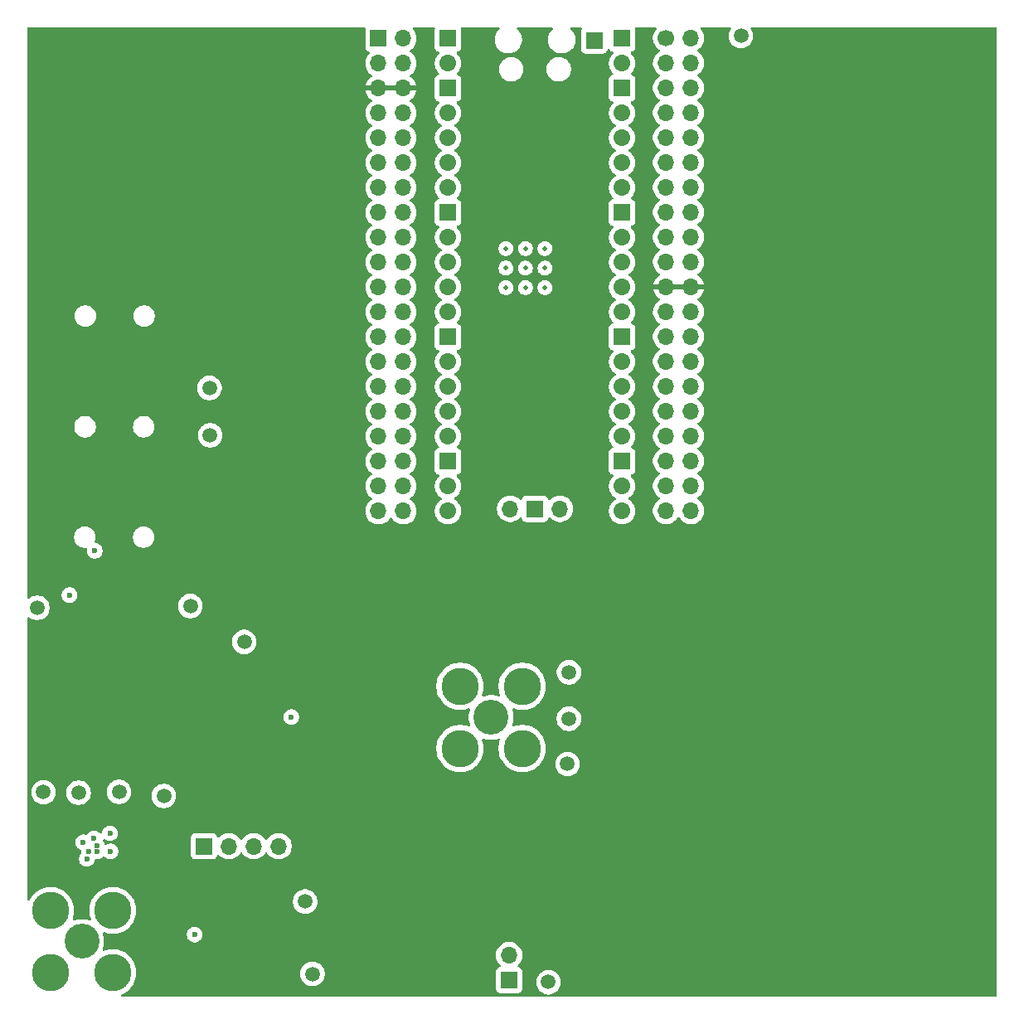
<source format=gbr>
%TF.GenerationSoftware,KiCad,Pcbnew,9.0.7-9.0.7~ubuntu24.04.1*%
%TF.CreationDate,2026-02-02T10:07:16-08:00*%
%TF.ProjectId,Frohne,46726f68-6e65-42e6-9b69-6361645f7063,rev?*%
%TF.SameCoordinates,Original*%
%TF.FileFunction,Copper,L3,Inr*%
%TF.FilePolarity,Positive*%
%FSLAX46Y46*%
G04 Gerber Fmt 4.6, Leading zero omitted, Abs format (unit mm)*
G04 Created by KiCad (PCBNEW 9.0.7-9.0.7~ubuntu24.04.1) date 2026-02-02 10:07:16*
%MOMM*%
%LPD*%
G01*
G04 APERTURE LIST*
%TA.AperFunction,ComponentPad*%
%ADD10C,0.500000*%
%TD*%
%TA.AperFunction,ComponentPad*%
%ADD11C,1.500000*%
%TD*%
%TA.AperFunction,ComponentPad*%
%ADD12C,3.556000*%
%TD*%
%TA.AperFunction,ComponentPad*%
%ADD13C,3.810000*%
%TD*%
%TA.AperFunction,ComponentPad*%
%ADD14R,1.700000X1.700000*%
%TD*%
%TA.AperFunction,ComponentPad*%
%ADD15O,1.700000X1.700000*%
%TD*%
%TA.AperFunction,ComponentPad*%
%ADD16C,1.700000*%
%TD*%
%TA.AperFunction,ViaPad*%
%ADD17C,0.600000*%
%TD*%
G04 APERTURE END LIST*
D10*
%TO.N,GND*%
%TO.C,U6*%
X150310000Y-58050000D03*
X152310000Y-58050000D03*
X154310000Y-58050000D03*
X150310000Y-56050000D03*
X152310000Y-56050000D03*
X154310000Y-56050000D03*
X150310000Y-54050000D03*
X152310000Y-54050000D03*
X154310000Y-54050000D03*
%TD*%
D11*
%TO.N,Net-(C3-Pad2)*%
%TO.C,TP1*%
X120060000Y-68290000D03*
%TD*%
D12*
%TO.N,Net-(J11-In)*%
%TO.C,J11*%
X107005000Y-124815000D03*
D13*
%TO.N,GND*%
X103830000Y-121640000D03*
X103830000Y-127990000D03*
X110180000Y-121640000D03*
X110180000Y-127990000D03*
%TD*%
D11*
%TO.N,GND*%
%TO.C,TP10*%
X123600000Y-94220000D03*
%TD*%
%TO.N,Net-(U7-1B1)*%
%TO.C,TP14*%
X103100000Y-109560000D03*
%TD*%
D14*
%TO.N,Net-(JP86-A)*%
%TO.C,Je3*%
X119480000Y-115080000D03*
D15*
%TO.N,GND*%
X122020000Y-115080000D03*
X124560000Y-115080000D03*
%TO.N,Net-(JP86-B)*%
X127100000Y-115080000D03*
%TD*%
D14*
%TO.N,GND*%
%TO.C,J5*%
X150650000Y-128750000D03*
D15*
%TO.N,Net-(J5-Pin_2)*%
X150650000Y-126210000D03*
%TD*%
D11*
%TO.N,+4.7V*%
%TO.C,TP25*%
X174310000Y-32350000D03*
%TD*%
%TO.N,GND*%
%TO.C,TP12*%
X154660000Y-128960000D03*
%TD*%
D15*
%TO.N,Net-(J3-Pin_20)*%
%TO.C,J3*%
X166680000Y-80840000D03*
X169220000Y-80840000D03*
%TO.N,Net-(J3-Pin_19)*%
X166680000Y-78300000D03*
X169220000Y-78300000D03*
%TO.N,GND*%
X166680000Y-75760000D03*
X169220000Y-75760000D03*
%TO.N,Net-(J3-Pin_17)*%
X166680000Y-73220000D03*
X169220000Y-73220000D03*
%TO.N,Net-(J3-Pin_16)*%
X166680000Y-70680000D03*
X169220000Y-70680000D03*
%TO.N,Net-(J3-Pin_15)*%
X166680000Y-68140000D03*
X169220000Y-68140000D03*
%TO.N,Net-(J3-Pin_14)*%
X166680000Y-65600000D03*
X169220000Y-65600000D03*
%TO.N,GND*%
X166680000Y-63060000D03*
X169220000Y-63060000D03*
%TO.N,Net-(J3-Pin_12)*%
X166680000Y-60520000D03*
X169220000Y-60520000D03*
%TO.N,+3.3V*%
X166680000Y-57980000D03*
X169220000Y-57980000D03*
%TO.N,Net-(J3-Pin_10)*%
X166680000Y-55440000D03*
X169220000Y-55440000D03*
%TO.N,Net-(J3-Pin_32)*%
X166680000Y-52900000D03*
X169220000Y-52900000D03*
%TO.N,GND*%
X166680000Y-50360000D03*
X169220000Y-50360000D03*
%TO.N,Net-(J3-Pin_34)*%
X166680000Y-47820000D03*
X169220000Y-47820000D03*
%TO.N,Net-(J3-Pin_35)*%
X166680000Y-45280000D03*
X169220000Y-45280000D03*
%TO.N,Net-(J3-Pin_36)*%
X166680000Y-42740000D03*
X169220000Y-42740000D03*
%TO.N,Net-(J3-Pin_37)*%
X166680000Y-40200000D03*
X169220000Y-40200000D03*
%TO.N,GND*%
X166680000Y-37660000D03*
X169220000Y-37660000D03*
%TO.N,Net-(J3-Pin_2)*%
X166680000Y-35120000D03*
X169220000Y-35120000D03*
D16*
%TO.N,Net-(J3-Pin_1)*%
X166680000Y-32580000D03*
D15*
X169220000Y-32580000D03*
%TD*%
D11*
%TO.N,Net-(C21-Pad2)*%
%TO.C,TP18*%
X102460000Y-90740000D03*
%TD*%
%TO.N,Net-(C4-Pad2)*%
%TO.C,TP2*%
X120110000Y-73130000D03*
%TD*%
D15*
%TO.N,Net-(J4-Pin_1)*%
%TO.C,U3*%
X144400000Y-32600000D03*
%TO.N,Net-(J4-Pin_2)*%
X144400000Y-35140000D03*
D14*
%TO.N,GND*%
X144400000Y-37680000D03*
D15*
%TO.N,Net-(J4-Pin_4)*%
X144400000Y-40220000D03*
%TO.N,Net-(J4-Pin_5)*%
X144400000Y-42760000D03*
%TO.N,Net-(J4-Pin_6)*%
X144400000Y-45300000D03*
%TO.N,Net-(J4-Pin_7)*%
X144400000Y-47840000D03*
D14*
%TO.N,GND*%
X144400000Y-50380000D03*
D15*
%TO.N,Net-(J4-Pin_9)*%
X144400000Y-52920000D03*
%TO.N,Net-(J4-Pin_10)*%
X144400000Y-55460000D03*
%TO.N,Net-(J4-Pin_11)*%
X144400000Y-58000000D03*
%TO.N,Net-(J4-Pin_12)*%
X144400000Y-60540000D03*
D14*
%TO.N,GND*%
X144400000Y-63080000D03*
D15*
%TO.N,Net-(J4-Pin_14)*%
X144400000Y-65620000D03*
%TO.N,Net-(J4-Pin_15)*%
X144400000Y-68160000D03*
%TO.N,Net-(J4-Pin_16)*%
X144400000Y-70700000D03*
%TO.N,Net-(J4-Pin_17)*%
X144400000Y-73240000D03*
D14*
%TO.N,GND*%
X144400000Y-75780000D03*
D15*
%TO.N,Net-(J4-Pin_19)*%
X144400000Y-78320000D03*
%TO.N,Net-(J4-Pin_20)*%
X144400000Y-80860000D03*
%TO.N,Net-(J10-Pin_20)*%
X162180000Y-80860000D03*
%TO.N,Net-(J10-Pin_19)*%
X162180000Y-78320000D03*
D14*
%TO.N,GND*%
X162180000Y-75780000D03*
D15*
%TO.N,Net-(J10-Pin_17)*%
X162180000Y-73240000D03*
%TO.N,Net-(J10-Pin_16)*%
X162180000Y-70700000D03*
%TO.N,Net-(J10-Pin_15)*%
X162180000Y-68160000D03*
%TO.N,Net-(J10-Pin_14)*%
X162180000Y-65620000D03*
D14*
%TO.N,GND*%
X162180000Y-63080000D03*
D15*
%TO.N,Net-(J10-Pin_12)*%
X162180000Y-60540000D03*
%TO.N,/Raspberry_Pi_Pico/RST*%
X162180000Y-58000000D03*
%TO.N,Net-(J10-Pin_10)*%
X162180000Y-55460000D03*
%TO.N,Net-(J10-Pin_9)*%
X162180000Y-52920000D03*
D14*
%TO.N,GND*%
X162180000Y-50380000D03*
D15*
%TO.N,Net-(J10-Pin_7)*%
X162180000Y-47840000D03*
%TO.N,Net-(J10-Pin_6)*%
X162180000Y-45300000D03*
%TO.N,Net-(J10-Pin_5)*%
X162180000Y-42760000D03*
%TO.N,Net-(J10-Pin_4)*%
X162180000Y-40220000D03*
D14*
%TO.N,GND*%
X162180000Y-37680000D03*
D15*
%TO.N,Net-(J10-Pin_2)*%
X162180000Y-35140000D03*
%TO.N,Net-(J10-Pin_1)*%
X162180000Y-32600000D03*
%TO.N,unconnected-(U3-SWCLK-Pad41)*%
X150750000Y-80630000D03*
D14*
%TO.N,unconnected-(U3-GND-Pad42)*%
X153290000Y-80630000D03*
D15*
%TO.N,unconnected-(U3-SWDIO-Pad43)_1*%
X155830000Y-80630000D03*
%TD*%
D11*
%TO.N,Net-(U7-1B2)*%
%TO.C,TP16*%
X106690000Y-109625000D03*
%TD*%
%TO.N,Net-(U4-CLK1)*%
%TO.C,TP4*%
X156750000Y-102070000D03*
%TD*%
%TO.N,Net-(TR1-C_RX)*%
%TO.C,TP11*%
X129820000Y-120730000D03*
%TD*%
%TO.N,Net-(U4-CLK0)*%
%TO.C,TP3*%
X156610000Y-106680000D03*
%TD*%
%TO.N,/Si5351a/CLK2*%
%TO.C,TP5*%
X156760000Y-97330000D03*
%TD*%
D14*
%TO.N,Net-(J4-Pin_1)*%
%TO.C,J4*%
X144400000Y-32600000D03*
D16*
%TO.N,Net-(J4-Pin_2)*%
X144400000Y-35140000D03*
%TO.N,GND*%
X144400000Y-37680000D03*
%TO.N,Net-(J4-Pin_4)*%
X144400000Y-40220000D03*
%TO.N,Net-(J4-Pin_5)*%
X144400000Y-42760000D03*
%TO.N,Net-(J4-Pin_6)*%
X144400000Y-45300000D03*
%TO.N,Net-(J4-Pin_7)*%
X144400000Y-47840000D03*
%TO.N,GND*%
X144400000Y-50380000D03*
%TO.N,Net-(J4-Pin_9)*%
X144400000Y-52920000D03*
%TO.N,Net-(J4-Pin_10)*%
X144400000Y-55460000D03*
%TO.N,Net-(J4-Pin_11)*%
X144400000Y-58000000D03*
%TO.N,Net-(J4-Pin_12)*%
X144400000Y-60540000D03*
%TO.N,GND*%
X144400000Y-63080000D03*
%TO.N,Net-(J4-Pin_14)*%
X144400000Y-65620000D03*
%TO.N,Net-(J4-Pin_15)*%
X144400000Y-68160000D03*
%TO.N,Net-(J4-Pin_16)*%
X144400000Y-70700000D03*
%TO.N,Net-(J4-Pin_17)*%
X144400000Y-73240000D03*
%TO.N,GND*%
X144400000Y-75780000D03*
%TO.N,Net-(J4-Pin_19)*%
X144400000Y-78320000D03*
%TO.N,Net-(J4-Pin_20)*%
X144400000Y-80860000D03*
%TD*%
D14*
%TO.N,Net-(J10-Pin_1)*%
%TO.C,J7*%
X159340000Y-32790000D03*
%TD*%
D11*
%TO.N,Net-(C18-Pad2)*%
%TO.C,TP17*%
X118110000Y-90560000D03*
%TD*%
D12*
%TO.N,/Si5351a/CLK2*%
%TO.C,J8*%
X148805000Y-101925000D03*
D13*
%TO.N,GND*%
X151980000Y-105100000D03*
X151980000Y-98750000D03*
X145630000Y-105100000D03*
X145630000Y-98750000D03*
%TD*%
D11*
%TO.N,Net-(U5B-+)*%
%TO.C,TP7*%
X115400000Y-109950000D03*
%TD*%
%TO.N,Net-(U5A-+)*%
%TO.C,TP6*%
X110820000Y-109535000D03*
%TD*%
D16*
%TO.N,Net-(J10-Pin_20)*%
%TO.C,J10*%
X162180000Y-80860000D03*
%TO.N,Net-(J10-Pin_19)*%
X162180000Y-78320000D03*
%TO.N,GND*%
X162180000Y-75780000D03*
%TO.N,Net-(J10-Pin_17)*%
X162180000Y-73240000D03*
%TO.N,Net-(J10-Pin_16)*%
X162180000Y-70700000D03*
%TO.N,Net-(J10-Pin_15)*%
X162180000Y-68160000D03*
%TO.N,Net-(J10-Pin_14)*%
X162180000Y-65620000D03*
%TO.N,GND*%
X162180000Y-63080000D03*
%TO.N,Net-(J10-Pin_12)*%
X162180000Y-60540000D03*
%TO.N,/Raspberry_Pi_Pico/RST*%
X162180000Y-58000000D03*
%TO.N,Net-(J10-Pin_10)*%
X162180000Y-55460000D03*
%TO.N,Net-(J10-Pin_9)*%
X162180000Y-52920000D03*
%TO.N,GND*%
X162180000Y-50380000D03*
%TO.N,Net-(J10-Pin_7)*%
X162180000Y-47840000D03*
%TO.N,Net-(J10-Pin_6)*%
X162180000Y-45300000D03*
%TO.N,Net-(J10-Pin_5)*%
X162180000Y-42760000D03*
%TO.N,Net-(J10-Pin_4)*%
X162180000Y-40220000D03*
%TO.N,GND*%
X162180000Y-37680000D03*
%TO.N,Net-(J10-Pin_2)*%
X162180000Y-35140000D03*
D14*
%TO.N,Net-(J10-Pin_1)*%
X162180000Y-32600000D03*
%TD*%
D11*
%TO.N,VDDA*%
%TO.C,TP26*%
X130570000Y-128120000D03*
%TD*%
D14*
%TO.N,Net-(J2-Pin_1)*%
%TO.C,J2*%
X137310000Y-32606000D03*
D15*
X139850000Y-32606000D03*
%TO.N,Net-(J2-Pin_2)*%
X137310000Y-35146000D03*
X139850000Y-35146000D03*
%TO.N,+3.3V*%
X137310000Y-37686000D03*
X139850000Y-37686000D03*
%TO.N,Net-(J2-Pin_37)*%
X137310000Y-40226000D03*
X139850000Y-40226000D03*
%TO.N,Net-(J2-Pin_36)*%
X137310000Y-42766000D03*
X139850000Y-42766000D03*
%TO.N,Net-(J2-Pin_35)*%
X137310000Y-45306000D03*
X139850000Y-45306000D03*
%TO.N,Net-(J2-Pin_34)*%
X137310000Y-47846000D03*
X139850000Y-47846000D03*
%TO.N,GND*%
X137310000Y-50386000D03*
X139850000Y-50386000D03*
%TO.N,Net-(J2-Pin_32)*%
X137310000Y-52926000D03*
X139850000Y-52926000D03*
%TO.N,Net-(J2-Pin_10)*%
X137310000Y-55466000D03*
X139850000Y-55466000D03*
%TO.N,Net-(J2-Pin_11)*%
X137310000Y-58006000D03*
X139850000Y-58006000D03*
%TO.N,Net-(J2-Pin_12)*%
X137310000Y-60546000D03*
X139850000Y-60546000D03*
%TO.N,GND*%
X137310000Y-63086000D03*
X139850000Y-63086000D03*
%TO.N,Net-(J2-Pin_14)*%
X137310000Y-65626000D03*
X139850000Y-65626000D03*
%TO.N,Net-(J2-Pin_15)*%
X137310000Y-68166000D03*
X139850000Y-68166000D03*
%TO.N,Net-(J2-Pin_16)*%
X137310000Y-70706000D03*
X139850000Y-70706000D03*
%TO.N,Net-(J2-Pin_17)*%
X137310000Y-73246000D03*
X139850000Y-73246000D03*
%TO.N,GND*%
X137310000Y-75786000D03*
X139850000Y-75786000D03*
%TO.N,Net-(J2-Pin_19)*%
X137310000Y-78326000D03*
X139850000Y-78326000D03*
%TO.N,Net-(J2-Pin_20)*%
X137310000Y-80866000D03*
X139850000Y-80866000D03*
%TD*%
D17*
%TO.N,Net-(U7-1B2)*%
X108526500Y-115012947D03*
X108606500Y-115623331D03*
%TO.N,Net-(U7-1B1)*%
X108254505Y-114276132D03*
X107757782Y-115670040D03*
%TO.N,/Q*%
X105750660Y-89449340D03*
%TO.N,/Si5351a/CLK2*%
X128408718Y-101902616D03*
%TO.N,Net-(JP88-B)*%
X118540000Y-124100000D03*
%TO.N,Net-(U5A-+)*%
X107515915Y-116394511D03*
X107149220Y-114691842D03*
%TO.N,Net-(U5B-+)*%
X109943500Y-115611029D03*
X109883500Y-113770000D03*
%TO.N,Net-(e5-B)*%
X108340000Y-84920000D03*
%TD*%
%TA.AperFunction,Conductor*%
%TO.N,+3.3V*%
G36*
X135928210Y-31470185D02*
G01*
X135973965Y-31522989D01*
X135983909Y-31592147D01*
X135977353Y-31617833D01*
X135965908Y-31648517D01*
X135959501Y-31708116D01*
X135959500Y-31708135D01*
X135959500Y-33503870D01*
X135959501Y-33503876D01*
X135965908Y-33563483D01*
X136016202Y-33698328D01*
X136016206Y-33698335D01*
X136102452Y-33813544D01*
X136102455Y-33813547D01*
X136217664Y-33899793D01*
X136217671Y-33899797D01*
X136349082Y-33948810D01*
X136405016Y-33990681D01*
X136429433Y-34056145D01*
X136414582Y-34124418D01*
X136393431Y-34152673D01*
X136279889Y-34266215D01*
X136154951Y-34438179D01*
X136058444Y-34627585D01*
X135992753Y-34829760D01*
X135959500Y-35039713D01*
X135959500Y-35252286D01*
X135991803Y-35456243D01*
X135992754Y-35462243D01*
X136056493Y-35658412D01*
X136058444Y-35664414D01*
X136154951Y-35853820D01*
X136279890Y-36025786D01*
X136430213Y-36176109D01*
X136602179Y-36301048D01*
X136602181Y-36301049D01*
X136602184Y-36301051D01*
X136611493Y-36305794D01*
X136662290Y-36353766D01*
X136679087Y-36421587D01*
X136656552Y-36487722D01*
X136611502Y-36526762D01*
X136602443Y-36531378D01*
X136430540Y-36656272D01*
X136430535Y-36656276D01*
X136280276Y-36806535D01*
X136280272Y-36806540D01*
X136155379Y-36978442D01*
X136058904Y-37167782D01*
X135993242Y-37369870D01*
X135993242Y-37369873D01*
X135982769Y-37436000D01*
X136876988Y-37436000D01*
X136844075Y-37493007D01*
X136810000Y-37620174D01*
X136810000Y-37751826D01*
X136844075Y-37878993D01*
X136876988Y-37936000D01*
X135982769Y-37936000D01*
X135993242Y-38002126D01*
X135993242Y-38002129D01*
X136058904Y-38204217D01*
X136155379Y-38393557D01*
X136280272Y-38565459D01*
X136280276Y-38565464D01*
X136430535Y-38715723D01*
X136430540Y-38715727D01*
X136602444Y-38840622D01*
X136611495Y-38845234D01*
X136662292Y-38893208D01*
X136679087Y-38961029D01*
X136656550Y-39027164D01*
X136611499Y-39066202D01*
X136602182Y-39070949D01*
X136430213Y-39195890D01*
X136279890Y-39346213D01*
X136154951Y-39518179D01*
X136058444Y-39707585D01*
X135992753Y-39909760D01*
X135959500Y-40119713D01*
X135959500Y-40332286D01*
X135991803Y-40536243D01*
X135992754Y-40542243D01*
X136056493Y-40738412D01*
X136058444Y-40744414D01*
X136154951Y-40933820D01*
X136279890Y-41105786D01*
X136430213Y-41256109D01*
X136602182Y-41381050D01*
X136610946Y-41385516D01*
X136661742Y-41433491D01*
X136678536Y-41501312D01*
X136655998Y-41567447D01*
X136610946Y-41606484D01*
X136602182Y-41610949D01*
X136430213Y-41735890D01*
X136279890Y-41886213D01*
X136154951Y-42058179D01*
X136058444Y-42247585D01*
X135992753Y-42449760D01*
X135959500Y-42659713D01*
X135959500Y-42872286D01*
X135991803Y-43076243D01*
X135992754Y-43082243D01*
X136056493Y-43278412D01*
X136058444Y-43284414D01*
X136154951Y-43473820D01*
X136279890Y-43645786D01*
X136430213Y-43796109D01*
X136602182Y-43921050D01*
X136610946Y-43925516D01*
X136661742Y-43973491D01*
X136678536Y-44041312D01*
X136655998Y-44107447D01*
X136610946Y-44146484D01*
X136602182Y-44150949D01*
X136430213Y-44275890D01*
X136279890Y-44426213D01*
X136154951Y-44598179D01*
X136058444Y-44787585D01*
X135992753Y-44989760D01*
X135959500Y-45199713D01*
X135959500Y-45412286D01*
X135991803Y-45616243D01*
X135992754Y-45622243D01*
X136056493Y-45818412D01*
X136058444Y-45824414D01*
X136154951Y-46013820D01*
X136279890Y-46185786D01*
X136430213Y-46336109D01*
X136602182Y-46461050D01*
X136610946Y-46465516D01*
X136661742Y-46513491D01*
X136678536Y-46581312D01*
X136655998Y-46647447D01*
X136610946Y-46686484D01*
X136602182Y-46690949D01*
X136430213Y-46815890D01*
X136279890Y-46966213D01*
X136154951Y-47138179D01*
X136058444Y-47327585D01*
X135992753Y-47529760D01*
X135959500Y-47739713D01*
X135959500Y-47952286D01*
X135991803Y-48156243D01*
X135992754Y-48162243D01*
X136056493Y-48358412D01*
X136058444Y-48364414D01*
X136154951Y-48553820D01*
X136279890Y-48725786D01*
X136430213Y-48876109D01*
X136602182Y-49001050D01*
X136610946Y-49005516D01*
X136661742Y-49053491D01*
X136678536Y-49121312D01*
X136655998Y-49187447D01*
X136610946Y-49226484D01*
X136602182Y-49230949D01*
X136430213Y-49355890D01*
X136279890Y-49506213D01*
X136154951Y-49678179D01*
X136058444Y-49867585D01*
X135992753Y-50069760D01*
X135959500Y-50279713D01*
X135959500Y-50492286D01*
X135992753Y-50702239D01*
X136058444Y-50904414D01*
X136154951Y-51093820D01*
X136279890Y-51265786D01*
X136430213Y-51416109D01*
X136602182Y-51541050D01*
X136610946Y-51545516D01*
X136661742Y-51593491D01*
X136678536Y-51661312D01*
X136655998Y-51727447D01*
X136610946Y-51766484D01*
X136602182Y-51770949D01*
X136430213Y-51895890D01*
X136279890Y-52046213D01*
X136154951Y-52218179D01*
X136058444Y-52407585D01*
X135992753Y-52609760D01*
X135959500Y-52819713D01*
X135959500Y-53032286D01*
X135991803Y-53236243D01*
X135992754Y-53242243D01*
X136056493Y-53438412D01*
X136058444Y-53444414D01*
X136154951Y-53633820D01*
X136279890Y-53805786D01*
X136430213Y-53956109D01*
X136602182Y-54081050D01*
X136610946Y-54085516D01*
X136661742Y-54133491D01*
X136678536Y-54201312D01*
X136655998Y-54267447D01*
X136610946Y-54306484D01*
X136602182Y-54310949D01*
X136430213Y-54435890D01*
X136279890Y-54586213D01*
X136154951Y-54758179D01*
X136058444Y-54947585D01*
X135992753Y-55149760D01*
X135959500Y-55359713D01*
X135959500Y-55572286D01*
X135991803Y-55776243D01*
X135992754Y-55782243D01*
X136056493Y-55978412D01*
X136058444Y-55984414D01*
X136154951Y-56173820D01*
X136279890Y-56345786D01*
X136430213Y-56496109D01*
X136602182Y-56621050D01*
X136610946Y-56625516D01*
X136661742Y-56673491D01*
X136678536Y-56741312D01*
X136655998Y-56807447D01*
X136610946Y-56846484D01*
X136602182Y-56850949D01*
X136430213Y-56975890D01*
X136279890Y-57126213D01*
X136154951Y-57298179D01*
X136058444Y-57487585D01*
X135992753Y-57689760D01*
X135960450Y-57893713D01*
X135959500Y-57899713D01*
X135959500Y-58112287D01*
X135969115Y-58172993D01*
X135991803Y-58316243D01*
X135992754Y-58322243D01*
X136056493Y-58518412D01*
X136058444Y-58524414D01*
X136154951Y-58713820D01*
X136279890Y-58885786D01*
X136430213Y-59036109D01*
X136602182Y-59161050D01*
X136610946Y-59165516D01*
X136661742Y-59213491D01*
X136678536Y-59281312D01*
X136655998Y-59347447D01*
X136610946Y-59386484D01*
X136602182Y-59390949D01*
X136430213Y-59515890D01*
X136279890Y-59666213D01*
X136154951Y-59838179D01*
X136058444Y-60027585D01*
X135992753Y-60229760D01*
X135959500Y-60439713D01*
X135959500Y-60652286D01*
X135991803Y-60856243D01*
X135992754Y-60862243D01*
X136056493Y-61058412D01*
X136058444Y-61064414D01*
X136154951Y-61253820D01*
X136279890Y-61425786D01*
X136430213Y-61576109D01*
X136602182Y-61701050D01*
X136610946Y-61705516D01*
X136661742Y-61753491D01*
X136678536Y-61821312D01*
X136655998Y-61887447D01*
X136610946Y-61926484D01*
X136602182Y-61930949D01*
X136430213Y-62055890D01*
X136279890Y-62206213D01*
X136154951Y-62378179D01*
X136058444Y-62567585D01*
X135992753Y-62769760D01*
X135959500Y-62979713D01*
X135959500Y-63192286D01*
X135992753Y-63402239D01*
X136058444Y-63604414D01*
X136154951Y-63793820D01*
X136279890Y-63965786D01*
X136430213Y-64116109D01*
X136602182Y-64241050D01*
X136610946Y-64245516D01*
X136661742Y-64293491D01*
X136678536Y-64361312D01*
X136655998Y-64427447D01*
X136610946Y-64466484D01*
X136602182Y-64470949D01*
X136430213Y-64595890D01*
X136279890Y-64746213D01*
X136154951Y-64918179D01*
X136058444Y-65107585D01*
X135992753Y-65309760D01*
X135959500Y-65519713D01*
X135959500Y-65732286D01*
X135991803Y-65936243D01*
X135992754Y-65942243D01*
X136056493Y-66138412D01*
X136058444Y-66144414D01*
X136154951Y-66333820D01*
X136279890Y-66505786D01*
X136430213Y-66656109D01*
X136602182Y-66781050D01*
X136610946Y-66785516D01*
X136661742Y-66833491D01*
X136678536Y-66901312D01*
X136655998Y-66967447D01*
X136610946Y-67006484D01*
X136602182Y-67010949D01*
X136430213Y-67135890D01*
X136279890Y-67286213D01*
X136154951Y-67458179D01*
X136058444Y-67647585D01*
X135992753Y-67849760D01*
X135959500Y-68059713D01*
X135959500Y-68272286D01*
X135991803Y-68476243D01*
X135992754Y-68482243D01*
X136056493Y-68678412D01*
X136058444Y-68684414D01*
X136154951Y-68873820D01*
X136279890Y-69045786D01*
X136430213Y-69196109D01*
X136602182Y-69321050D01*
X136610946Y-69325516D01*
X136661742Y-69373491D01*
X136678536Y-69441312D01*
X136655998Y-69507447D01*
X136610946Y-69546484D01*
X136602182Y-69550949D01*
X136430213Y-69675890D01*
X136279890Y-69826213D01*
X136154951Y-69998179D01*
X136058444Y-70187585D01*
X135992753Y-70389760D01*
X135959500Y-70599713D01*
X135959500Y-70812286D01*
X135991803Y-71016243D01*
X135992754Y-71022243D01*
X136056493Y-71218412D01*
X136058444Y-71224414D01*
X136154951Y-71413820D01*
X136279890Y-71585786D01*
X136430213Y-71736109D01*
X136602182Y-71861050D01*
X136610946Y-71865516D01*
X136661742Y-71913491D01*
X136678536Y-71981312D01*
X136655998Y-72047447D01*
X136610946Y-72086484D01*
X136602182Y-72090949D01*
X136430213Y-72215890D01*
X136279890Y-72366213D01*
X136154951Y-72538179D01*
X136058444Y-72727585D01*
X135992753Y-72929760D01*
X135959500Y-73139713D01*
X135959500Y-73352286D01*
X135991803Y-73556243D01*
X135992754Y-73562243D01*
X136056493Y-73758412D01*
X136058444Y-73764414D01*
X136154951Y-73953820D01*
X136279890Y-74125786D01*
X136430213Y-74276109D01*
X136602182Y-74401050D01*
X136610946Y-74405516D01*
X136661742Y-74453491D01*
X136678536Y-74521312D01*
X136655998Y-74587447D01*
X136610946Y-74626484D01*
X136602182Y-74630949D01*
X136430213Y-74755890D01*
X136279890Y-74906213D01*
X136154951Y-75078179D01*
X136058444Y-75267585D01*
X135992753Y-75469760D01*
X135959500Y-75679713D01*
X135959500Y-75892286D01*
X135992753Y-76102239D01*
X136058444Y-76304414D01*
X136154951Y-76493820D01*
X136279890Y-76665786D01*
X136430213Y-76816109D01*
X136602182Y-76941050D01*
X136610946Y-76945516D01*
X136661742Y-76993491D01*
X136678536Y-77061312D01*
X136655998Y-77127447D01*
X136610946Y-77166484D01*
X136602182Y-77170949D01*
X136430213Y-77295890D01*
X136279890Y-77446213D01*
X136154951Y-77618179D01*
X136058444Y-77807585D01*
X135992753Y-78009760D01*
X135959500Y-78219713D01*
X135959500Y-78432286D01*
X135991803Y-78636243D01*
X135992754Y-78642243D01*
X136056493Y-78838412D01*
X136058444Y-78844414D01*
X136154951Y-79033820D01*
X136279890Y-79205786D01*
X136430213Y-79356109D01*
X136602182Y-79481050D01*
X136610946Y-79485516D01*
X136661742Y-79533491D01*
X136678536Y-79601312D01*
X136655998Y-79667447D01*
X136610946Y-79706484D01*
X136602182Y-79710949D01*
X136430213Y-79835890D01*
X136279890Y-79986213D01*
X136154951Y-80158179D01*
X136058444Y-80347585D01*
X135992753Y-80549760D01*
X135959500Y-80759713D01*
X135959500Y-80972286D01*
X135991803Y-81176243D01*
X135992754Y-81182243D01*
X136056493Y-81378412D01*
X136058444Y-81384414D01*
X136154951Y-81573820D01*
X136279890Y-81745786D01*
X136430213Y-81896109D01*
X136602179Y-82021048D01*
X136602181Y-82021049D01*
X136602184Y-82021051D01*
X136791588Y-82117557D01*
X136993757Y-82183246D01*
X137203713Y-82216500D01*
X137203714Y-82216500D01*
X137416286Y-82216500D01*
X137416287Y-82216500D01*
X137626243Y-82183246D01*
X137828412Y-82117557D01*
X138017816Y-82021051D01*
X138073630Y-81980500D01*
X138189786Y-81896109D01*
X138189788Y-81896106D01*
X138189792Y-81896104D01*
X138340104Y-81745792D01*
X138340106Y-81745788D01*
X138340109Y-81745786D01*
X138465048Y-81573820D01*
X138465047Y-81573820D01*
X138465051Y-81573816D01*
X138469514Y-81565054D01*
X138517488Y-81514259D01*
X138585308Y-81497463D01*
X138651444Y-81519999D01*
X138690486Y-81565056D01*
X138694951Y-81573820D01*
X138819890Y-81745786D01*
X138970213Y-81896109D01*
X139142179Y-82021048D01*
X139142181Y-82021049D01*
X139142184Y-82021051D01*
X139331588Y-82117557D01*
X139533757Y-82183246D01*
X139743713Y-82216500D01*
X139743714Y-82216500D01*
X139956286Y-82216500D01*
X139956287Y-82216500D01*
X140166243Y-82183246D01*
X140368412Y-82117557D01*
X140557816Y-82021051D01*
X140613630Y-81980500D01*
X140729786Y-81896109D01*
X140729788Y-81896106D01*
X140729792Y-81896104D01*
X140880104Y-81745792D01*
X140880106Y-81745788D01*
X140880109Y-81745786D01*
X141005048Y-81573820D01*
X141005047Y-81573820D01*
X141005051Y-81573816D01*
X141101557Y-81384412D01*
X141167246Y-81182243D01*
X141200500Y-80972287D01*
X141200500Y-80759713D01*
X141167246Y-80549757D01*
X141101557Y-80347588D01*
X141005051Y-80158184D01*
X141005049Y-80158181D01*
X141005048Y-80158179D01*
X140880109Y-79986213D01*
X140729786Y-79835890D01*
X140557820Y-79710951D01*
X140557115Y-79710591D01*
X140549054Y-79706485D01*
X140498259Y-79658512D01*
X140481463Y-79590692D01*
X140503999Y-79524556D01*
X140549054Y-79485515D01*
X140557816Y-79481051D01*
X140638467Y-79422455D01*
X140729786Y-79356109D01*
X140729788Y-79356106D01*
X140729792Y-79356104D01*
X140880104Y-79205792D01*
X140880106Y-79205788D01*
X140880109Y-79205786D01*
X141005048Y-79033820D01*
X141005047Y-79033820D01*
X141005051Y-79033816D01*
X141101557Y-78844412D01*
X141167246Y-78642243D01*
X141200500Y-78432287D01*
X141200500Y-78219713D01*
X141167246Y-78009757D01*
X141101557Y-77807588D01*
X141005051Y-77618184D01*
X141005049Y-77618181D01*
X141005048Y-77618179D01*
X140880109Y-77446213D01*
X140729786Y-77295890D01*
X140557820Y-77170951D01*
X140557115Y-77170591D01*
X140549054Y-77166485D01*
X140498259Y-77118512D01*
X140481463Y-77050692D01*
X140503999Y-76984556D01*
X140549054Y-76945515D01*
X140557816Y-76941051D01*
X140593606Y-76915048D01*
X140729786Y-76816109D01*
X140729788Y-76816106D01*
X140729792Y-76816104D01*
X140880104Y-76665792D01*
X140880106Y-76665788D01*
X140880109Y-76665786D01*
X141005048Y-76493820D01*
X141005047Y-76493820D01*
X141005051Y-76493816D01*
X141101557Y-76304412D01*
X141167246Y-76102243D01*
X141200500Y-75892287D01*
X141200500Y-75679713D01*
X141167246Y-75469757D01*
X141101557Y-75267588D01*
X141005051Y-75078184D01*
X141005049Y-75078181D01*
X141005048Y-75078179D01*
X140880109Y-74906213D01*
X140729786Y-74755890D01*
X140557820Y-74630951D01*
X140557115Y-74630591D01*
X140549054Y-74626485D01*
X140498259Y-74578512D01*
X140481463Y-74510692D01*
X140503999Y-74444556D01*
X140549054Y-74405515D01*
X140557816Y-74401051D01*
X140593606Y-74375048D01*
X140729786Y-74276109D01*
X140729788Y-74276106D01*
X140729792Y-74276104D01*
X140880104Y-74125792D01*
X140880106Y-74125788D01*
X140880109Y-74125786D01*
X141005048Y-73953820D01*
X141005047Y-73953820D01*
X141005051Y-73953816D01*
X141101557Y-73764412D01*
X141167246Y-73562243D01*
X141200500Y-73352287D01*
X141200500Y-73139713D01*
X141167246Y-72929757D01*
X141101557Y-72727588D01*
X141005051Y-72538184D01*
X141005049Y-72538181D01*
X141005048Y-72538179D01*
X140880109Y-72366213D01*
X140729786Y-72215890D01*
X140557820Y-72090951D01*
X140557115Y-72090591D01*
X140549054Y-72086485D01*
X140498259Y-72038512D01*
X140481463Y-71970692D01*
X140503999Y-71904556D01*
X140549054Y-71865515D01*
X140557816Y-71861051D01*
X140617688Y-71817552D01*
X140729786Y-71736109D01*
X140729788Y-71736106D01*
X140729792Y-71736104D01*
X140880104Y-71585792D01*
X140880106Y-71585788D01*
X140880109Y-71585786D01*
X141005048Y-71413820D01*
X141005047Y-71413820D01*
X141005051Y-71413816D01*
X141101557Y-71224412D01*
X141167246Y-71022243D01*
X141200500Y-70812287D01*
X141200500Y-70599713D01*
X141167246Y-70389757D01*
X141101557Y-70187588D01*
X141005051Y-69998184D01*
X141005049Y-69998181D01*
X141005048Y-69998179D01*
X140880109Y-69826213D01*
X140729786Y-69675890D01*
X140557820Y-69550951D01*
X140557115Y-69550591D01*
X140549054Y-69546485D01*
X140498259Y-69498512D01*
X140481463Y-69430692D01*
X140503999Y-69364556D01*
X140549054Y-69325515D01*
X140557816Y-69321051D01*
X140593606Y-69295048D01*
X140729786Y-69196109D01*
X140729788Y-69196106D01*
X140729792Y-69196104D01*
X140880104Y-69045792D01*
X140880106Y-69045788D01*
X140880109Y-69045786D01*
X141005048Y-68873820D01*
X141005047Y-68873820D01*
X141005051Y-68873816D01*
X141101557Y-68684412D01*
X141167246Y-68482243D01*
X141200500Y-68272287D01*
X141200500Y-68059713D01*
X141167246Y-67849757D01*
X141101557Y-67647588D01*
X141005051Y-67458184D01*
X141005049Y-67458181D01*
X141005048Y-67458179D01*
X140880109Y-67286213D01*
X140729786Y-67135890D01*
X140557820Y-67010951D01*
X140557115Y-67010591D01*
X140549054Y-67006485D01*
X140498259Y-66958512D01*
X140481463Y-66890692D01*
X140503999Y-66824556D01*
X140549054Y-66785515D01*
X140557816Y-66781051D01*
X140593606Y-66755048D01*
X140729786Y-66656109D01*
X140729788Y-66656106D01*
X140729792Y-66656104D01*
X140880104Y-66505792D01*
X140880106Y-66505788D01*
X140880109Y-66505786D01*
X141005048Y-66333820D01*
X141005047Y-66333820D01*
X141005051Y-66333816D01*
X141101557Y-66144412D01*
X141167246Y-65942243D01*
X141200500Y-65732287D01*
X141200500Y-65519713D01*
X141167246Y-65309757D01*
X141101557Y-65107588D01*
X141005051Y-64918184D01*
X141005049Y-64918181D01*
X141005048Y-64918179D01*
X140880109Y-64746213D01*
X140729786Y-64595890D01*
X140557820Y-64470951D01*
X140557115Y-64470591D01*
X140549054Y-64466485D01*
X140498259Y-64418512D01*
X140481463Y-64350692D01*
X140503999Y-64284556D01*
X140549054Y-64245515D01*
X140557816Y-64241051D01*
X140593606Y-64215048D01*
X140729786Y-64116109D01*
X140729788Y-64116106D01*
X140729792Y-64116104D01*
X140880104Y-63965792D01*
X140880106Y-63965788D01*
X140880109Y-63965786D01*
X141005048Y-63793820D01*
X141005047Y-63793820D01*
X141005051Y-63793816D01*
X141101557Y-63604412D01*
X141167246Y-63402243D01*
X141200500Y-63192287D01*
X141200500Y-62979713D01*
X141167246Y-62769757D01*
X141101557Y-62567588D01*
X141005051Y-62378184D01*
X141005049Y-62378181D01*
X141005048Y-62378179D01*
X140880109Y-62206213D01*
X140729786Y-62055890D01*
X140557820Y-61930951D01*
X140557115Y-61930591D01*
X140549054Y-61926485D01*
X140498259Y-61878512D01*
X140481463Y-61810692D01*
X140503999Y-61744556D01*
X140549054Y-61705515D01*
X140557816Y-61701051D01*
X140604783Y-61666928D01*
X140729786Y-61576109D01*
X140729788Y-61576106D01*
X140729792Y-61576104D01*
X140880104Y-61425792D01*
X140880106Y-61425788D01*
X140880109Y-61425786D01*
X141005048Y-61253820D01*
X141005047Y-61253820D01*
X141005051Y-61253816D01*
X141101557Y-61064412D01*
X141167246Y-60862243D01*
X141200500Y-60652287D01*
X141200500Y-60439713D01*
X141167246Y-60229757D01*
X141101557Y-60027588D01*
X141005051Y-59838184D01*
X141005049Y-59838181D01*
X141005048Y-59838179D01*
X140880109Y-59666213D01*
X140729786Y-59515890D01*
X140557820Y-59390951D01*
X140557115Y-59390591D01*
X140549054Y-59386485D01*
X140498259Y-59338512D01*
X140481463Y-59270692D01*
X140503999Y-59204556D01*
X140549054Y-59165515D01*
X140557816Y-59161051D01*
X140587845Y-59139234D01*
X140729786Y-59036109D01*
X140729788Y-59036106D01*
X140729792Y-59036104D01*
X140880104Y-58885792D01*
X140880106Y-58885788D01*
X140880109Y-58885786D01*
X140989086Y-58735789D01*
X141005051Y-58713816D01*
X141101557Y-58524412D01*
X141167246Y-58322243D01*
X141200500Y-58112287D01*
X141200500Y-57899713D01*
X141167246Y-57689757D01*
X141101557Y-57487588D01*
X141005051Y-57298184D01*
X141005049Y-57298181D01*
X141005048Y-57298179D01*
X140880109Y-57126213D01*
X140729786Y-56975890D01*
X140557820Y-56850951D01*
X140557115Y-56850591D01*
X140549054Y-56846485D01*
X140498259Y-56798512D01*
X140481463Y-56730692D01*
X140503999Y-56664556D01*
X140549054Y-56625515D01*
X140557816Y-56621051D01*
X140593606Y-56595048D01*
X140729786Y-56496109D01*
X140729788Y-56496106D01*
X140729792Y-56496104D01*
X140880104Y-56345792D01*
X140880106Y-56345788D01*
X140880109Y-56345786D01*
X141005048Y-56173820D01*
X141005047Y-56173820D01*
X141005051Y-56173816D01*
X141101557Y-55984412D01*
X141167246Y-55782243D01*
X141200500Y-55572287D01*
X141200500Y-55359713D01*
X141167246Y-55149757D01*
X141101557Y-54947588D01*
X141005051Y-54758184D01*
X141005049Y-54758181D01*
X141005048Y-54758179D01*
X140880109Y-54586213D01*
X140729786Y-54435890D01*
X140557820Y-54310951D01*
X140557115Y-54310591D01*
X140549054Y-54306485D01*
X140498259Y-54258512D01*
X140481463Y-54190692D01*
X140503999Y-54124556D01*
X140549054Y-54085515D01*
X140557816Y-54081051D01*
X140593606Y-54055048D01*
X140729786Y-53956109D01*
X140729788Y-53956106D01*
X140729792Y-53956104D01*
X140880104Y-53805792D01*
X140880106Y-53805788D01*
X140880109Y-53805786D01*
X141005048Y-53633820D01*
X141005047Y-53633820D01*
X141005051Y-53633816D01*
X141101557Y-53444412D01*
X141167246Y-53242243D01*
X141200500Y-53032287D01*
X141200500Y-52819713D01*
X141167246Y-52609757D01*
X141101557Y-52407588D01*
X141005051Y-52218184D01*
X141005049Y-52218181D01*
X141005048Y-52218179D01*
X140880109Y-52046213D01*
X140729786Y-51895890D01*
X140557820Y-51770951D01*
X140557115Y-51770591D01*
X140549054Y-51766485D01*
X140498259Y-51718512D01*
X140481463Y-51650692D01*
X140503999Y-51584556D01*
X140549054Y-51545515D01*
X140557816Y-51541051D01*
X140593606Y-51515048D01*
X140729786Y-51416109D01*
X140729788Y-51416106D01*
X140729792Y-51416104D01*
X140880104Y-51265792D01*
X140880106Y-51265788D01*
X140880109Y-51265786D01*
X141005048Y-51093820D01*
X141005047Y-51093820D01*
X141005051Y-51093816D01*
X141101557Y-50904412D01*
X141167246Y-50702243D01*
X141200500Y-50492287D01*
X141200500Y-50279713D01*
X141167246Y-50069757D01*
X141101557Y-49867588D01*
X141005051Y-49678184D01*
X141005049Y-49678181D01*
X141005048Y-49678179D01*
X140880109Y-49506213D01*
X140729786Y-49355890D01*
X140557820Y-49230951D01*
X140557115Y-49230591D01*
X140549054Y-49226485D01*
X140498259Y-49178512D01*
X140481463Y-49110692D01*
X140503999Y-49044556D01*
X140549054Y-49005515D01*
X140557816Y-49001051D01*
X140593606Y-48975048D01*
X140729786Y-48876109D01*
X140729788Y-48876106D01*
X140729792Y-48876104D01*
X140880104Y-48725792D01*
X140880106Y-48725788D01*
X140880109Y-48725786D01*
X141005048Y-48553820D01*
X141005047Y-48553820D01*
X141005051Y-48553816D01*
X141101557Y-48364412D01*
X141167246Y-48162243D01*
X141200500Y-47952287D01*
X141200500Y-47739713D01*
X141167246Y-47529757D01*
X141101557Y-47327588D01*
X141005051Y-47138184D01*
X141005049Y-47138181D01*
X141005048Y-47138179D01*
X140880109Y-46966213D01*
X140729786Y-46815890D01*
X140557820Y-46690951D01*
X140557115Y-46690591D01*
X140549054Y-46686485D01*
X140498259Y-46638512D01*
X140481463Y-46570692D01*
X140503999Y-46504556D01*
X140549054Y-46465515D01*
X140557816Y-46461051D01*
X140593606Y-46435048D01*
X140729786Y-46336109D01*
X140729788Y-46336106D01*
X140729792Y-46336104D01*
X140880104Y-46185792D01*
X140880106Y-46185788D01*
X140880109Y-46185786D01*
X141005048Y-46013820D01*
X141005047Y-46013820D01*
X141005051Y-46013816D01*
X141101557Y-45824412D01*
X141167246Y-45622243D01*
X141200500Y-45412287D01*
X141200500Y-45199713D01*
X141167246Y-44989757D01*
X141101557Y-44787588D01*
X141005051Y-44598184D01*
X141005049Y-44598181D01*
X141005048Y-44598179D01*
X140880109Y-44426213D01*
X140729786Y-44275890D01*
X140557820Y-44150951D01*
X140557115Y-44150591D01*
X140549054Y-44146485D01*
X140498259Y-44098512D01*
X140481463Y-44030692D01*
X140503999Y-43964556D01*
X140549054Y-43925515D01*
X140557816Y-43921051D01*
X140593606Y-43895048D01*
X140729786Y-43796109D01*
X140729788Y-43796106D01*
X140729792Y-43796104D01*
X140880104Y-43645792D01*
X140880106Y-43645788D01*
X140880109Y-43645786D01*
X141005048Y-43473820D01*
X141005047Y-43473820D01*
X141005051Y-43473816D01*
X141101557Y-43284412D01*
X141167246Y-43082243D01*
X141200500Y-42872287D01*
X141200500Y-42659713D01*
X141167246Y-42449757D01*
X141101557Y-42247588D01*
X141005051Y-42058184D01*
X141005049Y-42058181D01*
X141005048Y-42058179D01*
X140880109Y-41886213D01*
X140729786Y-41735890D01*
X140557820Y-41610951D01*
X140557115Y-41610591D01*
X140549054Y-41606485D01*
X140498259Y-41558512D01*
X140481463Y-41490692D01*
X140503999Y-41424556D01*
X140549054Y-41385515D01*
X140557816Y-41381051D01*
X140593606Y-41355048D01*
X140729786Y-41256109D01*
X140729788Y-41256106D01*
X140729792Y-41256104D01*
X140880104Y-41105792D01*
X140880106Y-41105788D01*
X140880109Y-41105786D01*
X141005048Y-40933820D01*
X141005047Y-40933820D01*
X141005051Y-40933816D01*
X141101557Y-40744412D01*
X141167246Y-40542243D01*
X141200500Y-40332287D01*
X141200500Y-40119713D01*
X141167246Y-39909757D01*
X141101557Y-39707588D01*
X141005051Y-39518184D01*
X141005049Y-39518181D01*
X141005048Y-39518179D01*
X140880109Y-39346213D01*
X140729786Y-39195890D01*
X140557817Y-39070949D01*
X140548504Y-39066204D01*
X140497707Y-39018230D01*
X140480912Y-38950409D01*
X140503449Y-38884274D01*
X140548507Y-38845232D01*
X140557558Y-38840620D01*
X140729459Y-38715727D01*
X140729464Y-38715723D01*
X140879723Y-38565464D01*
X140879727Y-38565459D01*
X141004620Y-38393557D01*
X141101095Y-38204217D01*
X141166757Y-38002129D01*
X141166757Y-38002126D01*
X141177231Y-37936000D01*
X140283012Y-37936000D01*
X140315925Y-37878993D01*
X140350000Y-37751826D01*
X140350000Y-37620174D01*
X140315925Y-37493007D01*
X140283012Y-37436000D01*
X141177231Y-37436000D01*
X141166757Y-37369873D01*
X141166757Y-37369870D01*
X141101095Y-37167782D01*
X141004620Y-36978442D01*
X140879727Y-36806540D01*
X140879723Y-36806535D01*
X140729464Y-36656276D01*
X140729459Y-36656272D01*
X140557555Y-36531377D01*
X140548500Y-36526763D01*
X140497706Y-36478788D01*
X140480912Y-36410966D01*
X140503451Y-36344832D01*
X140548508Y-36305793D01*
X140557816Y-36301051D01*
X140641812Y-36240025D01*
X140729786Y-36176109D01*
X140729788Y-36176106D01*
X140729792Y-36176104D01*
X140880104Y-36025792D01*
X140880106Y-36025788D01*
X140880109Y-36025786D01*
X140989086Y-35875789D01*
X141005051Y-35853816D01*
X141101557Y-35664412D01*
X141167246Y-35462243D01*
X141200500Y-35252287D01*
X141200500Y-35039713D01*
X141167246Y-34829757D01*
X141101557Y-34627588D01*
X141005051Y-34438184D01*
X141005049Y-34438181D01*
X141005048Y-34438179D01*
X140880109Y-34266213D01*
X140729786Y-34115890D01*
X140557820Y-33990951D01*
X140557115Y-33990591D01*
X140549054Y-33986485D01*
X140498259Y-33938512D01*
X140481463Y-33870692D01*
X140503999Y-33804556D01*
X140549054Y-33765515D01*
X140557816Y-33761051D01*
X140644138Y-33698335D01*
X140729786Y-33636109D01*
X140729788Y-33636106D01*
X140729792Y-33636104D01*
X140880104Y-33485792D01*
X140880106Y-33485788D01*
X140880109Y-33485786D01*
X141005048Y-33313820D01*
X141005047Y-33313820D01*
X141005051Y-33313816D01*
X141101557Y-33124412D01*
X141167246Y-32922243D01*
X141200500Y-32712287D01*
X141200500Y-32499713D01*
X141167246Y-32289757D01*
X141101557Y-32087588D01*
X141005051Y-31898184D01*
X141005049Y-31898181D01*
X141005048Y-31898179D01*
X140880109Y-31726213D01*
X140816077Y-31662181D01*
X140782592Y-31600858D01*
X140787576Y-31531166D01*
X140829448Y-31475233D01*
X140894912Y-31450816D01*
X140903758Y-31450500D01*
X142948933Y-31450500D01*
X143015972Y-31470185D01*
X143061727Y-31522989D01*
X143071671Y-31592147D01*
X143065115Y-31617832D01*
X143055909Y-31642514D01*
X143055908Y-31642516D01*
X143050310Y-31694594D01*
X143049501Y-31702123D01*
X143049500Y-31702135D01*
X143049500Y-33497870D01*
X143049501Y-33497876D01*
X143055908Y-33557483D01*
X143106202Y-33692328D01*
X143106206Y-33692335D01*
X143192452Y-33807544D01*
X143192455Y-33807547D01*
X143307664Y-33893793D01*
X143307671Y-33893797D01*
X143439082Y-33942810D01*
X143495016Y-33984681D01*
X143519433Y-34050145D01*
X143504582Y-34118418D01*
X143483431Y-34146673D01*
X143369889Y-34260215D01*
X143244951Y-34432179D01*
X143148444Y-34621585D01*
X143082753Y-34823760D01*
X143049500Y-35033713D01*
X143049500Y-35246286D01*
X143082753Y-35456239D01*
X143082753Y-35456241D01*
X143082754Y-35456243D01*
X143141945Y-35638414D01*
X143148444Y-35658414D01*
X143244951Y-35847820D01*
X143369890Y-36019786D01*
X143483430Y-36133326D01*
X143516915Y-36194649D01*
X143511931Y-36264341D01*
X143470059Y-36320274D01*
X143439083Y-36337189D01*
X143307669Y-36386203D01*
X143307664Y-36386206D01*
X143192455Y-36472452D01*
X143192452Y-36472455D01*
X143106206Y-36587664D01*
X143106202Y-36587671D01*
X143055908Y-36722517D01*
X143049706Y-36780208D01*
X143049501Y-36782123D01*
X143049500Y-36782135D01*
X143049500Y-38577870D01*
X143049501Y-38577876D01*
X143055908Y-38637483D01*
X143106202Y-38772328D01*
X143106206Y-38772335D01*
X143192452Y-38887544D01*
X143192455Y-38887547D01*
X143307664Y-38973793D01*
X143307671Y-38973797D01*
X143439082Y-39022810D01*
X143495016Y-39064681D01*
X143519433Y-39130145D01*
X143504582Y-39198418D01*
X143483431Y-39226673D01*
X143369889Y-39340215D01*
X143244951Y-39512179D01*
X143148444Y-39701585D01*
X143082753Y-39903760D01*
X143049500Y-40113713D01*
X143049500Y-40326286D01*
X143079585Y-40516239D01*
X143082754Y-40536243D01*
X143141945Y-40718414D01*
X143148444Y-40738414D01*
X143244951Y-40927820D01*
X143369890Y-41099786D01*
X143520213Y-41250109D01*
X143692182Y-41375050D01*
X143700946Y-41379516D01*
X143751742Y-41427491D01*
X143768536Y-41495312D01*
X143745998Y-41561447D01*
X143700946Y-41600484D01*
X143692182Y-41604949D01*
X143520213Y-41729890D01*
X143369890Y-41880213D01*
X143244951Y-42052179D01*
X143148444Y-42241585D01*
X143082753Y-42443760D01*
X143049500Y-42653713D01*
X143049500Y-42866286D01*
X143079585Y-43056239D01*
X143082754Y-43076243D01*
X143141945Y-43258414D01*
X143148444Y-43278414D01*
X143244951Y-43467820D01*
X143369890Y-43639786D01*
X143520213Y-43790109D01*
X143692182Y-43915050D01*
X143700946Y-43919516D01*
X143751742Y-43967491D01*
X143768536Y-44035312D01*
X143745998Y-44101447D01*
X143700946Y-44140484D01*
X143692182Y-44144949D01*
X143520213Y-44269890D01*
X143369890Y-44420213D01*
X143244951Y-44592179D01*
X143148444Y-44781585D01*
X143082753Y-44983760D01*
X143049500Y-45193713D01*
X143049500Y-45406286D01*
X143079585Y-45596239D01*
X143082754Y-45616243D01*
X143141945Y-45798414D01*
X143148444Y-45818414D01*
X143244951Y-46007820D01*
X143369890Y-46179786D01*
X143520213Y-46330109D01*
X143692182Y-46455050D01*
X143700946Y-46459516D01*
X143751742Y-46507491D01*
X143768536Y-46575312D01*
X143745998Y-46641447D01*
X143700946Y-46680484D01*
X143692182Y-46684949D01*
X143520213Y-46809890D01*
X143369890Y-46960213D01*
X143244951Y-47132179D01*
X143148444Y-47321585D01*
X143082753Y-47523760D01*
X143049500Y-47733713D01*
X143049500Y-47946286D01*
X143079585Y-48136239D01*
X143082754Y-48156243D01*
X143141945Y-48338414D01*
X143148444Y-48358414D01*
X143244951Y-48547820D01*
X143369890Y-48719786D01*
X143483430Y-48833326D01*
X143516915Y-48894649D01*
X143511931Y-48964341D01*
X143470059Y-49020274D01*
X143439083Y-49037189D01*
X143307669Y-49086203D01*
X143307664Y-49086206D01*
X143192455Y-49172452D01*
X143192452Y-49172455D01*
X143106206Y-49287664D01*
X143106202Y-49287671D01*
X143055908Y-49422517D01*
X143049706Y-49480208D01*
X143049501Y-49482123D01*
X143049500Y-49482135D01*
X143049500Y-51277870D01*
X143049501Y-51277876D01*
X143055908Y-51337483D01*
X143106202Y-51472328D01*
X143106206Y-51472335D01*
X143192452Y-51587544D01*
X143192455Y-51587547D01*
X143307664Y-51673793D01*
X143307671Y-51673797D01*
X143439082Y-51722810D01*
X143495016Y-51764681D01*
X143519433Y-51830145D01*
X143504582Y-51898418D01*
X143483431Y-51926673D01*
X143369889Y-52040215D01*
X143244951Y-52212179D01*
X143148444Y-52401585D01*
X143082753Y-52603760D01*
X143049500Y-52813713D01*
X143049500Y-53026286D01*
X143079585Y-53216239D01*
X143082754Y-53236243D01*
X143141945Y-53418414D01*
X143148444Y-53438414D01*
X143244951Y-53627820D01*
X143369890Y-53799786D01*
X143520213Y-53950109D01*
X143692182Y-54075050D01*
X143700946Y-54079516D01*
X143751742Y-54127491D01*
X143768536Y-54195312D01*
X143745998Y-54261447D01*
X143700946Y-54300484D01*
X143692182Y-54304949D01*
X143520213Y-54429890D01*
X143369890Y-54580213D01*
X143244951Y-54752179D01*
X143148444Y-54941585D01*
X143082753Y-55143760D01*
X143049500Y-55353713D01*
X143049500Y-55566286D01*
X143079585Y-55756239D01*
X143082754Y-55776243D01*
X143141945Y-55958414D01*
X143148444Y-55978414D01*
X143244951Y-56167820D01*
X143369890Y-56339786D01*
X143520213Y-56490109D01*
X143692182Y-56615050D01*
X143700946Y-56619516D01*
X143751742Y-56667491D01*
X143768536Y-56735312D01*
X143745998Y-56801447D01*
X143700946Y-56840484D01*
X143692182Y-56844949D01*
X143520213Y-56969890D01*
X143369890Y-57120213D01*
X143244951Y-57292179D01*
X143148444Y-57481585D01*
X143082753Y-57683760D01*
X143059420Y-57831082D01*
X143049500Y-57893713D01*
X143049500Y-58106287D01*
X143052293Y-58123920D01*
X143079567Y-58296126D01*
X143082754Y-58316243D01*
X143141881Y-58498217D01*
X143148444Y-58518414D01*
X143244951Y-58707820D01*
X143369890Y-58879786D01*
X143520213Y-59030109D01*
X143692182Y-59155050D01*
X143700946Y-59159516D01*
X143751742Y-59207491D01*
X143768536Y-59275312D01*
X143745998Y-59341447D01*
X143700946Y-59380484D01*
X143692182Y-59384949D01*
X143520213Y-59509890D01*
X143369890Y-59660213D01*
X143244951Y-59832179D01*
X143148444Y-60021585D01*
X143082753Y-60223760D01*
X143049500Y-60433713D01*
X143049500Y-60646286D01*
X143079585Y-60836239D01*
X143082754Y-60856243D01*
X143141945Y-61038414D01*
X143148444Y-61058414D01*
X143244951Y-61247820D01*
X143369890Y-61419786D01*
X143483430Y-61533326D01*
X143516915Y-61594649D01*
X143511931Y-61664341D01*
X143470059Y-61720274D01*
X143439083Y-61737189D01*
X143307669Y-61786203D01*
X143307664Y-61786206D01*
X143192455Y-61872452D01*
X143192452Y-61872455D01*
X143106206Y-61987664D01*
X143106202Y-61987671D01*
X143055908Y-62122517D01*
X143049706Y-62180208D01*
X143049501Y-62182123D01*
X143049500Y-62182135D01*
X143049500Y-63977870D01*
X143049501Y-63977876D01*
X143055908Y-64037483D01*
X143106202Y-64172328D01*
X143106206Y-64172335D01*
X143192452Y-64287544D01*
X143192455Y-64287547D01*
X143307664Y-64373793D01*
X143307671Y-64373797D01*
X143439082Y-64422810D01*
X143495016Y-64464681D01*
X143519433Y-64530145D01*
X143504582Y-64598418D01*
X143483431Y-64626673D01*
X143369889Y-64740215D01*
X143244951Y-64912179D01*
X143148444Y-65101585D01*
X143082753Y-65303760D01*
X143049500Y-65513713D01*
X143049500Y-65726286D01*
X143079585Y-65916239D01*
X143082754Y-65936243D01*
X143141945Y-66118414D01*
X143148444Y-66138414D01*
X143244951Y-66327820D01*
X143369890Y-66499786D01*
X143520213Y-66650109D01*
X143692182Y-66775050D01*
X143700946Y-66779516D01*
X143751742Y-66827491D01*
X143768536Y-66895312D01*
X143745998Y-66961447D01*
X143700946Y-67000484D01*
X143692182Y-67004949D01*
X143520213Y-67129890D01*
X143369890Y-67280213D01*
X143244951Y-67452179D01*
X143148444Y-67641585D01*
X143082753Y-67843760D01*
X143049500Y-68053713D01*
X143049500Y-68266286D01*
X143079585Y-68456239D01*
X143082754Y-68476243D01*
X143141945Y-68658414D01*
X143148444Y-68678414D01*
X143244951Y-68867820D01*
X143369890Y-69039786D01*
X143520213Y-69190109D01*
X143692182Y-69315050D01*
X143700946Y-69319516D01*
X143751742Y-69367491D01*
X143768536Y-69435312D01*
X143745998Y-69501447D01*
X143700946Y-69540484D01*
X143692182Y-69544949D01*
X143520213Y-69669890D01*
X143369890Y-69820213D01*
X143244951Y-69992179D01*
X143148444Y-70181585D01*
X143082753Y-70383760D01*
X143049500Y-70593713D01*
X143049500Y-70806286D01*
X143079585Y-70996239D01*
X143082754Y-71016243D01*
X143141945Y-71198414D01*
X143148444Y-71218414D01*
X143244951Y-71407820D01*
X143369890Y-71579786D01*
X143520213Y-71730109D01*
X143692182Y-71855050D01*
X143700946Y-71859516D01*
X143751742Y-71907491D01*
X143768536Y-71975312D01*
X143745998Y-72041447D01*
X143700946Y-72080484D01*
X143692182Y-72084949D01*
X143520213Y-72209890D01*
X143369890Y-72360213D01*
X143244951Y-72532179D01*
X143148444Y-72721585D01*
X143148443Y-72721587D01*
X143148443Y-72721588D01*
X143115598Y-72822672D01*
X143082753Y-72923760D01*
X143049500Y-73133713D01*
X143049500Y-73346286D01*
X143079585Y-73536239D01*
X143082754Y-73556243D01*
X143141945Y-73738414D01*
X143148444Y-73758414D01*
X143244951Y-73947820D01*
X143369890Y-74119786D01*
X143483430Y-74233326D01*
X143516915Y-74294649D01*
X143511931Y-74364341D01*
X143470059Y-74420274D01*
X143439083Y-74437189D01*
X143307669Y-74486203D01*
X143307664Y-74486206D01*
X143192455Y-74572452D01*
X143192452Y-74572455D01*
X143106206Y-74687664D01*
X143106202Y-74687671D01*
X143055908Y-74822517D01*
X143049706Y-74880208D01*
X143049501Y-74882123D01*
X143049500Y-74882135D01*
X143049500Y-76677870D01*
X143049501Y-76677876D01*
X143055908Y-76737483D01*
X143106202Y-76872328D01*
X143106206Y-76872335D01*
X143192452Y-76987544D01*
X143192455Y-76987547D01*
X143307664Y-77073793D01*
X143307671Y-77073797D01*
X143439082Y-77122810D01*
X143495016Y-77164681D01*
X143519433Y-77230145D01*
X143504582Y-77298418D01*
X143483431Y-77326673D01*
X143369889Y-77440215D01*
X143244951Y-77612179D01*
X143148444Y-77801585D01*
X143082753Y-78003760D01*
X143049500Y-78213713D01*
X143049500Y-78426286D01*
X143079585Y-78616239D01*
X143082754Y-78636243D01*
X143141945Y-78818414D01*
X143148444Y-78838414D01*
X143244951Y-79027820D01*
X143369890Y-79199786D01*
X143520213Y-79350109D01*
X143692182Y-79475050D01*
X143700946Y-79479516D01*
X143751742Y-79527491D01*
X143768536Y-79595312D01*
X143745998Y-79661447D01*
X143700946Y-79700484D01*
X143692182Y-79704949D01*
X143520213Y-79829890D01*
X143369890Y-79980213D01*
X143244951Y-80152179D01*
X143148444Y-80341585D01*
X143082753Y-80543760D01*
X143049500Y-80753713D01*
X143049500Y-80966286D01*
X143079585Y-81156239D01*
X143082754Y-81176243D01*
X143141945Y-81358414D01*
X143148444Y-81378414D01*
X143244951Y-81567820D01*
X143369890Y-81739786D01*
X143520213Y-81890109D01*
X143692179Y-82015048D01*
X143692181Y-82015049D01*
X143692184Y-82015051D01*
X143881588Y-82111557D01*
X144083757Y-82177246D01*
X144293713Y-82210500D01*
X144293714Y-82210500D01*
X144506286Y-82210500D01*
X144506287Y-82210500D01*
X144716243Y-82177246D01*
X144918412Y-82111557D01*
X145107816Y-82015051D01*
X145155373Y-81980499D01*
X145279786Y-81890109D01*
X145279788Y-81890106D01*
X145279792Y-81890104D01*
X145430104Y-81739792D01*
X145430106Y-81739788D01*
X145430109Y-81739786D01*
X145555048Y-81567820D01*
X145555047Y-81567820D01*
X145555051Y-81567816D01*
X145651557Y-81378412D01*
X145717246Y-81176243D01*
X145750500Y-80966287D01*
X145750500Y-80753713D01*
X145717246Y-80543757D01*
X145710733Y-80523713D01*
X149399500Y-80523713D01*
X149399500Y-80736287D01*
X149432754Y-80946243D01*
X149441216Y-80972287D01*
X149498444Y-81148414D01*
X149594951Y-81337820D01*
X149719890Y-81509786D01*
X149870213Y-81660109D01*
X150042179Y-81785048D01*
X150042181Y-81785049D01*
X150042184Y-81785051D01*
X150231588Y-81881557D01*
X150433757Y-81947246D01*
X150643713Y-81980500D01*
X150643714Y-81980500D01*
X150856286Y-81980500D01*
X150856287Y-81980500D01*
X151066243Y-81947246D01*
X151268412Y-81881557D01*
X151457816Y-81785051D01*
X151629792Y-81660104D01*
X151743329Y-81546566D01*
X151804648Y-81513084D01*
X151874340Y-81518068D01*
X151930274Y-81559939D01*
X151947189Y-81590917D01*
X151996202Y-81722328D01*
X151996206Y-81722335D01*
X152082452Y-81837544D01*
X152082455Y-81837547D01*
X152197664Y-81923793D01*
X152197671Y-81923797D01*
X152332517Y-81974091D01*
X152332516Y-81974091D01*
X152339444Y-81974835D01*
X152392127Y-81980500D01*
X154187872Y-81980499D01*
X154247483Y-81974091D01*
X154382331Y-81923796D01*
X154497546Y-81837546D01*
X154583796Y-81722331D01*
X154632810Y-81590916D01*
X154674681Y-81534984D01*
X154740145Y-81510566D01*
X154808418Y-81525417D01*
X154836673Y-81546569D01*
X154950213Y-81660109D01*
X155122179Y-81785048D01*
X155122181Y-81785049D01*
X155122184Y-81785051D01*
X155311588Y-81881557D01*
X155513757Y-81947246D01*
X155723713Y-81980500D01*
X155723714Y-81980500D01*
X155936286Y-81980500D01*
X155936287Y-81980500D01*
X156146243Y-81947246D01*
X156348412Y-81881557D01*
X156537816Y-81785051D01*
X156600110Y-81739792D01*
X156709786Y-81660109D01*
X156709788Y-81660106D01*
X156709792Y-81660104D01*
X156860104Y-81509792D01*
X156860106Y-81509788D01*
X156860109Y-81509786D01*
X156985048Y-81337820D01*
X156985047Y-81337820D01*
X156985051Y-81337816D01*
X157081557Y-81148412D01*
X157147246Y-80946243D01*
X157180500Y-80736287D01*
X157180500Y-80523713D01*
X157147246Y-80313757D01*
X157081557Y-80111588D01*
X156985051Y-79922184D01*
X156985049Y-79922181D01*
X156985048Y-79922179D01*
X156860109Y-79750213D01*
X156709786Y-79599890D01*
X156537820Y-79474951D01*
X156348414Y-79378444D01*
X156348413Y-79378443D01*
X156348412Y-79378443D01*
X156146243Y-79312754D01*
X156146241Y-79312753D01*
X156146240Y-79312753D01*
X155984957Y-79287208D01*
X155936287Y-79279500D01*
X155723713Y-79279500D01*
X155675042Y-79287208D01*
X155513760Y-79312753D01*
X155311585Y-79378444D01*
X155122179Y-79474951D01*
X154950215Y-79599889D01*
X154836673Y-79713431D01*
X154775350Y-79746915D01*
X154705658Y-79741931D01*
X154649725Y-79700059D01*
X154632810Y-79669082D01*
X154583797Y-79537671D01*
X154583793Y-79537664D01*
X154497547Y-79422455D01*
X154497544Y-79422452D01*
X154382335Y-79336206D01*
X154382328Y-79336202D01*
X154247482Y-79285908D01*
X154247483Y-79285908D01*
X154187883Y-79279501D01*
X154187881Y-79279500D01*
X154187873Y-79279500D01*
X154187864Y-79279500D01*
X152392129Y-79279500D01*
X152392123Y-79279501D01*
X152332516Y-79285908D01*
X152197671Y-79336202D01*
X152197664Y-79336206D01*
X152082455Y-79422452D01*
X152082452Y-79422455D01*
X151996206Y-79537664D01*
X151996203Y-79537669D01*
X151947189Y-79669083D01*
X151905317Y-79725016D01*
X151839853Y-79749433D01*
X151771580Y-79734581D01*
X151743326Y-79713430D01*
X151629786Y-79599890D01*
X151457820Y-79474951D01*
X151268414Y-79378444D01*
X151268413Y-79378443D01*
X151268412Y-79378443D01*
X151066243Y-79312754D01*
X151066241Y-79312753D01*
X151066240Y-79312753D01*
X150904957Y-79287208D01*
X150856287Y-79279500D01*
X150643713Y-79279500D01*
X150595042Y-79287208D01*
X150433760Y-79312753D01*
X150231585Y-79378444D01*
X150042179Y-79474951D01*
X149870213Y-79599890D01*
X149719890Y-79750213D01*
X149594951Y-79922179D01*
X149498444Y-80111585D01*
X149498443Y-80111587D01*
X149498443Y-80111588D01*
X149483305Y-80158179D01*
X149432753Y-80313760D01*
X149399500Y-80523713D01*
X145710733Y-80523713D01*
X145651557Y-80341588D01*
X145555051Y-80152184D01*
X145555049Y-80152181D01*
X145555048Y-80152179D01*
X145430109Y-79980213D01*
X145279786Y-79829890D01*
X145107820Y-79704951D01*
X145107115Y-79704591D01*
X145099054Y-79700485D01*
X145048259Y-79652512D01*
X145031463Y-79584692D01*
X145053999Y-79518556D01*
X145099054Y-79479515D01*
X145107816Y-79475051D01*
X145180213Y-79422452D01*
X145279786Y-79350109D01*
X145279788Y-79350106D01*
X145279792Y-79350104D01*
X145430104Y-79199792D01*
X145430106Y-79199788D01*
X145430109Y-79199786D01*
X145555048Y-79027820D01*
X145555047Y-79027820D01*
X145555051Y-79027816D01*
X145651557Y-78838412D01*
X145717246Y-78636243D01*
X145750500Y-78426287D01*
X145750500Y-78213713D01*
X145717246Y-78003757D01*
X145651557Y-77801588D01*
X145555051Y-77612184D01*
X145555049Y-77612181D01*
X145555048Y-77612179D01*
X145430109Y-77440213D01*
X145316569Y-77326673D01*
X145283084Y-77265350D01*
X145288068Y-77195658D01*
X145329940Y-77139725D01*
X145360915Y-77122810D01*
X145492331Y-77073796D01*
X145607546Y-76987546D01*
X145693796Y-76872331D01*
X145744091Y-76737483D01*
X145750500Y-76677873D01*
X145750500Y-75858541D01*
X145750500Y-75673713D01*
X145750500Y-75666118D01*
X145750499Y-75666100D01*
X145750499Y-74882129D01*
X145750498Y-74882123D01*
X145750497Y-74882116D01*
X145744091Y-74822517D01*
X145709543Y-74729890D01*
X145693797Y-74687671D01*
X145693793Y-74687664D01*
X145607547Y-74572455D01*
X145607544Y-74572452D01*
X145492335Y-74486206D01*
X145492328Y-74486202D01*
X145360917Y-74437189D01*
X145304983Y-74395318D01*
X145280566Y-74329853D01*
X145295418Y-74261580D01*
X145316563Y-74233332D01*
X145430104Y-74119792D01*
X145456236Y-74083825D01*
X145555048Y-73947820D01*
X145555047Y-73947820D01*
X145555051Y-73947816D01*
X145651557Y-73758412D01*
X145717246Y-73556243D01*
X145750500Y-73346287D01*
X145750500Y-73133713D01*
X145717246Y-72923757D01*
X145651557Y-72721588D01*
X145555051Y-72532184D01*
X145555049Y-72532181D01*
X145555048Y-72532179D01*
X145430109Y-72360213D01*
X145279786Y-72209890D01*
X145107820Y-72084951D01*
X145107115Y-72084591D01*
X145099054Y-72080485D01*
X145048259Y-72032512D01*
X145031463Y-71964692D01*
X145053999Y-71898556D01*
X145099054Y-71859515D01*
X145107816Y-71855051D01*
X145159429Y-71817552D01*
X145279786Y-71730109D01*
X145279788Y-71730106D01*
X145279792Y-71730104D01*
X145430104Y-71579792D01*
X145430106Y-71579788D01*
X145430109Y-71579786D01*
X145555048Y-71407820D01*
X145555047Y-71407820D01*
X145555051Y-71407816D01*
X145651557Y-71218412D01*
X145717246Y-71016243D01*
X145750500Y-70806287D01*
X145750500Y-70593713D01*
X145717246Y-70383757D01*
X145651557Y-70181588D01*
X145555051Y-69992184D01*
X145555049Y-69992181D01*
X145555048Y-69992179D01*
X145430109Y-69820213D01*
X145279786Y-69669890D01*
X145107820Y-69544951D01*
X145107115Y-69544591D01*
X145099054Y-69540485D01*
X145048259Y-69492512D01*
X145031463Y-69424692D01*
X145053999Y-69358556D01*
X145099054Y-69319515D01*
X145107816Y-69315051D01*
X145205851Y-69243825D01*
X145279786Y-69190109D01*
X145279788Y-69190106D01*
X145279792Y-69190104D01*
X145430104Y-69039792D01*
X145430106Y-69039788D01*
X145430109Y-69039786D01*
X145555048Y-68867820D01*
X145555047Y-68867820D01*
X145555051Y-68867816D01*
X145651557Y-68678412D01*
X145717246Y-68476243D01*
X145750500Y-68266287D01*
X145750500Y-68053713D01*
X145717246Y-67843757D01*
X145651557Y-67641588D01*
X145555051Y-67452184D01*
X145555049Y-67452181D01*
X145555048Y-67452179D01*
X145430109Y-67280213D01*
X145279786Y-67129890D01*
X145107820Y-67004951D01*
X145107115Y-67004591D01*
X145099054Y-67000485D01*
X145048259Y-66952512D01*
X145031463Y-66884692D01*
X145053999Y-66818556D01*
X145099054Y-66779515D01*
X145107816Y-66775051D01*
X145135348Y-66755048D01*
X145279786Y-66650109D01*
X145279788Y-66650106D01*
X145279792Y-66650104D01*
X145430104Y-66499792D01*
X145430106Y-66499788D01*
X145430109Y-66499786D01*
X145555048Y-66327820D01*
X145555047Y-66327820D01*
X145555051Y-66327816D01*
X145651557Y-66138412D01*
X145717246Y-65936243D01*
X145750500Y-65726287D01*
X145750500Y-65513713D01*
X145717246Y-65303757D01*
X145651557Y-65101588D01*
X145555051Y-64912184D01*
X145555049Y-64912181D01*
X145555048Y-64912179D01*
X145430109Y-64740213D01*
X145316569Y-64626673D01*
X145283084Y-64565350D01*
X145288068Y-64495658D01*
X145329940Y-64439725D01*
X145360915Y-64422810D01*
X145492331Y-64373796D01*
X145607546Y-64287546D01*
X145693796Y-64172331D01*
X145744091Y-64037483D01*
X145750500Y-63977873D01*
X145750500Y-63158541D01*
X145750500Y-62973713D01*
X145750500Y-62966118D01*
X145750499Y-62966100D01*
X145750499Y-62182129D01*
X145750498Y-62182123D01*
X145750497Y-62182116D01*
X145744091Y-62122517D01*
X145717230Y-62050500D01*
X145693797Y-61987671D01*
X145693793Y-61987664D01*
X145607547Y-61872455D01*
X145607544Y-61872452D01*
X145492335Y-61786206D01*
X145492328Y-61786202D01*
X145360917Y-61737189D01*
X145304983Y-61695318D01*
X145280566Y-61629853D01*
X145295418Y-61561580D01*
X145316563Y-61533332D01*
X145430104Y-61419792D01*
X145555051Y-61247816D01*
X145651557Y-61058412D01*
X145717246Y-60856243D01*
X145750500Y-60646287D01*
X145750500Y-60433713D01*
X145717246Y-60223757D01*
X145651557Y-60021588D01*
X145555051Y-59832184D01*
X145555049Y-59832181D01*
X145555048Y-59832179D01*
X145430109Y-59660213D01*
X145279786Y-59509890D01*
X145107820Y-59384951D01*
X145107115Y-59384591D01*
X145099054Y-59380485D01*
X145048259Y-59332512D01*
X145031463Y-59264692D01*
X145053999Y-59198556D01*
X145099054Y-59159515D01*
X145107816Y-59155051D01*
X145135937Y-59134620D01*
X145279786Y-59030109D01*
X145279788Y-59030106D01*
X145279792Y-59030104D01*
X145430104Y-58879792D01*
X145430106Y-58879788D01*
X145430109Y-58879786D01*
X145549768Y-58715087D01*
X145555051Y-58707816D01*
X145651557Y-58518412D01*
X145717246Y-58316243D01*
X145747707Y-58123920D01*
X149559499Y-58123920D01*
X149588340Y-58268907D01*
X149588343Y-58268917D01*
X149644912Y-58405488D01*
X149644919Y-58405501D01*
X149727048Y-58528415D01*
X149727051Y-58528419D01*
X149831580Y-58632948D01*
X149831584Y-58632951D01*
X149954498Y-58715080D01*
X149954511Y-58715087D01*
X150091082Y-58771656D01*
X150091087Y-58771658D01*
X150091091Y-58771658D01*
X150091092Y-58771659D01*
X150236079Y-58800500D01*
X150236082Y-58800500D01*
X150383920Y-58800500D01*
X150481462Y-58781096D01*
X150528913Y-58771658D01*
X150665495Y-58715084D01*
X150788416Y-58632951D01*
X150892951Y-58528416D01*
X150975084Y-58405495D01*
X151031658Y-58268913D01*
X151060500Y-58123920D01*
X151559499Y-58123920D01*
X151588340Y-58268907D01*
X151588343Y-58268917D01*
X151644912Y-58405488D01*
X151644919Y-58405501D01*
X151727048Y-58528415D01*
X151727051Y-58528419D01*
X151831580Y-58632948D01*
X151831584Y-58632951D01*
X151954498Y-58715080D01*
X151954511Y-58715087D01*
X152091082Y-58771656D01*
X152091087Y-58771658D01*
X152091091Y-58771658D01*
X152091092Y-58771659D01*
X152236079Y-58800500D01*
X152236082Y-58800500D01*
X152383920Y-58800500D01*
X152481462Y-58781096D01*
X152528913Y-58771658D01*
X152665495Y-58715084D01*
X152788416Y-58632951D01*
X152892951Y-58528416D01*
X152975084Y-58405495D01*
X153031658Y-58268913D01*
X153060500Y-58123920D01*
X153559499Y-58123920D01*
X153588340Y-58268907D01*
X153588343Y-58268917D01*
X153644912Y-58405488D01*
X153644919Y-58405501D01*
X153727048Y-58528415D01*
X153727051Y-58528419D01*
X153831580Y-58632948D01*
X153831584Y-58632951D01*
X153954498Y-58715080D01*
X153954511Y-58715087D01*
X154091082Y-58771656D01*
X154091087Y-58771658D01*
X154091091Y-58771658D01*
X154091092Y-58771659D01*
X154236079Y-58800500D01*
X154236082Y-58800500D01*
X154383920Y-58800500D01*
X154481462Y-58781096D01*
X154528913Y-58771658D01*
X154665495Y-58715084D01*
X154788416Y-58632951D01*
X154892951Y-58528416D01*
X154975084Y-58405495D01*
X155031658Y-58268913D01*
X155060500Y-58123918D01*
X155060500Y-57976082D01*
X155060500Y-57976079D01*
X155031659Y-57831092D01*
X155031658Y-57831091D01*
X155031658Y-57831087D01*
X155013400Y-57787007D01*
X154975087Y-57694511D01*
X154975080Y-57694498D01*
X154892951Y-57571584D01*
X154892948Y-57571580D01*
X154788419Y-57467051D01*
X154788415Y-57467048D01*
X154665501Y-57384919D01*
X154665488Y-57384912D01*
X154528917Y-57328343D01*
X154528907Y-57328340D01*
X154383920Y-57299500D01*
X154383918Y-57299500D01*
X154236082Y-57299500D01*
X154236080Y-57299500D01*
X154091092Y-57328340D01*
X154091082Y-57328343D01*
X153954511Y-57384912D01*
X153954498Y-57384919D01*
X153831584Y-57467048D01*
X153831580Y-57467051D01*
X153727051Y-57571580D01*
X153727048Y-57571584D01*
X153644919Y-57694498D01*
X153644912Y-57694511D01*
X153588343Y-57831082D01*
X153588340Y-57831092D01*
X153559500Y-57976079D01*
X153559500Y-57976082D01*
X153559500Y-58123918D01*
X153559500Y-58123920D01*
X153559499Y-58123920D01*
X153060500Y-58123920D01*
X153060500Y-58123918D01*
X153060500Y-57976082D01*
X153060500Y-57976079D01*
X153031659Y-57831092D01*
X153031658Y-57831091D01*
X153031658Y-57831087D01*
X153013400Y-57787007D01*
X152975087Y-57694511D01*
X152975080Y-57694498D01*
X152892951Y-57571584D01*
X152892948Y-57571580D01*
X152788419Y-57467051D01*
X152788415Y-57467048D01*
X152665501Y-57384919D01*
X152665488Y-57384912D01*
X152528917Y-57328343D01*
X152528907Y-57328340D01*
X152383920Y-57299500D01*
X152383918Y-57299500D01*
X152236082Y-57299500D01*
X152236080Y-57299500D01*
X152091092Y-57328340D01*
X152091082Y-57328343D01*
X151954511Y-57384912D01*
X151954498Y-57384919D01*
X151831584Y-57467048D01*
X151831580Y-57467051D01*
X151727051Y-57571580D01*
X151727048Y-57571584D01*
X151644919Y-57694498D01*
X151644912Y-57694511D01*
X151588343Y-57831082D01*
X151588340Y-57831092D01*
X151559500Y-57976079D01*
X151559500Y-57976082D01*
X151559500Y-58123918D01*
X151559500Y-58123920D01*
X151559499Y-58123920D01*
X151060500Y-58123920D01*
X151060500Y-58123918D01*
X151060500Y-57976082D01*
X151060500Y-57976079D01*
X151031659Y-57831092D01*
X151031658Y-57831091D01*
X151031658Y-57831087D01*
X151013400Y-57787007D01*
X150975087Y-57694511D01*
X150975080Y-57694498D01*
X150892951Y-57571584D01*
X150892948Y-57571580D01*
X150788419Y-57467051D01*
X150788415Y-57467048D01*
X150665501Y-57384919D01*
X150665488Y-57384912D01*
X150528917Y-57328343D01*
X150528907Y-57328340D01*
X150383920Y-57299500D01*
X150383918Y-57299500D01*
X150236082Y-57299500D01*
X150236080Y-57299500D01*
X150091092Y-57328340D01*
X150091082Y-57328343D01*
X149954511Y-57384912D01*
X149954498Y-57384919D01*
X149831584Y-57467048D01*
X149831580Y-57467051D01*
X149727051Y-57571580D01*
X149727048Y-57571584D01*
X149644919Y-57694498D01*
X149644912Y-57694511D01*
X149588343Y-57831082D01*
X149588340Y-57831092D01*
X149559500Y-57976079D01*
X149559500Y-57976082D01*
X149559500Y-58123918D01*
X149559500Y-58123920D01*
X149559499Y-58123920D01*
X145747707Y-58123920D01*
X145750500Y-58106287D01*
X145750500Y-57893713D01*
X145717246Y-57683757D01*
X145651557Y-57481588D01*
X145555051Y-57292184D01*
X145555049Y-57292181D01*
X145555048Y-57292179D01*
X145430109Y-57120213D01*
X145279786Y-56969890D01*
X145107820Y-56844951D01*
X145107115Y-56844591D01*
X145099054Y-56840485D01*
X145048259Y-56792512D01*
X145031463Y-56724692D01*
X145053999Y-56658556D01*
X145099054Y-56619515D01*
X145107816Y-56615051D01*
X145227060Y-56528416D01*
X145279786Y-56490109D01*
X145279788Y-56490106D01*
X145279792Y-56490104D01*
X145430104Y-56339792D01*
X145430106Y-56339788D01*
X145430109Y-56339786D01*
X145555048Y-56167820D01*
X145555047Y-56167820D01*
X145555051Y-56167816D01*
X145577417Y-56123920D01*
X149559499Y-56123920D01*
X149588340Y-56268907D01*
X149588343Y-56268917D01*
X149644912Y-56405488D01*
X149644919Y-56405501D01*
X149727048Y-56528415D01*
X149727051Y-56528419D01*
X149831580Y-56632948D01*
X149831584Y-56632951D01*
X149954498Y-56715080D01*
X149954511Y-56715087D01*
X150049526Y-56754443D01*
X150091087Y-56771658D01*
X150091091Y-56771658D01*
X150091092Y-56771659D01*
X150236079Y-56800500D01*
X150236082Y-56800500D01*
X150383920Y-56800500D01*
X150481462Y-56781096D01*
X150528913Y-56771658D01*
X150665495Y-56715084D01*
X150788416Y-56632951D01*
X150892951Y-56528416D01*
X150975084Y-56405495D01*
X151031658Y-56268913D01*
X151050574Y-56173820D01*
X151060500Y-56123920D01*
X151559499Y-56123920D01*
X151588340Y-56268907D01*
X151588343Y-56268917D01*
X151644912Y-56405488D01*
X151644919Y-56405501D01*
X151727048Y-56528415D01*
X151727051Y-56528419D01*
X151831580Y-56632948D01*
X151831584Y-56632951D01*
X151954498Y-56715080D01*
X151954511Y-56715087D01*
X152049526Y-56754443D01*
X152091087Y-56771658D01*
X152091091Y-56771658D01*
X152091092Y-56771659D01*
X152236079Y-56800500D01*
X152236082Y-56800500D01*
X152383920Y-56800500D01*
X152481462Y-56781096D01*
X152528913Y-56771658D01*
X152665495Y-56715084D01*
X152788416Y-56632951D01*
X152892951Y-56528416D01*
X152975084Y-56405495D01*
X153031658Y-56268913D01*
X153050574Y-56173820D01*
X153060500Y-56123920D01*
X153559499Y-56123920D01*
X153588340Y-56268907D01*
X153588343Y-56268917D01*
X153644912Y-56405488D01*
X153644919Y-56405501D01*
X153727048Y-56528415D01*
X153727051Y-56528419D01*
X153831580Y-56632948D01*
X153831584Y-56632951D01*
X153954498Y-56715080D01*
X153954511Y-56715087D01*
X154049526Y-56754443D01*
X154091087Y-56771658D01*
X154091091Y-56771658D01*
X154091092Y-56771659D01*
X154236079Y-56800500D01*
X154236082Y-56800500D01*
X154383920Y-56800500D01*
X154481462Y-56781096D01*
X154528913Y-56771658D01*
X154665495Y-56715084D01*
X154788416Y-56632951D01*
X154892951Y-56528416D01*
X154975084Y-56405495D01*
X155031658Y-56268913D01*
X155050574Y-56173820D01*
X155060500Y-56123920D01*
X155060500Y-55976079D01*
X155031659Y-55831092D01*
X155031658Y-55831091D01*
X155031658Y-55831087D01*
X155008941Y-55776243D01*
X154975087Y-55694511D01*
X154975080Y-55694498D01*
X154892951Y-55571584D01*
X154892948Y-55571580D01*
X154788419Y-55467051D01*
X154788415Y-55467048D01*
X154665501Y-55384919D01*
X154665488Y-55384912D01*
X154528917Y-55328343D01*
X154528907Y-55328340D01*
X154383920Y-55299500D01*
X154383918Y-55299500D01*
X154236082Y-55299500D01*
X154236080Y-55299500D01*
X154091092Y-55328340D01*
X154091082Y-55328343D01*
X153954511Y-55384912D01*
X153954498Y-55384919D01*
X153831584Y-55467048D01*
X153831580Y-55467051D01*
X153727051Y-55571580D01*
X153727048Y-55571584D01*
X153644919Y-55694498D01*
X153644912Y-55694511D01*
X153588343Y-55831082D01*
X153588340Y-55831092D01*
X153559500Y-55976079D01*
X153559500Y-55976082D01*
X153559500Y-56123918D01*
X153559500Y-56123920D01*
X153559499Y-56123920D01*
X153060500Y-56123920D01*
X153060500Y-55976079D01*
X153031659Y-55831092D01*
X153031658Y-55831091D01*
X153031658Y-55831087D01*
X153008941Y-55776243D01*
X152975087Y-55694511D01*
X152975080Y-55694498D01*
X152892951Y-55571584D01*
X152892948Y-55571580D01*
X152788419Y-55467051D01*
X152788415Y-55467048D01*
X152665501Y-55384919D01*
X152665488Y-55384912D01*
X152528917Y-55328343D01*
X152528907Y-55328340D01*
X152383920Y-55299500D01*
X152383918Y-55299500D01*
X152236082Y-55299500D01*
X152236080Y-55299500D01*
X152091092Y-55328340D01*
X152091082Y-55328343D01*
X151954511Y-55384912D01*
X151954498Y-55384919D01*
X151831584Y-55467048D01*
X151831580Y-55467051D01*
X151727051Y-55571580D01*
X151727048Y-55571584D01*
X151644919Y-55694498D01*
X151644912Y-55694511D01*
X151588343Y-55831082D01*
X151588340Y-55831092D01*
X151559500Y-55976079D01*
X151559500Y-55976082D01*
X151559500Y-56123918D01*
X151559500Y-56123920D01*
X151559499Y-56123920D01*
X151060500Y-56123920D01*
X151060500Y-55976079D01*
X151031659Y-55831092D01*
X151031658Y-55831091D01*
X151031658Y-55831087D01*
X151008941Y-55776243D01*
X150975087Y-55694511D01*
X150975080Y-55694498D01*
X150892951Y-55571584D01*
X150892948Y-55571580D01*
X150788419Y-55467051D01*
X150788415Y-55467048D01*
X150665501Y-55384919D01*
X150665488Y-55384912D01*
X150528917Y-55328343D01*
X150528907Y-55328340D01*
X150383920Y-55299500D01*
X150383918Y-55299500D01*
X150236082Y-55299500D01*
X150236080Y-55299500D01*
X150091092Y-55328340D01*
X150091082Y-55328343D01*
X149954511Y-55384912D01*
X149954498Y-55384919D01*
X149831584Y-55467048D01*
X149831580Y-55467051D01*
X149727051Y-55571580D01*
X149727048Y-55571584D01*
X149644919Y-55694498D01*
X149644912Y-55694511D01*
X149588343Y-55831082D01*
X149588340Y-55831092D01*
X149559500Y-55976079D01*
X149559500Y-55976082D01*
X149559500Y-56123918D01*
X149559500Y-56123920D01*
X149559499Y-56123920D01*
X145577417Y-56123920D01*
X145651557Y-55978412D01*
X145717246Y-55776243D01*
X145750500Y-55566287D01*
X145750500Y-55353713D01*
X145717246Y-55143757D01*
X145651557Y-54941588D01*
X145555051Y-54752184D01*
X145555049Y-54752181D01*
X145555048Y-54752179D01*
X145430109Y-54580213D01*
X145279786Y-54429890D01*
X145107820Y-54304951D01*
X145107115Y-54304591D01*
X145099054Y-54300485D01*
X145048259Y-54252512D01*
X145031463Y-54184692D01*
X145052171Y-54123920D01*
X149559499Y-54123920D01*
X149588340Y-54268907D01*
X149588343Y-54268917D01*
X149644912Y-54405488D01*
X149644919Y-54405501D01*
X149727048Y-54528415D01*
X149727051Y-54528419D01*
X149831580Y-54632948D01*
X149831584Y-54632951D01*
X149954498Y-54715080D01*
X149954511Y-54715087D01*
X150079711Y-54766946D01*
X150091087Y-54771658D01*
X150091091Y-54771658D01*
X150091092Y-54771659D01*
X150236079Y-54800500D01*
X150236082Y-54800500D01*
X150383920Y-54800500D01*
X150481462Y-54781096D01*
X150528913Y-54771658D01*
X150665495Y-54715084D01*
X150788416Y-54632951D01*
X150892951Y-54528416D01*
X150975084Y-54405495D01*
X151031658Y-54268913D01*
X151051024Y-54171557D01*
X151060500Y-54123920D01*
X151559499Y-54123920D01*
X151588340Y-54268907D01*
X151588343Y-54268917D01*
X151644912Y-54405488D01*
X151644919Y-54405501D01*
X151727048Y-54528415D01*
X151727051Y-54528419D01*
X151831580Y-54632948D01*
X151831584Y-54632951D01*
X151954498Y-54715080D01*
X151954511Y-54715087D01*
X152079711Y-54766946D01*
X152091087Y-54771658D01*
X152091091Y-54771658D01*
X152091092Y-54771659D01*
X152236079Y-54800500D01*
X152236082Y-54800500D01*
X152383920Y-54800500D01*
X152481462Y-54781096D01*
X152528913Y-54771658D01*
X152665495Y-54715084D01*
X152788416Y-54632951D01*
X152892951Y-54528416D01*
X152975084Y-54405495D01*
X153031658Y-54268913D01*
X153051024Y-54171557D01*
X153060500Y-54123920D01*
X153559499Y-54123920D01*
X153588340Y-54268907D01*
X153588343Y-54268917D01*
X153644912Y-54405488D01*
X153644919Y-54405501D01*
X153727048Y-54528415D01*
X153727051Y-54528419D01*
X153831580Y-54632948D01*
X153831584Y-54632951D01*
X153954498Y-54715080D01*
X153954511Y-54715087D01*
X154079711Y-54766946D01*
X154091087Y-54771658D01*
X154091091Y-54771658D01*
X154091092Y-54771659D01*
X154236079Y-54800500D01*
X154236082Y-54800500D01*
X154383920Y-54800500D01*
X154481462Y-54781096D01*
X154528913Y-54771658D01*
X154665495Y-54715084D01*
X154788416Y-54632951D01*
X154892951Y-54528416D01*
X154975084Y-54405495D01*
X155031658Y-54268913D01*
X155051024Y-54171557D01*
X155060500Y-54123920D01*
X155060500Y-53976079D01*
X155031659Y-53831092D01*
X155031658Y-53831091D01*
X155031658Y-53831087D01*
X155031656Y-53831082D01*
X154975087Y-53694511D01*
X154975080Y-53694498D01*
X154892951Y-53571584D01*
X154892948Y-53571580D01*
X154788419Y-53467051D01*
X154788415Y-53467048D01*
X154665501Y-53384919D01*
X154665488Y-53384912D01*
X154528917Y-53328343D01*
X154528907Y-53328340D01*
X154383920Y-53299500D01*
X154383918Y-53299500D01*
X154236082Y-53299500D01*
X154236080Y-53299500D01*
X154091092Y-53328340D01*
X154091082Y-53328343D01*
X153954511Y-53384912D01*
X153954498Y-53384919D01*
X153831584Y-53467048D01*
X153831580Y-53467051D01*
X153727051Y-53571580D01*
X153727048Y-53571584D01*
X153644919Y-53694498D01*
X153644912Y-53694511D01*
X153588343Y-53831082D01*
X153588340Y-53831092D01*
X153559500Y-53976079D01*
X153559500Y-53976082D01*
X153559500Y-54123918D01*
X153559500Y-54123920D01*
X153559499Y-54123920D01*
X153060500Y-54123920D01*
X153060500Y-53976079D01*
X153031659Y-53831092D01*
X153031658Y-53831091D01*
X153031658Y-53831087D01*
X153031656Y-53831082D01*
X152975087Y-53694511D01*
X152975080Y-53694498D01*
X152892951Y-53571584D01*
X152892948Y-53571580D01*
X152788419Y-53467051D01*
X152788415Y-53467048D01*
X152665501Y-53384919D01*
X152665488Y-53384912D01*
X152528917Y-53328343D01*
X152528907Y-53328340D01*
X152383920Y-53299500D01*
X152383918Y-53299500D01*
X152236082Y-53299500D01*
X152236080Y-53299500D01*
X152091092Y-53328340D01*
X152091082Y-53328343D01*
X151954511Y-53384912D01*
X151954498Y-53384919D01*
X151831584Y-53467048D01*
X151831580Y-53467051D01*
X151727051Y-53571580D01*
X151727048Y-53571584D01*
X151644919Y-53694498D01*
X151644912Y-53694511D01*
X151588343Y-53831082D01*
X151588340Y-53831092D01*
X151559500Y-53976079D01*
X151559500Y-53976082D01*
X151559500Y-54123918D01*
X151559500Y-54123920D01*
X151559499Y-54123920D01*
X151060500Y-54123920D01*
X151060500Y-53976079D01*
X151031659Y-53831092D01*
X151031658Y-53831091D01*
X151031658Y-53831087D01*
X151031656Y-53831082D01*
X150975087Y-53694511D01*
X150975080Y-53694498D01*
X150892951Y-53571584D01*
X150892948Y-53571580D01*
X150788419Y-53467051D01*
X150788415Y-53467048D01*
X150665501Y-53384919D01*
X150665488Y-53384912D01*
X150528917Y-53328343D01*
X150528907Y-53328340D01*
X150383920Y-53299500D01*
X150383918Y-53299500D01*
X150236082Y-53299500D01*
X150236080Y-53299500D01*
X150091092Y-53328340D01*
X150091082Y-53328343D01*
X149954511Y-53384912D01*
X149954498Y-53384919D01*
X149831584Y-53467048D01*
X149831580Y-53467051D01*
X149727051Y-53571580D01*
X149727048Y-53571584D01*
X149644919Y-53694498D01*
X149644912Y-53694511D01*
X149588343Y-53831082D01*
X149588340Y-53831092D01*
X149559500Y-53976079D01*
X149559500Y-53976082D01*
X149559500Y-54123918D01*
X149559500Y-54123920D01*
X149559499Y-54123920D01*
X145052171Y-54123920D01*
X145053999Y-54118556D01*
X145099054Y-54079515D01*
X145107816Y-54075051D01*
X145135348Y-54055048D01*
X145279786Y-53950109D01*
X145279788Y-53950106D01*
X145279792Y-53950104D01*
X145430104Y-53799792D01*
X145430106Y-53799788D01*
X145430109Y-53799786D01*
X145555048Y-53627820D01*
X145555047Y-53627820D01*
X145555051Y-53627816D01*
X145651557Y-53438412D01*
X145717246Y-53236243D01*
X145750500Y-53026287D01*
X145750500Y-52813713D01*
X145717246Y-52603757D01*
X145651557Y-52401588D01*
X145555051Y-52212184D01*
X145555049Y-52212181D01*
X145555048Y-52212179D01*
X145430109Y-52040213D01*
X145316569Y-51926673D01*
X145283084Y-51865350D01*
X145288068Y-51795658D01*
X145329940Y-51739725D01*
X145360915Y-51722810D01*
X145492331Y-51673796D01*
X145607546Y-51587546D01*
X145693796Y-51472331D01*
X145744091Y-51337483D01*
X145750500Y-51277873D01*
X145750500Y-50458541D01*
X145750500Y-50273713D01*
X145750500Y-50266118D01*
X145750499Y-50266100D01*
X145750499Y-49482129D01*
X145750498Y-49482123D01*
X145750497Y-49482116D01*
X145744091Y-49422517D01*
X145709543Y-49329890D01*
X145693797Y-49287671D01*
X145693793Y-49287664D01*
X145607547Y-49172455D01*
X145607544Y-49172452D01*
X145492335Y-49086206D01*
X145492328Y-49086202D01*
X145360917Y-49037189D01*
X145304983Y-48995318D01*
X145280566Y-48929853D01*
X145295418Y-48861580D01*
X145316563Y-48833332D01*
X145430104Y-48719792D01*
X145555051Y-48547816D01*
X145651557Y-48358412D01*
X145717246Y-48156243D01*
X145750500Y-47946287D01*
X145750500Y-47733713D01*
X145717246Y-47523757D01*
X145651557Y-47321588D01*
X145555051Y-47132184D01*
X145555049Y-47132181D01*
X145555048Y-47132179D01*
X145430109Y-46960213D01*
X145279786Y-46809890D01*
X145107820Y-46684951D01*
X145107115Y-46684591D01*
X145099054Y-46680485D01*
X145048259Y-46632512D01*
X145031463Y-46564692D01*
X145053999Y-46498556D01*
X145099054Y-46459515D01*
X145107816Y-46455051D01*
X145135348Y-46435048D01*
X145279786Y-46330109D01*
X145279788Y-46330106D01*
X145279792Y-46330104D01*
X145430104Y-46179792D01*
X145430106Y-46179788D01*
X145430109Y-46179786D01*
X145555048Y-46007820D01*
X145555047Y-46007820D01*
X145555051Y-46007816D01*
X145651557Y-45818412D01*
X145717246Y-45616243D01*
X145750500Y-45406287D01*
X145750500Y-45193713D01*
X145717246Y-44983757D01*
X145651557Y-44781588D01*
X145555051Y-44592184D01*
X145555049Y-44592181D01*
X145555048Y-44592179D01*
X145430109Y-44420213D01*
X145279786Y-44269890D01*
X145107820Y-44144951D01*
X145107115Y-44144591D01*
X145099054Y-44140485D01*
X145048259Y-44092512D01*
X145031463Y-44024692D01*
X145053999Y-43958556D01*
X145099054Y-43919515D01*
X145107816Y-43915051D01*
X145135348Y-43895048D01*
X145279786Y-43790109D01*
X145279788Y-43790106D01*
X145279792Y-43790104D01*
X145430104Y-43639792D01*
X145430106Y-43639788D01*
X145430109Y-43639786D01*
X145555048Y-43467820D01*
X145555047Y-43467820D01*
X145555051Y-43467816D01*
X145651557Y-43278412D01*
X145717246Y-43076243D01*
X145750500Y-42866287D01*
X145750500Y-42653713D01*
X145717246Y-42443757D01*
X145651557Y-42241588D01*
X145555051Y-42052184D01*
X145555049Y-42052181D01*
X145555048Y-42052179D01*
X145430109Y-41880213D01*
X145279786Y-41729890D01*
X145107820Y-41604951D01*
X145107115Y-41604591D01*
X145099054Y-41600485D01*
X145048259Y-41552512D01*
X145031463Y-41484692D01*
X145053999Y-41418556D01*
X145099054Y-41379515D01*
X145107816Y-41375051D01*
X145135348Y-41355048D01*
X145279786Y-41250109D01*
X145279788Y-41250106D01*
X145279792Y-41250104D01*
X145430104Y-41099792D01*
X145430106Y-41099788D01*
X145430109Y-41099786D01*
X145555048Y-40927820D01*
X145555047Y-40927820D01*
X145555051Y-40927816D01*
X145651557Y-40738412D01*
X145717246Y-40536243D01*
X145750500Y-40326287D01*
X145750500Y-40113713D01*
X145717246Y-39903757D01*
X145651557Y-39701588D01*
X145555051Y-39512184D01*
X145555049Y-39512181D01*
X145555048Y-39512179D01*
X145430109Y-39340213D01*
X145316569Y-39226673D01*
X145283084Y-39165350D01*
X145288068Y-39095658D01*
X145329940Y-39039725D01*
X145360915Y-39022810D01*
X145492331Y-38973796D01*
X145607546Y-38887546D01*
X145693796Y-38772331D01*
X145744091Y-38637483D01*
X145750500Y-38577873D01*
X145750500Y-37758541D01*
X145750500Y-37573713D01*
X145750500Y-37566118D01*
X145750499Y-37566100D01*
X145750499Y-36782129D01*
X145750498Y-36782123D01*
X145750497Y-36782116D01*
X145744091Y-36722517D01*
X145740850Y-36713828D01*
X145693797Y-36587671D01*
X145693793Y-36587664D01*
X145607547Y-36472455D01*
X145607544Y-36472452D01*
X145492335Y-36386206D01*
X145492328Y-36386202D01*
X145360917Y-36337189D01*
X145304983Y-36295318D01*
X145280566Y-36229853D01*
X145295418Y-36161580D01*
X145316563Y-36133332D01*
X145430104Y-36019792D01*
X145555051Y-35847816D01*
X145649944Y-35661577D01*
X149614500Y-35661577D01*
X149614500Y-35858422D01*
X149645290Y-36052826D01*
X149706117Y-36240029D01*
X149785238Y-36395312D01*
X149795476Y-36415405D01*
X149911172Y-36574646D01*
X150050354Y-36713828D01*
X150209595Y-36829524D01*
X150292455Y-36871743D01*
X150384970Y-36918882D01*
X150384972Y-36918882D01*
X150384975Y-36918884D01*
X150485317Y-36951487D01*
X150572173Y-36979709D01*
X150766578Y-37010500D01*
X150766583Y-37010500D01*
X150963422Y-37010500D01*
X151157826Y-36979709D01*
X151215572Y-36960946D01*
X151345025Y-36918884D01*
X151520405Y-36829524D01*
X151679646Y-36713828D01*
X151818828Y-36574646D01*
X151934524Y-36415405D01*
X152023884Y-36240025D01*
X152084709Y-36052826D01*
X152093110Y-35999786D01*
X152115500Y-35858422D01*
X152115500Y-35661577D01*
X154464500Y-35661577D01*
X154464500Y-35858422D01*
X154495290Y-36052826D01*
X154556117Y-36240029D01*
X154635238Y-36395312D01*
X154645476Y-36415405D01*
X154761172Y-36574646D01*
X154900354Y-36713828D01*
X155059595Y-36829524D01*
X155142455Y-36871743D01*
X155234970Y-36918882D01*
X155234972Y-36918882D01*
X155234975Y-36918884D01*
X155335317Y-36951487D01*
X155422173Y-36979709D01*
X155616578Y-37010500D01*
X155616583Y-37010500D01*
X155813422Y-37010500D01*
X156007826Y-36979709D01*
X156065572Y-36960946D01*
X156195025Y-36918884D01*
X156370405Y-36829524D01*
X156529646Y-36713828D01*
X156668828Y-36574646D01*
X156784524Y-36415405D01*
X156873884Y-36240025D01*
X156934709Y-36052826D01*
X156943110Y-35999786D01*
X156965500Y-35858422D01*
X156965500Y-35661577D01*
X156934709Y-35467173D01*
X156873882Y-35279970D01*
X156784523Y-35104594D01*
X156668828Y-34945354D01*
X156529646Y-34806172D01*
X156370405Y-34690476D01*
X156358380Y-34684349D01*
X156195029Y-34601117D01*
X156007826Y-34540290D01*
X155813422Y-34509500D01*
X155813417Y-34509500D01*
X155616583Y-34509500D01*
X155616578Y-34509500D01*
X155422173Y-34540290D01*
X155234970Y-34601117D01*
X155059594Y-34690476D01*
X154968741Y-34756485D01*
X154900354Y-34806172D01*
X154900352Y-34806174D01*
X154900351Y-34806174D01*
X154761174Y-34945351D01*
X154761174Y-34945352D01*
X154761172Y-34945354D01*
X154711506Y-35013713D01*
X154645476Y-35104594D01*
X154556117Y-35279970D01*
X154495290Y-35467173D01*
X154464500Y-35661577D01*
X152115500Y-35661577D01*
X152084709Y-35467173D01*
X152023882Y-35279970D01*
X151934523Y-35104594D01*
X151818828Y-34945354D01*
X151679646Y-34806172D01*
X151520405Y-34690476D01*
X151508380Y-34684349D01*
X151345029Y-34601117D01*
X151157826Y-34540290D01*
X150963422Y-34509500D01*
X150963417Y-34509500D01*
X150766583Y-34509500D01*
X150766578Y-34509500D01*
X150572173Y-34540290D01*
X150384970Y-34601117D01*
X150209594Y-34690476D01*
X150118741Y-34756485D01*
X150050354Y-34806172D01*
X150050352Y-34806174D01*
X150050351Y-34806174D01*
X149911174Y-34945351D01*
X149911174Y-34945352D01*
X149911172Y-34945354D01*
X149861506Y-35013713D01*
X149795476Y-35104594D01*
X149706117Y-35279970D01*
X149645290Y-35467173D01*
X149614500Y-35661577D01*
X145649944Y-35661577D01*
X145651557Y-35658412D01*
X145717246Y-35456243D01*
X145750500Y-35246287D01*
X145750500Y-35033713D01*
X145717246Y-34823757D01*
X145651557Y-34621588D01*
X145555051Y-34432184D01*
X145555049Y-34432181D01*
X145555048Y-34432179D01*
X145430109Y-34260213D01*
X145316569Y-34146673D01*
X145283084Y-34085350D01*
X145288068Y-34015658D01*
X145329940Y-33959725D01*
X145360915Y-33942810D01*
X145492331Y-33893796D01*
X145607546Y-33807546D01*
X145693796Y-33692331D01*
X145744091Y-33557483D01*
X145750500Y-33497873D01*
X145750500Y-32619778D01*
X145750500Y-32493713D01*
X145750500Y-32486118D01*
X145750499Y-32486100D01*
X145750499Y-31702129D01*
X145750498Y-31702123D01*
X145744091Y-31642517D01*
X145744090Y-31642514D01*
X145734885Y-31617832D01*
X145729901Y-31548140D01*
X145763387Y-31486818D01*
X145824711Y-31453333D01*
X145851067Y-31450500D01*
X149564531Y-31450500D01*
X149631570Y-31470185D01*
X149677325Y-31522989D01*
X149687269Y-31592147D01*
X149658244Y-31655703D01*
X149652212Y-31662181D01*
X149496756Y-31817636D01*
X149496752Y-31817641D01*
X149367187Y-31995974D01*
X149267104Y-32192393D01*
X149267103Y-32192396D01*
X149198985Y-32402047D01*
X149164500Y-32619778D01*
X149164500Y-32840221D01*
X149198985Y-33057952D01*
X149267103Y-33267603D01*
X149267104Y-33267606D01*
X149290650Y-33313816D01*
X149344511Y-33419523D01*
X149367187Y-33464025D01*
X149496752Y-33642358D01*
X149496756Y-33642363D01*
X149652636Y-33798243D01*
X149652641Y-33798247D01*
X149784156Y-33893797D01*
X149830978Y-33927815D01*
X149942583Y-33984681D01*
X150027393Y-34027895D01*
X150027396Y-34027896D01*
X150114340Y-34056145D01*
X150237049Y-34096015D01*
X150454778Y-34130500D01*
X150454779Y-34130500D01*
X150675221Y-34130500D01*
X150675222Y-34130500D01*
X150892951Y-34096015D01*
X151102606Y-34027895D01*
X151299022Y-33927815D01*
X151477365Y-33798242D01*
X151633242Y-33642365D01*
X151762815Y-33464022D01*
X151862895Y-33267606D01*
X151931015Y-33057951D01*
X151965500Y-32840222D01*
X151965500Y-32619778D01*
X151931015Y-32402049D01*
X151886082Y-32263757D01*
X151862896Y-32192396D01*
X151862895Y-32192393D01*
X151809493Y-32087588D01*
X151762815Y-31995978D01*
X151691764Y-31898184D01*
X151633247Y-31817641D01*
X151633243Y-31817636D01*
X151477788Y-31662181D01*
X151444303Y-31600858D01*
X151449287Y-31531166D01*
X151491159Y-31475233D01*
X151556623Y-31450816D01*
X151565469Y-31450500D01*
X155014531Y-31450500D01*
X155081570Y-31470185D01*
X155127325Y-31522989D01*
X155137269Y-31592147D01*
X155108244Y-31655703D01*
X155102212Y-31662181D01*
X154946756Y-31817636D01*
X154946752Y-31817641D01*
X154817187Y-31995974D01*
X154717104Y-32192393D01*
X154717103Y-32192396D01*
X154648985Y-32402047D01*
X154614500Y-32619778D01*
X154614500Y-32840221D01*
X154648985Y-33057952D01*
X154717103Y-33267603D01*
X154717104Y-33267606D01*
X154740650Y-33313816D01*
X154794511Y-33419523D01*
X154817187Y-33464025D01*
X154946752Y-33642358D01*
X154946756Y-33642363D01*
X155102636Y-33798243D01*
X155102641Y-33798247D01*
X155234156Y-33893797D01*
X155280978Y-33927815D01*
X155392583Y-33984681D01*
X155477393Y-34027895D01*
X155477396Y-34027896D01*
X155564340Y-34056145D01*
X155687049Y-34096015D01*
X155904778Y-34130500D01*
X155904779Y-34130500D01*
X156125221Y-34130500D01*
X156125222Y-34130500D01*
X156342951Y-34096015D01*
X156552606Y-34027895D01*
X156749022Y-33927815D01*
X156927365Y-33798242D01*
X157083242Y-33642365D01*
X157212815Y-33464022D01*
X157312895Y-33267606D01*
X157381015Y-33057951D01*
X157415500Y-32840222D01*
X157415500Y-32619778D01*
X157381015Y-32402049D01*
X157336082Y-32263757D01*
X157312896Y-32192396D01*
X157312895Y-32192393D01*
X157259493Y-32087588D01*
X157212815Y-31995978D01*
X157141764Y-31898184D01*
X157083247Y-31817641D01*
X157083243Y-31817636D01*
X156927788Y-31662181D01*
X156894303Y-31600858D01*
X156899287Y-31531166D01*
X156941159Y-31475233D01*
X157006623Y-31450816D01*
X157015469Y-31450500D01*
X157983512Y-31450500D01*
X158050551Y-31470185D01*
X158096306Y-31522989D01*
X158106250Y-31592147D01*
X158082779Y-31648811D01*
X158046204Y-31697668D01*
X158046202Y-31697671D01*
X157995908Y-31832517D01*
X157989501Y-31892116D01*
X157989500Y-31892135D01*
X157989500Y-33687870D01*
X157989501Y-33687876D01*
X157995908Y-33747483D01*
X158046202Y-33882328D01*
X158046206Y-33882335D01*
X158132452Y-33997544D01*
X158132455Y-33997547D01*
X158247664Y-34083793D01*
X158247671Y-34083797D01*
X158382517Y-34134091D01*
X158382516Y-34134091D01*
X158389444Y-34134835D01*
X158442127Y-34140500D01*
X160237872Y-34140499D01*
X160297483Y-34134091D01*
X160432331Y-34083796D01*
X160547546Y-33997546D01*
X160633796Y-33882331D01*
X160684091Y-33747483D01*
X160684091Y-33747481D01*
X160685674Y-33743238D01*
X160727545Y-33687305D01*
X160793009Y-33662887D01*
X160861282Y-33677738D01*
X160901122Y-33712260D01*
X160972452Y-33807544D01*
X160972455Y-33807547D01*
X161087664Y-33893793D01*
X161087671Y-33893797D01*
X161219082Y-33942810D01*
X161275016Y-33984681D01*
X161299433Y-34050145D01*
X161284582Y-34118418D01*
X161263431Y-34146673D01*
X161149889Y-34260215D01*
X161024951Y-34432179D01*
X160928444Y-34621585D01*
X160862753Y-34823760D01*
X160829500Y-35033713D01*
X160829500Y-35246286D01*
X160862753Y-35456239D01*
X160862753Y-35456241D01*
X160862754Y-35456243D01*
X160921945Y-35638414D01*
X160928444Y-35658414D01*
X161024951Y-35847820D01*
X161149890Y-36019786D01*
X161263430Y-36133326D01*
X161296915Y-36194649D01*
X161291931Y-36264341D01*
X161250059Y-36320274D01*
X161219083Y-36337189D01*
X161087669Y-36386203D01*
X161087664Y-36386206D01*
X160972455Y-36472452D01*
X160972452Y-36472455D01*
X160886206Y-36587664D01*
X160886202Y-36587671D01*
X160835908Y-36722517D01*
X160829706Y-36780208D01*
X160829501Y-36782123D01*
X160829500Y-36782135D01*
X160829500Y-38577870D01*
X160829501Y-38577876D01*
X160835908Y-38637483D01*
X160886202Y-38772328D01*
X160886206Y-38772335D01*
X160972452Y-38887544D01*
X160972455Y-38887547D01*
X161087664Y-38973793D01*
X161087671Y-38973797D01*
X161219082Y-39022810D01*
X161275016Y-39064681D01*
X161299433Y-39130145D01*
X161284582Y-39198418D01*
X161263431Y-39226673D01*
X161149889Y-39340215D01*
X161024951Y-39512179D01*
X160928444Y-39701585D01*
X160862753Y-39903760D01*
X160829500Y-40113713D01*
X160829500Y-40326286D01*
X160859585Y-40516239D01*
X160862754Y-40536243D01*
X160921945Y-40718414D01*
X160928444Y-40738414D01*
X161024951Y-40927820D01*
X161149890Y-41099786D01*
X161300213Y-41250109D01*
X161472182Y-41375050D01*
X161480946Y-41379516D01*
X161531742Y-41427491D01*
X161548536Y-41495312D01*
X161525998Y-41561447D01*
X161480946Y-41600484D01*
X161472182Y-41604949D01*
X161300213Y-41729890D01*
X161149890Y-41880213D01*
X161024951Y-42052179D01*
X160928444Y-42241585D01*
X160862753Y-42443760D01*
X160829500Y-42653713D01*
X160829500Y-42866286D01*
X160859585Y-43056239D01*
X160862754Y-43076243D01*
X160921945Y-43258414D01*
X160928444Y-43278414D01*
X161024951Y-43467820D01*
X161149890Y-43639786D01*
X161300213Y-43790109D01*
X161472182Y-43915050D01*
X161480946Y-43919516D01*
X161531742Y-43967491D01*
X161548536Y-44035312D01*
X161525998Y-44101447D01*
X161480946Y-44140484D01*
X161472182Y-44144949D01*
X161300213Y-44269890D01*
X161149890Y-44420213D01*
X161024951Y-44592179D01*
X160928444Y-44781585D01*
X160862753Y-44983760D01*
X160829500Y-45193713D01*
X160829500Y-45406286D01*
X160859585Y-45596239D01*
X160862754Y-45616243D01*
X160921945Y-45798414D01*
X160928444Y-45818414D01*
X161024951Y-46007820D01*
X161149890Y-46179786D01*
X161300213Y-46330109D01*
X161472182Y-46455050D01*
X161480946Y-46459516D01*
X161531742Y-46507491D01*
X161548536Y-46575312D01*
X161525998Y-46641447D01*
X161480946Y-46680484D01*
X161472182Y-46684949D01*
X161300213Y-46809890D01*
X161149890Y-46960213D01*
X161024951Y-47132179D01*
X160928444Y-47321585D01*
X160862753Y-47523760D01*
X160829500Y-47733713D01*
X160829500Y-47946286D01*
X160859585Y-48136239D01*
X160862754Y-48156243D01*
X160921945Y-48338414D01*
X160928444Y-48358414D01*
X161024951Y-48547820D01*
X161149890Y-48719786D01*
X161263430Y-48833326D01*
X161296915Y-48894649D01*
X161291931Y-48964341D01*
X161250059Y-49020274D01*
X161219083Y-49037189D01*
X161087669Y-49086203D01*
X161087664Y-49086206D01*
X160972455Y-49172452D01*
X160972452Y-49172455D01*
X160886206Y-49287664D01*
X160886202Y-49287671D01*
X160835908Y-49422517D01*
X160829706Y-49480208D01*
X160829501Y-49482123D01*
X160829500Y-49482135D01*
X160829500Y-51277870D01*
X160829501Y-51277876D01*
X160835908Y-51337483D01*
X160886202Y-51472328D01*
X160886206Y-51472335D01*
X160972452Y-51587544D01*
X160972455Y-51587547D01*
X161087664Y-51673793D01*
X161087671Y-51673797D01*
X161219082Y-51722810D01*
X161275016Y-51764681D01*
X161299433Y-51830145D01*
X161284582Y-51898418D01*
X161263431Y-51926673D01*
X161149889Y-52040215D01*
X161024951Y-52212179D01*
X160928444Y-52401585D01*
X160862753Y-52603760D01*
X160829500Y-52813713D01*
X160829500Y-53026286D01*
X160859585Y-53216239D01*
X160862754Y-53236243D01*
X160921945Y-53418414D01*
X160928444Y-53438414D01*
X161024951Y-53627820D01*
X161149890Y-53799786D01*
X161300213Y-53950109D01*
X161472182Y-54075050D01*
X161480946Y-54079516D01*
X161531742Y-54127491D01*
X161548536Y-54195312D01*
X161525998Y-54261447D01*
X161480946Y-54300484D01*
X161472182Y-54304949D01*
X161300213Y-54429890D01*
X161149890Y-54580213D01*
X161024951Y-54752179D01*
X160928444Y-54941585D01*
X160862753Y-55143760D01*
X160829500Y-55353713D01*
X160829500Y-55566286D01*
X160859585Y-55756239D01*
X160862754Y-55776243D01*
X160921945Y-55958414D01*
X160928444Y-55978414D01*
X161024951Y-56167820D01*
X161149890Y-56339786D01*
X161300213Y-56490109D01*
X161472182Y-56615050D01*
X161480946Y-56619516D01*
X161531742Y-56667491D01*
X161548536Y-56735312D01*
X161525998Y-56801447D01*
X161480946Y-56840484D01*
X161472182Y-56844949D01*
X161300213Y-56969890D01*
X161149890Y-57120213D01*
X161024951Y-57292179D01*
X160928444Y-57481585D01*
X160862753Y-57683760D01*
X160839420Y-57831082D01*
X160829500Y-57893713D01*
X160829500Y-58106287D01*
X160832293Y-58123920D01*
X160859567Y-58296126D01*
X160862754Y-58316243D01*
X160921881Y-58498217D01*
X160928444Y-58518414D01*
X161024951Y-58707820D01*
X161149890Y-58879786D01*
X161300213Y-59030109D01*
X161472182Y-59155050D01*
X161480946Y-59159516D01*
X161531742Y-59207491D01*
X161548536Y-59275312D01*
X161525998Y-59341447D01*
X161480946Y-59380484D01*
X161472182Y-59384949D01*
X161300213Y-59509890D01*
X161149890Y-59660213D01*
X161024951Y-59832179D01*
X160928444Y-60021585D01*
X160862753Y-60223760D01*
X160829500Y-60433713D01*
X160829500Y-60646286D01*
X160859585Y-60836239D01*
X160862754Y-60856243D01*
X160921945Y-61038414D01*
X160928444Y-61058414D01*
X161024951Y-61247820D01*
X161149890Y-61419786D01*
X161263430Y-61533326D01*
X161296915Y-61594649D01*
X161291931Y-61664341D01*
X161250059Y-61720274D01*
X161219083Y-61737189D01*
X161087669Y-61786203D01*
X161087664Y-61786206D01*
X160972455Y-61872452D01*
X160972452Y-61872455D01*
X160886206Y-61987664D01*
X160886202Y-61987671D01*
X160835908Y-62122517D01*
X160829706Y-62180208D01*
X160829501Y-62182123D01*
X160829500Y-62182135D01*
X160829500Y-63977870D01*
X160829501Y-63977876D01*
X160835908Y-64037483D01*
X160886202Y-64172328D01*
X160886206Y-64172335D01*
X160972452Y-64287544D01*
X160972455Y-64287547D01*
X161087664Y-64373793D01*
X161087671Y-64373797D01*
X161219082Y-64422810D01*
X161275016Y-64464681D01*
X161299433Y-64530145D01*
X161284582Y-64598418D01*
X161263431Y-64626673D01*
X161149889Y-64740215D01*
X161024951Y-64912179D01*
X160928444Y-65101585D01*
X160862753Y-65303760D01*
X160829500Y-65513713D01*
X160829500Y-65726286D01*
X160859585Y-65916239D01*
X160862754Y-65936243D01*
X160921945Y-66118414D01*
X160928444Y-66138414D01*
X161024951Y-66327820D01*
X161149890Y-66499786D01*
X161300213Y-66650109D01*
X161472182Y-66775050D01*
X161480946Y-66779516D01*
X161531742Y-66827491D01*
X161548536Y-66895312D01*
X161525998Y-66961447D01*
X161480946Y-67000484D01*
X161472182Y-67004949D01*
X161300213Y-67129890D01*
X161149890Y-67280213D01*
X161024951Y-67452179D01*
X160928444Y-67641585D01*
X160862753Y-67843760D01*
X160829500Y-68053713D01*
X160829500Y-68266286D01*
X160859585Y-68456239D01*
X160862754Y-68476243D01*
X160921945Y-68658414D01*
X160928444Y-68678414D01*
X161024951Y-68867820D01*
X161149890Y-69039786D01*
X161300213Y-69190109D01*
X161472182Y-69315050D01*
X161480946Y-69319516D01*
X161531742Y-69367491D01*
X161548536Y-69435312D01*
X161525998Y-69501447D01*
X161480946Y-69540484D01*
X161472182Y-69544949D01*
X161300213Y-69669890D01*
X161149890Y-69820213D01*
X161024951Y-69992179D01*
X160928444Y-70181585D01*
X160862753Y-70383760D01*
X160829500Y-70593713D01*
X160829500Y-70806286D01*
X160859585Y-70996239D01*
X160862754Y-71016243D01*
X160921945Y-71198414D01*
X160928444Y-71218414D01*
X161024951Y-71407820D01*
X161149890Y-71579786D01*
X161300213Y-71730109D01*
X161472182Y-71855050D01*
X161480946Y-71859516D01*
X161531742Y-71907491D01*
X161548536Y-71975312D01*
X161525998Y-72041447D01*
X161480946Y-72080484D01*
X161472182Y-72084949D01*
X161300213Y-72209890D01*
X161149890Y-72360213D01*
X161024951Y-72532179D01*
X160928444Y-72721585D01*
X160928443Y-72721587D01*
X160928443Y-72721588D01*
X160895598Y-72822672D01*
X160862753Y-72923760D01*
X160829500Y-73133713D01*
X160829500Y-73346286D01*
X160859585Y-73536239D01*
X160862754Y-73556243D01*
X160921945Y-73738414D01*
X160928444Y-73758414D01*
X161024951Y-73947820D01*
X161149890Y-74119786D01*
X161263430Y-74233326D01*
X161296915Y-74294649D01*
X161291931Y-74364341D01*
X161250059Y-74420274D01*
X161219083Y-74437189D01*
X161087669Y-74486203D01*
X161087664Y-74486206D01*
X160972455Y-74572452D01*
X160972452Y-74572455D01*
X160886206Y-74687664D01*
X160886202Y-74687671D01*
X160835908Y-74822517D01*
X160829706Y-74880208D01*
X160829501Y-74882123D01*
X160829500Y-74882135D01*
X160829500Y-76677870D01*
X160829501Y-76677876D01*
X160835908Y-76737483D01*
X160886202Y-76872328D01*
X160886206Y-76872335D01*
X160972452Y-76987544D01*
X160972455Y-76987547D01*
X161087664Y-77073793D01*
X161087671Y-77073797D01*
X161219082Y-77122810D01*
X161275016Y-77164681D01*
X161299433Y-77230145D01*
X161284582Y-77298418D01*
X161263431Y-77326673D01*
X161149889Y-77440215D01*
X161024951Y-77612179D01*
X160928444Y-77801585D01*
X160862753Y-78003760D01*
X160829500Y-78213713D01*
X160829500Y-78426286D01*
X160859585Y-78616239D01*
X160862754Y-78636243D01*
X160921945Y-78818414D01*
X160928444Y-78838414D01*
X161024951Y-79027820D01*
X161149890Y-79199786D01*
X161300213Y-79350109D01*
X161472182Y-79475050D01*
X161480946Y-79479516D01*
X161531742Y-79527491D01*
X161548536Y-79595312D01*
X161525998Y-79661447D01*
X161480946Y-79700484D01*
X161472182Y-79704949D01*
X161300213Y-79829890D01*
X161149890Y-79980213D01*
X161024951Y-80152179D01*
X160928444Y-80341585D01*
X160862753Y-80543760D01*
X160829500Y-80753713D01*
X160829500Y-80966286D01*
X160859585Y-81156239D01*
X160862754Y-81176243D01*
X160921945Y-81358414D01*
X160928444Y-81378414D01*
X161024951Y-81567820D01*
X161149890Y-81739786D01*
X161300213Y-81890109D01*
X161472179Y-82015048D01*
X161472181Y-82015049D01*
X161472184Y-82015051D01*
X161661588Y-82111557D01*
X161863757Y-82177246D01*
X162073713Y-82210500D01*
X162073714Y-82210500D01*
X162286286Y-82210500D01*
X162286287Y-82210500D01*
X162496243Y-82177246D01*
X162698412Y-82111557D01*
X162887816Y-82015051D01*
X162935373Y-81980499D01*
X163059786Y-81890109D01*
X163059788Y-81890106D01*
X163059792Y-81890104D01*
X163210104Y-81739792D01*
X163210106Y-81739788D01*
X163210109Y-81739786D01*
X163335048Y-81567820D01*
X163335047Y-81567820D01*
X163335051Y-81567816D01*
X163431557Y-81378412D01*
X163497246Y-81176243D01*
X163530500Y-80966287D01*
X163530500Y-80753713D01*
X163497246Y-80543757D01*
X163431557Y-80341588D01*
X163335051Y-80152184D01*
X163335049Y-80152181D01*
X163335048Y-80152179D01*
X163210109Y-79980213D01*
X163059786Y-79829890D01*
X162887820Y-79704951D01*
X162887115Y-79704591D01*
X162879054Y-79700485D01*
X162828259Y-79652512D01*
X162811463Y-79584692D01*
X162833999Y-79518556D01*
X162879054Y-79479515D01*
X162887816Y-79475051D01*
X162960213Y-79422452D01*
X163059786Y-79350109D01*
X163059788Y-79350106D01*
X163059792Y-79350104D01*
X163210104Y-79199792D01*
X163210106Y-79199788D01*
X163210109Y-79199786D01*
X163335048Y-79027820D01*
X163335047Y-79027820D01*
X163335051Y-79027816D01*
X163431557Y-78838412D01*
X163497246Y-78636243D01*
X163530500Y-78426287D01*
X163530500Y-78213713D01*
X163497246Y-78003757D01*
X163431557Y-77801588D01*
X163335051Y-77612184D01*
X163335049Y-77612181D01*
X163335048Y-77612179D01*
X163210109Y-77440213D01*
X163096569Y-77326673D01*
X163063084Y-77265350D01*
X163068068Y-77195658D01*
X163109940Y-77139725D01*
X163140915Y-77122810D01*
X163272331Y-77073796D01*
X163387546Y-76987546D01*
X163473796Y-76872331D01*
X163524091Y-76737483D01*
X163530500Y-76677873D01*
X163530500Y-75858541D01*
X163530500Y-75673713D01*
X163530500Y-75666118D01*
X163530499Y-75666100D01*
X163530499Y-74882129D01*
X163530498Y-74882123D01*
X163530497Y-74882116D01*
X163524091Y-74822517D01*
X163489543Y-74729890D01*
X163473797Y-74687671D01*
X163473793Y-74687664D01*
X163387547Y-74572455D01*
X163387544Y-74572452D01*
X163272335Y-74486206D01*
X163272328Y-74486202D01*
X163140917Y-74437189D01*
X163084983Y-74395318D01*
X163060566Y-74329853D01*
X163075418Y-74261580D01*
X163096563Y-74233332D01*
X163210104Y-74119792D01*
X163236236Y-74083825D01*
X163335048Y-73947820D01*
X163335047Y-73947820D01*
X163335051Y-73947816D01*
X163431557Y-73758412D01*
X163497246Y-73556243D01*
X163530500Y-73346287D01*
X163530500Y-73133713D01*
X163497246Y-72923757D01*
X163431557Y-72721588D01*
X163335051Y-72532184D01*
X163335049Y-72532181D01*
X163335048Y-72532179D01*
X163210109Y-72360213D01*
X163059786Y-72209890D01*
X162887820Y-72084951D01*
X162887115Y-72084591D01*
X162879054Y-72080485D01*
X162828259Y-72032512D01*
X162811463Y-71964692D01*
X162833999Y-71898556D01*
X162879054Y-71859515D01*
X162887816Y-71855051D01*
X162939429Y-71817552D01*
X163059786Y-71730109D01*
X163059788Y-71730106D01*
X163059792Y-71730104D01*
X163210104Y-71579792D01*
X163210106Y-71579788D01*
X163210109Y-71579786D01*
X163335048Y-71407820D01*
X163335047Y-71407820D01*
X163335051Y-71407816D01*
X163431557Y-71218412D01*
X163497246Y-71016243D01*
X163530500Y-70806287D01*
X163530500Y-70593713D01*
X163497246Y-70383757D01*
X163431557Y-70181588D01*
X163335051Y-69992184D01*
X163335049Y-69992181D01*
X163335048Y-69992179D01*
X163210109Y-69820213D01*
X163059786Y-69669890D01*
X162887820Y-69544951D01*
X162887115Y-69544591D01*
X162879054Y-69540485D01*
X162828259Y-69492512D01*
X162811463Y-69424692D01*
X162833999Y-69358556D01*
X162879054Y-69319515D01*
X162887816Y-69315051D01*
X162985851Y-69243825D01*
X163059786Y-69190109D01*
X163059788Y-69190106D01*
X163059792Y-69190104D01*
X163210104Y-69039792D01*
X163210106Y-69039788D01*
X163210109Y-69039786D01*
X163335048Y-68867820D01*
X163335047Y-68867820D01*
X163335051Y-68867816D01*
X163431557Y-68678412D01*
X163497246Y-68476243D01*
X163530500Y-68266287D01*
X163530500Y-68053713D01*
X163497246Y-67843757D01*
X163431557Y-67641588D01*
X163335051Y-67452184D01*
X163335049Y-67452181D01*
X163335048Y-67452179D01*
X163210109Y-67280213D01*
X163059786Y-67129890D01*
X162887820Y-67004951D01*
X162887115Y-67004591D01*
X162879054Y-67000485D01*
X162828259Y-66952512D01*
X162811463Y-66884692D01*
X162833999Y-66818556D01*
X162879054Y-66779515D01*
X162887816Y-66775051D01*
X162915348Y-66755048D01*
X163059786Y-66650109D01*
X163059788Y-66650106D01*
X163059792Y-66650104D01*
X163210104Y-66499792D01*
X163210106Y-66499788D01*
X163210109Y-66499786D01*
X163335048Y-66327820D01*
X163335047Y-66327820D01*
X163335051Y-66327816D01*
X163431557Y-66138412D01*
X163497246Y-65936243D01*
X163530500Y-65726287D01*
X163530500Y-65513713D01*
X163497246Y-65303757D01*
X163431557Y-65101588D01*
X163335051Y-64912184D01*
X163335049Y-64912181D01*
X163335048Y-64912179D01*
X163210109Y-64740213D01*
X163096569Y-64626673D01*
X163063084Y-64565350D01*
X163068068Y-64495658D01*
X163109940Y-64439725D01*
X163140915Y-64422810D01*
X163272331Y-64373796D01*
X163387546Y-64287546D01*
X163473796Y-64172331D01*
X163524091Y-64037483D01*
X163530500Y-63977873D01*
X163530500Y-63158541D01*
X163530500Y-62973713D01*
X163530500Y-62966118D01*
X163530499Y-62966100D01*
X163530499Y-62182129D01*
X163530498Y-62182123D01*
X163530497Y-62182116D01*
X163524091Y-62122517D01*
X163497230Y-62050500D01*
X163473797Y-61987671D01*
X163473793Y-61987664D01*
X163387547Y-61872455D01*
X163387544Y-61872452D01*
X163272335Y-61786206D01*
X163272328Y-61786202D01*
X163140917Y-61737189D01*
X163084983Y-61695318D01*
X163060566Y-61629853D01*
X163075418Y-61561580D01*
X163096563Y-61533332D01*
X163210104Y-61419792D01*
X163335051Y-61247816D01*
X163431557Y-61058412D01*
X163497246Y-60856243D01*
X163530500Y-60646287D01*
X163530500Y-60433713D01*
X163497246Y-60223757D01*
X163431557Y-60021588D01*
X163335051Y-59832184D01*
X163335049Y-59832181D01*
X163335048Y-59832179D01*
X163210109Y-59660213D01*
X163059786Y-59509890D01*
X162887820Y-59384951D01*
X162887115Y-59384591D01*
X162879054Y-59380485D01*
X162828259Y-59332512D01*
X162811463Y-59264692D01*
X162833999Y-59198556D01*
X162879054Y-59159515D01*
X162887816Y-59155051D01*
X162915937Y-59134620D01*
X163059786Y-59030109D01*
X163059788Y-59030106D01*
X163059792Y-59030104D01*
X163210104Y-58879792D01*
X163210106Y-58879788D01*
X163210109Y-58879786D01*
X163329768Y-58715087D01*
X163335051Y-58707816D01*
X163431557Y-58518412D01*
X163497246Y-58316243D01*
X163530500Y-58106287D01*
X163530500Y-57893713D01*
X163497246Y-57683757D01*
X163431557Y-57481588D01*
X163335051Y-57292184D01*
X163335049Y-57292181D01*
X163335048Y-57292179D01*
X163210109Y-57120213D01*
X163059786Y-56969890D01*
X162887820Y-56844951D01*
X162887115Y-56844591D01*
X162879054Y-56840485D01*
X162828259Y-56792512D01*
X162811463Y-56724692D01*
X162833999Y-56658556D01*
X162879054Y-56619515D01*
X162887816Y-56615051D01*
X163007060Y-56528416D01*
X163059786Y-56490109D01*
X163059788Y-56490106D01*
X163059792Y-56490104D01*
X163210104Y-56339792D01*
X163210106Y-56339788D01*
X163210109Y-56339786D01*
X163335048Y-56167820D01*
X163335047Y-56167820D01*
X163335051Y-56167816D01*
X163431557Y-55978412D01*
X163497246Y-55776243D01*
X163530500Y-55566287D01*
X163530500Y-55353713D01*
X163497246Y-55143757D01*
X163431557Y-54941588D01*
X163335051Y-54752184D01*
X163335049Y-54752181D01*
X163335048Y-54752179D01*
X163210109Y-54580213D01*
X163059786Y-54429890D01*
X162887820Y-54304951D01*
X162887115Y-54304591D01*
X162879054Y-54300485D01*
X162828259Y-54252512D01*
X162811463Y-54184692D01*
X162833999Y-54118556D01*
X162879054Y-54079515D01*
X162887816Y-54075051D01*
X162915348Y-54055048D01*
X163059786Y-53950109D01*
X163059788Y-53950106D01*
X163059792Y-53950104D01*
X163210104Y-53799792D01*
X163210106Y-53799788D01*
X163210109Y-53799786D01*
X163335048Y-53627820D01*
X163335047Y-53627820D01*
X163335051Y-53627816D01*
X163431557Y-53438412D01*
X163497246Y-53236243D01*
X163530500Y-53026287D01*
X163530500Y-52813713D01*
X163497246Y-52603757D01*
X163431557Y-52401588D01*
X163335051Y-52212184D01*
X163335049Y-52212181D01*
X163335048Y-52212179D01*
X163210109Y-52040213D01*
X163096569Y-51926673D01*
X163063084Y-51865350D01*
X163068068Y-51795658D01*
X163109940Y-51739725D01*
X163140915Y-51722810D01*
X163272331Y-51673796D01*
X163387546Y-51587546D01*
X163473796Y-51472331D01*
X163524091Y-51337483D01*
X163530500Y-51277873D01*
X163530500Y-50458541D01*
X163530500Y-50273713D01*
X163530500Y-50266118D01*
X163530499Y-50266100D01*
X163530499Y-49482129D01*
X163530498Y-49482123D01*
X163530497Y-49482116D01*
X163524091Y-49422517D01*
X163489543Y-49329890D01*
X163473797Y-49287671D01*
X163473793Y-49287664D01*
X163387547Y-49172455D01*
X163387544Y-49172452D01*
X163272335Y-49086206D01*
X163272328Y-49086202D01*
X163140917Y-49037189D01*
X163084983Y-48995318D01*
X163060566Y-48929853D01*
X163075418Y-48861580D01*
X163096563Y-48833332D01*
X163210104Y-48719792D01*
X163335051Y-48547816D01*
X163431557Y-48358412D01*
X163497246Y-48156243D01*
X163530500Y-47946287D01*
X163530500Y-47733713D01*
X163497246Y-47523757D01*
X163431557Y-47321588D01*
X163335051Y-47132184D01*
X163335049Y-47132181D01*
X163335048Y-47132179D01*
X163210109Y-46960213D01*
X163059786Y-46809890D01*
X162887820Y-46684951D01*
X162887115Y-46684591D01*
X162879054Y-46680485D01*
X162828259Y-46632512D01*
X162811463Y-46564692D01*
X162833999Y-46498556D01*
X162879054Y-46459515D01*
X162887816Y-46455051D01*
X162915348Y-46435048D01*
X163059786Y-46330109D01*
X163059788Y-46330106D01*
X163059792Y-46330104D01*
X163210104Y-46179792D01*
X163210106Y-46179788D01*
X163210109Y-46179786D01*
X163335048Y-46007820D01*
X163335047Y-46007820D01*
X163335051Y-46007816D01*
X163431557Y-45818412D01*
X163497246Y-45616243D01*
X163530500Y-45406287D01*
X163530500Y-45193713D01*
X163497246Y-44983757D01*
X163431557Y-44781588D01*
X163335051Y-44592184D01*
X163335049Y-44592181D01*
X163335048Y-44592179D01*
X163210109Y-44420213D01*
X163059786Y-44269890D01*
X162887820Y-44144951D01*
X162887115Y-44144591D01*
X162879054Y-44140485D01*
X162828259Y-44092512D01*
X162811463Y-44024692D01*
X162833999Y-43958556D01*
X162879054Y-43919515D01*
X162887816Y-43915051D01*
X162915348Y-43895048D01*
X163059786Y-43790109D01*
X163059788Y-43790106D01*
X163059792Y-43790104D01*
X163210104Y-43639792D01*
X163210106Y-43639788D01*
X163210109Y-43639786D01*
X163335048Y-43467820D01*
X163335047Y-43467820D01*
X163335051Y-43467816D01*
X163431557Y-43278412D01*
X163497246Y-43076243D01*
X163530500Y-42866287D01*
X163530500Y-42653713D01*
X163497246Y-42443757D01*
X163431557Y-42241588D01*
X163335051Y-42052184D01*
X163335049Y-42052181D01*
X163335048Y-42052179D01*
X163210109Y-41880213D01*
X163059786Y-41729890D01*
X162887820Y-41604951D01*
X162887115Y-41604591D01*
X162879054Y-41600485D01*
X162828259Y-41552512D01*
X162811463Y-41484692D01*
X162833999Y-41418556D01*
X162879054Y-41379515D01*
X162887816Y-41375051D01*
X162915348Y-41355048D01*
X163059786Y-41250109D01*
X163059788Y-41250106D01*
X163059792Y-41250104D01*
X163210104Y-41099792D01*
X163210106Y-41099788D01*
X163210109Y-41099786D01*
X163335048Y-40927820D01*
X163335047Y-40927820D01*
X163335051Y-40927816D01*
X163431557Y-40738412D01*
X163497246Y-40536243D01*
X163530500Y-40326287D01*
X163530500Y-40113713D01*
X163497246Y-39903757D01*
X163431557Y-39701588D01*
X163335051Y-39512184D01*
X163335049Y-39512181D01*
X163335048Y-39512179D01*
X163210109Y-39340213D01*
X163096569Y-39226673D01*
X163063084Y-39165350D01*
X163068068Y-39095658D01*
X163109940Y-39039725D01*
X163140915Y-39022810D01*
X163272331Y-38973796D01*
X163387546Y-38887546D01*
X163473796Y-38772331D01*
X163524091Y-38637483D01*
X163530500Y-38577873D01*
X163530500Y-37758541D01*
X163530500Y-37573713D01*
X163530500Y-37566118D01*
X163530499Y-37566100D01*
X163530499Y-36782129D01*
X163530498Y-36782123D01*
X163530497Y-36782116D01*
X163524091Y-36722517D01*
X163520850Y-36713828D01*
X163473797Y-36587671D01*
X163473793Y-36587664D01*
X163387547Y-36472455D01*
X163387544Y-36472452D01*
X163272335Y-36386206D01*
X163272328Y-36386202D01*
X163140917Y-36337189D01*
X163084983Y-36295318D01*
X163060566Y-36229853D01*
X163075418Y-36161580D01*
X163096563Y-36133332D01*
X163210104Y-36019792D01*
X163335051Y-35847816D01*
X163431557Y-35658412D01*
X163497246Y-35456243D01*
X163530500Y-35246287D01*
X163530500Y-35033713D01*
X163497246Y-34823757D01*
X163431557Y-34621588D01*
X163335051Y-34432184D01*
X163335049Y-34432181D01*
X163335048Y-34432179D01*
X163210109Y-34260213D01*
X163096569Y-34146673D01*
X163063084Y-34085350D01*
X163068068Y-34015658D01*
X163109940Y-33959725D01*
X163140915Y-33942810D01*
X163272331Y-33893796D01*
X163387546Y-33807546D01*
X163473796Y-33692331D01*
X163524091Y-33557483D01*
X163530500Y-33497873D01*
X163530500Y-32619778D01*
X163530500Y-32493713D01*
X163530500Y-32486118D01*
X163530499Y-32486100D01*
X163530499Y-31702129D01*
X163530498Y-31702123D01*
X163524091Y-31642517D01*
X163524090Y-31642514D01*
X163514885Y-31617832D01*
X163509901Y-31548140D01*
X163543387Y-31486818D01*
X163604711Y-31453333D01*
X163631067Y-31450500D01*
X165600242Y-31450500D01*
X165667281Y-31470185D01*
X165713036Y-31522989D01*
X165722980Y-31592147D01*
X165693955Y-31655703D01*
X165687923Y-31662181D01*
X165649894Y-31700209D01*
X165649890Y-31700213D01*
X165524951Y-31872179D01*
X165428444Y-32061585D01*
X165362753Y-32263760D01*
X165329500Y-32473713D01*
X165329500Y-32686286D01*
X165352266Y-32830029D01*
X165362754Y-32896243D01*
X165415296Y-33057951D01*
X165428444Y-33098414D01*
X165524951Y-33287820D01*
X165649890Y-33459786D01*
X165800213Y-33610109D01*
X165972182Y-33735050D01*
X165980946Y-33739516D01*
X166031742Y-33787491D01*
X166048536Y-33855312D01*
X166025998Y-33921447D01*
X165980946Y-33960484D01*
X165972182Y-33964949D01*
X165800213Y-34089890D01*
X165649890Y-34240213D01*
X165524951Y-34412179D01*
X165428444Y-34601585D01*
X165362753Y-34803760D01*
X165340327Y-34945352D01*
X165329500Y-35013713D01*
X165329500Y-35226287D01*
X165362754Y-35436243D01*
X165369252Y-35456243D01*
X165428444Y-35638414D01*
X165524951Y-35827820D01*
X165649890Y-35999786D01*
X165800213Y-36150109D01*
X165972182Y-36275050D01*
X165980946Y-36279516D01*
X166031742Y-36327491D01*
X166048536Y-36395312D01*
X166025998Y-36461447D01*
X165980946Y-36500484D01*
X165972182Y-36504949D01*
X165800213Y-36629890D01*
X165649890Y-36780213D01*
X165524951Y-36952179D01*
X165428444Y-37141585D01*
X165362753Y-37343760D01*
X165329500Y-37553713D01*
X165329500Y-37766286D01*
X165362753Y-37976239D01*
X165428444Y-38178414D01*
X165524951Y-38367820D01*
X165649890Y-38539786D01*
X165800213Y-38690109D01*
X165972182Y-38815050D01*
X165980946Y-38819516D01*
X166031742Y-38867491D01*
X166048536Y-38935312D01*
X166025998Y-39001447D01*
X165980946Y-39040484D01*
X165972182Y-39044949D01*
X165800213Y-39169890D01*
X165649890Y-39320213D01*
X165524951Y-39492179D01*
X165428444Y-39681585D01*
X165362753Y-39883760D01*
X165329500Y-40093713D01*
X165329500Y-40306287D01*
X165362754Y-40516243D01*
X165369252Y-40536243D01*
X165428444Y-40718414D01*
X165524951Y-40907820D01*
X165649890Y-41079786D01*
X165800213Y-41230109D01*
X165972182Y-41355050D01*
X165980946Y-41359516D01*
X166031742Y-41407491D01*
X166048536Y-41475312D01*
X166025998Y-41541447D01*
X165980946Y-41580484D01*
X165972182Y-41584949D01*
X165800213Y-41709890D01*
X165649890Y-41860213D01*
X165524951Y-42032179D01*
X165428444Y-42221585D01*
X165362753Y-42423760D01*
X165329500Y-42633713D01*
X165329500Y-42846287D01*
X165362754Y-43056243D01*
X165369252Y-43076243D01*
X165428444Y-43258414D01*
X165524951Y-43447820D01*
X165649890Y-43619786D01*
X165800213Y-43770109D01*
X165972182Y-43895050D01*
X165980946Y-43899516D01*
X166031742Y-43947491D01*
X166048536Y-44015312D01*
X166025998Y-44081447D01*
X165980946Y-44120484D01*
X165972182Y-44124949D01*
X165800213Y-44249890D01*
X165649890Y-44400213D01*
X165524951Y-44572179D01*
X165428444Y-44761585D01*
X165362753Y-44963760D01*
X165329500Y-45173713D01*
X165329500Y-45386287D01*
X165362754Y-45596243D01*
X165369252Y-45616243D01*
X165428444Y-45798414D01*
X165524951Y-45987820D01*
X165649890Y-46159786D01*
X165800213Y-46310109D01*
X165972182Y-46435050D01*
X165980946Y-46439516D01*
X166031742Y-46487491D01*
X166048536Y-46555312D01*
X166025998Y-46621447D01*
X165980946Y-46660484D01*
X165972182Y-46664949D01*
X165800213Y-46789890D01*
X165649890Y-46940213D01*
X165524951Y-47112179D01*
X165428444Y-47301585D01*
X165362753Y-47503760D01*
X165329500Y-47713713D01*
X165329500Y-47926287D01*
X165362754Y-48136243D01*
X165369252Y-48156243D01*
X165428444Y-48338414D01*
X165524951Y-48527820D01*
X165649890Y-48699786D01*
X165800213Y-48850109D01*
X165972182Y-48975050D01*
X165980946Y-48979516D01*
X166031742Y-49027491D01*
X166048536Y-49095312D01*
X166025998Y-49161447D01*
X165980946Y-49200484D01*
X165972182Y-49204949D01*
X165800213Y-49329890D01*
X165649890Y-49480213D01*
X165524951Y-49652179D01*
X165428444Y-49841585D01*
X165362753Y-50043760D01*
X165329500Y-50253713D01*
X165329500Y-50466286D01*
X165362753Y-50676239D01*
X165428444Y-50878414D01*
X165524951Y-51067820D01*
X165649890Y-51239786D01*
X165800213Y-51390109D01*
X165972182Y-51515050D01*
X165980946Y-51519516D01*
X166031742Y-51567491D01*
X166048536Y-51635312D01*
X166025998Y-51701447D01*
X165980946Y-51740484D01*
X165972182Y-51744949D01*
X165800213Y-51869890D01*
X165649890Y-52020213D01*
X165524951Y-52192179D01*
X165428444Y-52381585D01*
X165362753Y-52583760D01*
X165329500Y-52793713D01*
X165329500Y-53006287D01*
X165362754Y-53216243D01*
X165417560Y-53384919D01*
X165428444Y-53418414D01*
X165524951Y-53607820D01*
X165649890Y-53779786D01*
X165800213Y-53930109D01*
X165972182Y-54055050D01*
X165980946Y-54059516D01*
X166031742Y-54107491D01*
X166048536Y-54175312D01*
X166025998Y-54241447D01*
X165980946Y-54280484D01*
X165972182Y-54284949D01*
X165800213Y-54409890D01*
X165649890Y-54560213D01*
X165524951Y-54732179D01*
X165428444Y-54921585D01*
X165362753Y-55123760D01*
X165329500Y-55333713D01*
X165329500Y-55546286D01*
X165352976Y-55694511D01*
X165362754Y-55756243D01*
X165419754Y-55931671D01*
X165428444Y-55958414D01*
X165524951Y-56147820D01*
X165649890Y-56319786D01*
X165800213Y-56470109D01*
X165972179Y-56595048D01*
X165972181Y-56595049D01*
X165972184Y-56595051D01*
X165981493Y-56599794D01*
X166032290Y-56647766D01*
X166049087Y-56715587D01*
X166026552Y-56781722D01*
X165981502Y-56820762D01*
X165972443Y-56825378D01*
X165800540Y-56950272D01*
X165800535Y-56950276D01*
X165650276Y-57100535D01*
X165650272Y-57100540D01*
X165525379Y-57272442D01*
X165428904Y-57461782D01*
X165363242Y-57663870D01*
X165363242Y-57663873D01*
X165352769Y-57730000D01*
X166246988Y-57730000D01*
X166214075Y-57787007D01*
X166180000Y-57914174D01*
X166180000Y-58045826D01*
X166214075Y-58172993D01*
X166246988Y-58230000D01*
X165352769Y-58230000D01*
X165363242Y-58296126D01*
X165363242Y-58296129D01*
X165428904Y-58498217D01*
X165525379Y-58687557D01*
X165650272Y-58859459D01*
X165650276Y-58859464D01*
X165800535Y-59009723D01*
X165800540Y-59009727D01*
X165972444Y-59134622D01*
X165981495Y-59139234D01*
X166032292Y-59187208D01*
X166049087Y-59255029D01*
X166026550Y-59321164D01*
X165981499Y-59360202D01*
X165972182Y-59364949D01*
X165800213Y-59489890D01*
X165649890Y-59640213D01*
X165524951Y-59812179D01*
X165428444Y-60001585D01*
X165362753Y-60203760D01*
X165335915Y-60373211D01*
X165329500Y-60413713D01*
X165329500Y-60626287D01*
X165362754Y-60836243D01*
X165427857Y-61036610D01*
X165428444Y-61038414D01*
X165524951Y-61227820D01*
X165649890Y-61399786D01*
X165800213Y-61550109D01*
X165972182Y-61675050D01*
X165980946Y-61679516D01*
X166031742Y-61727491D01*
X166048536Y-61795312D01*
X166025998Y-61861447D01*
X165980946Y-61900484D01*
X165972182Y-61904949D01*
X165800213Y-62029890D01*
X165649890Y-62180213D01*
X165524951Y-62352179D01*
X165428444Y-62541585D01*
X165362753Y-62743760D01*
X165329500Y-62953713D01*
X165329500Y-63166286D01*
X165362753Y-63376239D01*
X165428444Y-63578414D01*
X165524951Y-63767820D01*
X165649890Y-63939786D01*
X165800213Y-64090109D01*
X165972182Y-64215050D01*
X165980946Y-64219516D01*
X166031742Y-64267491D01*
X166048536Y-64335312D01*
X166025998Y-64401447D01*
X165980946Y-64440484D01*
X165972182Y-64444949D01*
X165800213Y-64569890D01*
X165649890Y-64720213D01*
X165524951Y-64892179D01*
X165428444Y-65081585D01*
X165362753Y-65283760D01*
X165329500Y-65493713D01*
X165329500Y-65706287D01*
X165362754Y-65916243D01*
X165369252Y-65936243D01*
X165428444Y-66118414D01*
X165524951Y-66307820D01*
X165649890Y-66479786D01*
X165800213Y-66630109D01*
X165972182Y-66755050D01*
X165980946Y-66759516D01*
X166031742Y-66807491D01*
X166048536Y-66875312D01*
X166025998Y-66941447D01*
X165980946Y-66980484D01*
X165972182Y-66984949D01*
X165800213Y-67109890D01*
X165649890Y-67260213D01*
X165524951Y-67432179D01*
X165428444Y-67621585D01*
X165362753Y-67823760D01*
X165335287Y-67997173D01*
X165329500Y-68033713D01*
X165329500Y-68246287D01*
X165362754Y-68456243D01*
X165369252Y-68476243D01*
X165428444Y-68658414D01*
X165524951Y-68847820D01*
X165649890Y-69019786D01*
X165800213Y-69170109D01*
X165972182Y-69295050D01*
X165980946Y-69299516D01*
X166031742Y-69347491D01*
X166048536Y-69415312D01*
X166025998Y-69481447D01*
X165980946Y-69520484D01*
X165972182Y-69524949D01*
X165800213Y-69649890D01*
X165649890Y-69800213D01*
X165524951Y-69972179D01*
X165428444Y-70161585D01*
X165362753Y-70363760D01*
X165329500Y-70573713D01*
X165329500Y-70786287D01*
X165362754Y-70996243D01*
X165409301Y-71139500D01*
X165428444Y-71198414D01*
X165524951Y-71387820D01*
X165649890Y-71559786D01*
X165800213Y-71710109D01*
X165972182Y-71835050D01*
X165980946Y-71839516D01*
X166031742Y-71887491D01*
X166048536Y-71955312D01*
X166025998Y-72021447D01*
X165980946Y-72060484D01*
X165972182Y-72064949D01*
X165800213Y-72189890D01*
X165649890Y-72340213D01*
X165524951Y-72512179D01*
X165428444Y-72701585D01*
X165362753Y-72903760D01*
X165354824Y-72953822D01*
X165329500Y-73113713D01*
X165329500Y-73326287D01*
X165362754Y-73536243D01*
X165386727Y-73610025D01*
X165428444Y-73738414D01*
X165524951Y-73927820D01*
X165649890Y-74099786D01*
X165800213Y-74250109D01*
X165972182Y-74375050D01*
X165980946Y-74379516D01*
X166031742Y-74427491D01*
X166048536Y-74495312D01*
X166025998Y-74561447D01*
X165980946Y-74600484D01*
X165972182Y-74604949D01*
X165800213Y-74729890D01*
X165649890Y-74880213D01*
X165524951Y-75052179D01*
X165428444Y-75241585D01*
X165362753Y-75443760D01*
X165329500Y-75653713D01*
X165329500Y-75866286D01*
X165362753Y-76076239D01*
X165428444Y-76278414D01*
X165524951Y-76467820D01*
X165649890Y-76639786D01*
X165800213Y-76790109D01*
X165972182Y-76915050D01*
X165980946Y-76919516D01*
X166031742Y-76967491D01*
X166048536Y-77035312D01*
X166025998Y-77101447D01*
X165980946Y-77140484D01*
X165972182Y-77144949D01*
X165800213Y-77269890D01*
X165649890Y-77420213D01*
X165524951Y-77592179D01*
X165428444Y-77781585D01*
X165362753Y-77983760D01*
X165329500Y-78193713D01*
X165329500Y-78406287D01*
X165362754Y-78616243D01*
X165369252Y-78636243D01*
X165428444Y-78818414D01*
X165524951Y-79007820D01*
X165649890Y-79179786D01*
X165800213Y-79330109D01*
X165972182Y-79455050D01*
X165980946Y-79459516D01*
X166031742Y-79507491D01*
X166048536Y-79575312D01*
X166025998Y-79641447D01*
X165980946Y-79680484D01*
X165972182Y-79684949D01*
X165800213Y-79809890D01*
X165649890Y-79960213D01*
X165524951Y-80132179D01*
X165428444Y-80321585D01*
X165362753Y-80523760D01*
X165329500Y-80733713D01*
X165329500Y-80946286D01*
X165361513Y-81148412D01*
X165362754Y-81156243D01*
X165421752Y-81337820D01*
X165428444Y-81358414D01*
X165524951Y-81547820D01*
X165649890Y-81719786D01*
X165800213Y-81870109D01*
X165972179Y-81995048D01*
X165972181Y-81995049D01*
X165972184Y-81995051D01*
X166161588Y-82091557D01*
X166363757Y-82157246D01*
X166573713Y-82190500D01*
X166573714Y-82190500D01*
X166786286Y-82190500D01*
X166786287Y-82190500D01*
X166996243Y-82157246D01*
X167198412Y-82091557D01*
X167387816Y-81995051D01*
X167416665Y-81974091D01*
X167559786Y-81870109D01*
X167559788Y-81870106D01*
X167559792Y-81870104D01*
X167710104Y-81719792D01*
X167710106Y-81719788D01*
X167710109Y-81719786D01*
X167835048Y-81547820D01*
X167835047Y-81547820D01*
X167835051Y-81547816D01*
X167839514Y-81539054D01*
X167887488Y-81488259D01*
X167955308Y-81471463D01*
X168021444Y-81493999D01*
X168060486Y-81539056D01*
X168064951Y-81547820D01*
X168189890Y-81719786D01*
X168340213Y-81870109D01*
X168512179Y-81995048D01*
X168512181Y-81995049D01*
X168512184Y-81995051D01*
X168701588Y-82091557D01*
X168903757Y-82157246D01*
X169113713Y-82190500D01*
X169113714Y-82190500D01*
X169326286Y-82190500D01*
X169326287Y-82190500D01*
X169536243Y-82157246D01*
X169738412Y-82091557D01*
X169927816Y-81995051D01*
X169956665Y-81974091D01*
X170099786Y-81870109D01*
X170099788Y-81870106D01*
X170099792Y-81870104D01*
X170250104Y-81719792D01*
X170250106Y-81719788D01*
X170250109Y-81719786D01*
X170375048Y-81547820D01*
X170375047Y-81547820D01*
X170375051Y-81547816D01*
X170471557Y-81358412D01*
X170537246Y-81156243D01*
X170570500Y-80946287D01*
X170570500Y-80733713D01*
X170537246Y-80523757D01*
X170471557Y-80321588D01*
X170375051Y-80132184D01*
X170375049Y-80132181D01*
X170375048Y-80132179D01*
X170250109Y-79960213D01*
X170099786Y-79809890D01*
X169927820Y-79684951D01*
X169927115Y-79684591D01*
X169919054Y-79680485D01*
X169868259Y-79632512D01*
X169851463Y-79564692D01*
X169873999Y-79498556D01*
X169919054Y-79459515D01*
X169927816Y-79455051D01*
X169972685Y-79422452D01*
X170099786Y-79330109D01*
X170099788Y-79330106D01*
X170099792Y-79330104D01*
X170250104Y-79179792D01*
X170250106Y-79179788D01*
X170250109Y-79179786D01*
X170375048Y-79007820D01*
X170375047Y-79007820D01*
X170375051Y-79007816D01*
X170471557Y-78818412D01*
X170537246Y-78616243D01*
X170570500Y-78406287D01*
X170570500Y-78193713D01*
X170537246Y-77983757D01*
X170471557Y-77781588D01*
X170375051Y-77592184D01*
X170375049Y-77592181D01*
X170375048Y-77592179D01*
X170250109Y-77420213D01*
X170099786Y-77269890D01*
X169927820Y-77144951D01*
X169927115Y-77144591D01*
X169919054Y-77140485D01*
X169868259Y-77092512D01*
X169851463Y-77024692D01*
X169873999Y-76958556D01*
X169919054Y-76919515D01*
X169927816Y-76915051D01*
X169986610Y-76872335D01*
X170099786Y-76790109D01*
X170099788Y-76790106D01*
X170099792Y-76790104D01*
X170250104Y-76639792D01*
X170250106Y-76639788D01*
X170250109Y-76639786D01*
X170375048Y-76467820D01*
X170375047Y-76467820D01*
X170375051Y-76467816D01*
X170471557Y-76278412D01*
X170537246Y-76076243D01*
X170570500Y-75866287D01*
X170570500Y-75653713D01*
X170537246Y-75443757D01*
X170471557Y-75241588D01*
X170375051Y-75052184D01*
X170375049Y-75052181D01*
X170375048Y-75052179D01*
X170250109Y-74880213D01*
X170099786Y-74729890D01*
X169927820Y-74604951D01*
X169927115Y-74604591D01*
X169919054Y-74600485D01*
X169868259Y-74552512D01*
X169851463Y-74484692D01*
X169873999Y-74418556D01*
X169919054Y-74379515D01*
X169927816Y-74375051D01*
X170046416Y-74288884D01*
X170099786Y-74250109D01*
X170099788Y-74250106D01*
X170099792Y-74250104D01*
X170250104Y-74099792D01*
X170250106Y-74099788D01*
X170250109Y-74099786D01*
X170375048Y-73927820D01*
X170375047Y-73927820D01*
X170375051Y-73927816D01*
X170471557Y-73738412D01*
X170537246Y-73536243D01*
X170570500Y-73326287D01*
X170570500Y-73113713D01*
X170537246Y-72903757D01*
X170471557Y-72701588D01*
X170375051Y-72512184D01*
X170375049Y-72512181D01*
X170375048Y-72512179D01*
X170250109Y-72340213D01*
X170099786Y-72189890D01*
X169927820Y-72064951D01*
X169927115Y-72064591D01*
X169919054Y-72060485D01*
X169868259Y-72012512D01*
X169851463Y-71944692D01*
X169873999Y-71878556D01*
X169919054Y-71839515D01*
X169927816Y-71835051D01*
X169951901Y-71817552D01*
X170099786Y-71710109D01*
X170099788Y-71710106D01*
X170099792Y-71710104D01*
X170250104Y-71559792D01*
X170250106Y-71559788D01*
X170250109Y-71559786D01*
X170375048Y-71387820D01*
X170375047Y-71387820D01*
X170375051Y-71387816D01*
X170471557Y-71198412D01*
X170537246Y-70996243D01*
X170570500Y-70786287D01*
X170570500Y-70573713D01*
X170537246Y-70363757D01*
X170471557Y-70161588D01*
X170375051Y-69972184D01*
X170375049Y-69972181D01*
X170375048Y-69972179D01*
X170250109Y-69800213D01*
X170099786Y-69649890D01*
X169927820Y-69524951D01*
X169927115Y-69524591D01*
X169919054Y-69520485D01*
X169868259Y-69472512D01*
X169851463Y-69404692D01*
X169873999Y-69338556D01*
X169919054Y-69299515D01*
X169927816Y-69295051D01*
X169998323Y-69243825D01*
X170099786Y-69170109D01*
X170099788Y-69170106D01*
X170099792Y-69170104D01*
X170250104Y-69019792D01*
X170250106Y-69019788D01*
X170250109Y-69019786D01*
X170375048Y-68847820D01*
X170375047Y-68847820D01*
X170375051Y-68847816D01*
X170471557Y-68658412D01*
X170537246Y-68456243D01*
X170570500Y-68246287D01*
X170570500Y-68033713D01*
X170537246Y-67823757D01*
X170471557Y-67621588D01*
X170375051Y-67432184D01*
X170375049Y-67432181D01*
X170375048Y-67432179D01*
X170250109Y-67260213D01*
X170099786Y-67109890D01*
X169927820Y-66984951D01*
X169927115Y-66984591D01*
X169919054Y-66980485D01*
X169868259Y-66932512D01*
X169851463Y-66864692D01*
X169873999Y-66798556D01*
X169919054Y-66759515D01*
X169927816Y-66755051D01*
X169949789Y-66739086D01*
X170099786Y-66630109D01*
X170099788Y-66630106D01*
X170099792Y-66630104D01*
X170250104Y-66479792D01*
X170250106Y-66479788D01*
X170250109Y-66479786D01*
X170375048Y-66307820D01*
X170375047Y-66307820D01*
X170375051Y-66307816D01*
X170471557Y-66118412D01*
X170537246Y-65916243D01*
X170570500Y-65706287D01*
X170570500Y-65493713D01*
X170537246Y-65283757D01*
X170471557Y-65081588D01*
X170375051Y-64892184D01*
X170375049Y-64892181D01*
X170375048Y-64892179D01*
X170250109Y-64720213D01*
X170099786Y-64569890D01*
X169927820Y-64444951D01*
X169927115Y-64444591D01*
X169919054Y-64440485D01*
X169868259Y-64392512D01*
X169851463Y-64324692D01*
X169873999Y-64258556D01*
X169919054Y-64219515D01*
X169927816Y-64215051D01*
X169986610Y-64172335D01*
X170099786Y-64090109D01*
X170099788Y-64090106D01*
X170099792Y-64090104D01*
X170250104Y-63939792D01*
X170250106Y-63939788D01*
X170250109Y-63939786D01*
X170375048Y-63767820D01*
X170375047Y-63767820D01*
X170375051Y-63767816D01*
X170471557Y-63578412D01*
X170537246Y-63376243D01*
X170570500Y-63166287D01*
X170570500Y-62953713D01*
X170537246Y-62743757D01*
X170471557Y-62541588D01*
X170375051Y-62352184D01*
X170375049Y-62352181D01*
X170375048Y-62352179D01*
X170250109Y-62180213D01*
X170099786Y-62029890D01*
X169927820Y-61904951D01*
X169927115Y-61904591D01*
X169919054Y-61900485D01*
X169868259Y-61852512D01*
X169851463Y-61784692D01*
X169873999Y-61718556D01*
X169919054Y-61679515D01*
X169927816Y-61675051D01*
X170038481Y-61594649D01*
X170099786Y-61550109D01*
X170099788Y-61550106D01*
X170099792Y-61550104D01*
X170250104Y-61399792D01*
X170250106Y-61399788D01*
X170250109Y-61399786D01*
X170375048Y-61227820D01*
X170375047Y-61227820D01*
X170375051Y-61227816D01*
X170471557Y-61038412D01*
X170537246Y-60836243D01*
X170570500Y-60626287D01*
X170570500Y-60413713D01*
X170537246Y-60203757D01*
X170471557Y-60001588D01*
X170375051Y-59812184D01*
X170375049Y-59812181D01*
X170375048Y-59812179D01*
X170250109Y-59640213D01*
X170099786Y-59489890D01*
X169927817Y-59364949D01*
X169918504Y-59360204D01*
X169867707Y-59312230D01*
X169850912Y-59244409D01*
X169873449Y-59178274D01*
X169918507Y-59139232D01*
X169927558Y-59134620D01*
X170099459Y-59009727D01*
X170099464Y-59009723D01*
X170249723Y-58859464D01*
X170249727Y-58859459D01*
X170374620Y-58687557D01*
X170471095Y-58498217D01*
X170536757Y-58296129D01*
X170536757Y-58296126D01*
X170547231Y-58230000D01*
X169653012Y-58230000D01*
X169685925Y-58172993D01*
X169720000Y-58045826D01*
X169720000Y-57914174D01*
X169685925Y-57787007D01*
X169653012Y-57730000D01*
X170547231Y-57730000D01*
X170536757Y-57663873D01*
X170536757Y-57663870D01*
X170471095Y-57461782D01*
X170374620Y-57272442D01*
X170249727Y-57100540D01*
X170249723Y-57100535D01*
X170099464Y-56950276D01*
X170099459Y-56950272D01*
X169927555Y-56825377D01*
X169918500Y-56820763D01*
X169867706Y-56772788D01*
X169850912Y-56704966D01*
X169873451Y-56638832D01*
X169918508Y-56599793D01*
X169927816Y-56595051D01*
X170064006Y-56496104D01*
X170099786Y-56470109D01*
X170099788Y-56470106D01*
X170099792Y-56470104D01*
X170250104Y-56319792D01*
X170250106Y-56319788D01*
X170250109Y-56319786D01*
X170375048Y-56147820D01*
X170375047Y-56147820D01*
X170375051Y-56147816D01*
X170471557Y-55958412D01*
X170537246Y-55756243D01*
X170570500Y-55546287D01*
X170570500Y-55333713D01*
X170537246Y-55123757D01*
X170471557Y-54921588D01*
X170375051Y-54732184D01*
X170375049Y-54732181D01*
X170375048Y-54732179D01*
X170250109Y-54560213D01*
X170099786Y-54409890D01*
X169927820Y-54284951D01*
X169927115Y-54284591D01*
X169919054Y-54280485D01*
X169868259Y-54232512D01*
X169851463Y-54164692D01*
X169873999Y-54098556D01*
X169919054Y-54059515D01*
X169927816Y-54055051D01*
X169949789Y-54039086D01*
X170099786Y-53930109D01*
X170099788Y-53930106D01*
X170099792Y-53930104D01*
X170250104Y-53779792D01*
X170250106Y-53779788D01*
X170250109Y-53779786D01*
X170375048Y-53607820D01*
X170375047Y-53607820D01*
X170375051Y-53607816D01*
X170471557Y-53418412D01*
X170537246Y-53216243D01*
X170570500Y-53006287D01*
X170570500Y-52793713D01*
X170537246Y-52583757D01*
X170471557Y-52381588D01*
X170375051Y-52192184D01*
X170375049Y-52192181D01*
X170375048Y-52192179D01*
X170250109Y-52020213D01*
X170099786Y-51869890D01*
X169927820Y-51744951D01*
X169927115Y-51744591D01*
X169919054Y-51740485D01*
X169868259Y-51692512D01*
X169851463Y-51624692D01*
X169873999Y-51558556D01*
X169919054Y-51519515D01*
X169927816Y-51515051D01*
X169986610Y-51472335D01*
X170099786Y-51390109D01*
X170099788Y-51390106D01*
X170099792Y-51390104D01*
X170250104Y-51239792D01*
X170250106Y-51239788D01*
X170250109Y-51239786D01*
X170375048Y-51067820D01*
X170375047Y-51067820D01*
X170375051Y-51067816D01*
X170471557Y-50878412D01*
X170537246Y-50676243D01*
X170570500Y-50466287D01*
X170570500Y-50253713D01*
X170537246Y-50043757D01*
X170471557Y-49841588D01*
X170375051Y-49652184D01*
X170375049Y-49652181D01*
X170375048Y-49652179D01*
X170250109Y-49480213D01*
X170099786Y-49329890D01*
X169927820Y-49204951D01*
X169927115Y-49204591D01*
X169919054Y-49200485D01*
X169868259Y-49152512D01*
X169851463Y-49084692D01*
X169873999Y-49018556D01*
X169919054Y-48979515D01*
X169927816Y-48975051D01*
X170038481Y-48894649D01*
X170099786Y-48850109D01*
X170099788Y-48850106D01*
X170099792Y-48850104D01*
X170250104Y-48699792D01*
X170250106Y-48699788D01*
X170250109Y-48699786D01*
X170375048Y-48527820D01*
X170375047Y-48527820D01*
X170375051Y-48527816D01*
X170471557Y-48338412D01*
X170537246Y-48136243D01*
X170570500Y-47926287D01*
X170570500Y-47713713D01*
X170537246Y-47503757D01*
X170471557Y-47301588D01*
X170375051Y-47112184D01*
X170375049Y-47112181D01*
X170375048Y-47112179D01*
X170250109Y-46940213D01*
X170099786Y-46789890D01*
X169927820Y-46664951D01*
X169927115Y-46664591D01*
X169919054Y-46660485D01*
X169868259Y-46612512D01*
X169851463Y-46544692D01*
X169873999Y-46478556D01*
X169919054Y-46439515D01*
X169927816Y-46435051D01*
X169949789Y-46419086D01*
X170099786Y-46310109D01*
X170099788Y-46310106D01*
X170099792Y-46310104D01*
X170250104Y-46159792D01*
X170250106Y-46159788D01*
X170250109Y-46159786D01*
X170375048Y-45987820D01*
X170375047Y-45987820D01*
X170375051Y-45987816D01*
X170471557Y-45798412D01*
X170537246Y-45596243D01*
X170570500Y-45386287D01*
X170570500Y-45173713D01*
X170537246Y-44963757D01*
X170471557Y-44761588D01*
X170375051Y-44572184D01*
X170375049Y-44572181D01*
X170375048Y-44572179D01*
X170250109Y-44400213D01*
X170099786Y-44249890D01*
X169927820Y-44124951D01*
X169927115Y-44124591D01*
X169919054Y-44120485D01*
X169868259Y-44072512D01*
X169851463Y-44004692D01*
X169873999Y-43938556D01*
X169919054Y-43899515D01*
X169927816Y-43895051D01*
X169949789Y-43879086D01*
X170099786Y-43770109D01*
X170099788Y-43770106D01*
X170099792Y-43770104D01*
X170250104Y-43619792D01*
X170250106Y-43619788D01*
X170250109Y-43619786D01*
X170375048Y-43447820D01*
X170375047Y-43447820D01*
X170375051Y-43447816D01*
X170471557Y-43258412D01*
X170537246Y-43056243D01*
X170570500Y-42846287D01*
X170570500Y-42633713D01*
X170537246Y-42423757D01*
X170471557Y-42221588D01*
X170375051Y-42032184D01*
X170375049Y-42032181D01*
X170375048Y-42032179D01*
X170250109Y-41860213D01*
X170099786Y-41709890D01*
X169927820Y-41584951D01*
X169927115Y-41584591D01*
X169919054Y-41580485D01*
X169868259Y-41532512D01*
X169851463Y-41464692D01*
X169873999Y-41398556D01*
X169919054Y-41359515D01*
X169927816Y-41355051D01*
X169949789Y-41339086D01*
X170099786Y-41230109D01*
X170099788Y-41230106D01*
X170099792Y-41230104D01*
X170250104Y-41079792D01*
X170250106Y-41079788D01*
X170250109Y-41079786D01*
X170375048Y-40907820D01*
X170375047Y-40907820D01*
X170375051Y-40907816D01*
X170471557Y-40718412D01*
X170537246Y-40516243D01*
X170570500Y-40306287D01*
X170570500Y-40093713D01*
X170537246Y-39883757D01*
X170471557Y-39681588D01*
X170375051Y-39492184D01*
X170375049Y-39492181D01*
X170375048Y-39492179D01*
X170250109Y-39320213D01*
X170099786Y-39169890D01*
X169927820Y-39044951D01*
X169927115Y-39044591D01*
X169919054Y-39040485D01*
X169868259Y-38992512D01*
X169851463Y-38924692D01*
X169873999Y-38858556D01*
X169919054Y-38819515D01*
X169927816Y-38815051D01*
X169986610Y-38772335D01*
X170099786Y-38690109D01*
X170099788Y-38690106D01*
X170099792Y-38690104D01*
X170250104Y-38539792D01*
X170250106Y-38539788D01*
X170250109Y-38539786D01*
X170375048Y-38367820D01*
X170375047Y-38367820D01*
X170375051Y-38367816D01*
X170471557Y-38178412D01*
X170537246Y-37976243D01*
X170570500Y-37766287D01*
X170570500Y-37553713D01*
X170537246Y-37343757D01*
X170471557Y-37141588D01*
X170375051Y-36952184D01*
X170375049Y-36952181D01*
X170375048Y-36952179D01*
X170250109Y-36780213D01*
X170099786Y-36629890D01*
X169927820Y-36504951D01*
X169927115Y-36504591D01*
X169919054Y-36500485D01*
X169868259Y-36452512D01*
X169851463Y-36384692D01*
X169873999Y-36318556D01*
X169919054Y-36279515D01*
X169927816Y-36275051D01*
X169976020Y-36240029D01*
X170099786Y-36150109D01*
X170099788Y-36150106D01*
X170099792Y-36150104D01*
X170250104Y-35999792D01*
X170250106Y-35999788D01*
X170250109Y-35999786D01*
X170375048Y-35827820D01*
X170375047Y-35827820D01*
X170375051Y-35827816D01*
X170471557Y-35638412D01*
X170537246Y-35436243D01*
X170570500Y-35226287D01*
X170570500Y-35013713D01*
X170537246Y-34803757D01*
X170471557Y-34601588D01*
X170375051Y-34412184D01*
X170375049Y-34412181D01*
X170375048Y-34412179D01*
X170250109Y-34240213D01*
X170099786Y-34089890D01*
X169927820Y-33964951D01*
X169927115Y-33964591D01*
X169919054Y-33960485D01*
X169868259Y-33912512D01*
X169851463Y-33844692D01*
X169873999Y-33778556D01*
X169919054Y-33739515D01*
X169927816Y-33735051D01*
X169986610Y-33692335D01*
X170099786Y-33610109D01*
X170099788Y-33610106D01*
X170099792Y-33610104D01*
X170250104Y-33459792D01*
X170250106Y-33459788D01*
X170250109Y-33459786D01*
X170375048Y-33287820D01*
X170375047Y-33287820D01*
X170375051Y-33287816D01*
X170471557Y-33098412D01*
X170537246Y-32896243D01*
X170570500Y-32686287D01*
X170570500Y-32473713D01*
X170537246Y-32263757D01*
X170471557Y-32061588D01*
X170375051Y-31872184D01*
X170375049Y-31872181D01*
X170375048Y-31872179D01*
X170250109Y-31700213D01*
X170212077Y-31662181D01*
X170178592Y-31600858D01*
X170183576Y-31531166D01*
X170225448Y-31475233D01*
X170290912Y-31450816D01*
X170299758Y-31450500D01*
X173174458Y-31450500D01*
X173241497Y-31470185D01*
X173287252Y-31522989D01*
X173297196Y-31592147D01*
X173274776Y-31647384D01*
X173268733Y-31655703D01*
X173240476Y-31694594D01*
X173151117Y-31869970D01*
X173090290Y-32057173D01*
X173059500Y-32251577D01*
X173059500Y-32448422D01*
X173090290Y-32642826D01*
X173151117Y-32830029D01*
X173198101Y-32922239D01*
X173240476Y-33005405D01*
X173356172Y-33164646D01*
X173495354Y-33303828D01*
X173654595Y-33419524D01*
X173733614Y-33459786D01*
X173829970Y-33508882D01*
X173829972Y-33508882D01*
X173829975Y-33508884D01*
X173930317Y-33541487D01*
X174017173Y-33569709D01*
X174211578Y-33600500D01*
X174211583Y-33600500D01*
X174408422Y-33600500D01*
X174602826Y-33569709D01*
X174611419Y-33566917D01*
X174790025Y-33508884D01*
X174965405Y-33419524D01*
X175124646Y-33303828D01*
X175263828Y-33164646D01*
X175379524Y-33005405D01*
X175468884Y-32830025D01*
X175529709Y-32642826D01*
X175552376Y-32499713D01*
X175560500Y-32448422D01*
X175560500Y-32251577D01*
X175529709Y-32057173D01*
X175487087Y-31925998D01*
X175468884Y-31869975D01*
X175468882Y-31869972D01*
X175468882Y-31869970D01*
X175395634Y-31726213D01*
X175379524Y-31694595D01*
X175345223Y-31647384D01*
X175321744Y-31581580D01*
X175337569Y-31513526D01*
X175387674Y-31464831D01*
X175445542Y-31450500D01*
X200325500Y-31450500D01*
X200392539Y-31470185D01*
X200438294Y-31522989D01*
X200449500Y-31574500D01*
X200449500Y-130325500D01*
X200429815Y-130392539D01*
X200377011Y-130438294D01*
X200325500Y-130449500D01*
X154825002Y-130449500D01*
X154757963Y-130429815D01*
X154712208Y-130377011D01*
X154702264Y-130307853D01*
X154731289Y-130244297D01*
X154790067Y-130206523D01*
X154805604Y-130203027D01*
X154952826Y-130179709D01*
X155140025Y-130118884D01*
X155315405Y-130029524D01*
X155474646Y-129913828D01*
X155613828Y-129774646D01*
X155729524Y-129615405D01*
X155818884Y-129440025D01*
X155879709Y-129252826D01*
X155895138Y-129155413D01*
X155910500Y-129058422D01*
X155910500Y-128861577D01*
X155879709Y-128667173D01*
X155818882Y-128479970D01*
X155729523Y-128304594D01*
X155613828Y-128145354D01*
X155474646Y-128006172D01*
X155315405Y-127890476D01*
X155140029Y-127801117D01*
X154952826Y-127740290D01*
X154758422Y-127709500D01*
X154758417Y-127709500D01*
X154561583Y-127709500D01*
X154561578Y-127709500D01*
X154367173Y-127740290D01*
X154179970Y-127801117D01*
X154004594Y-127890476D01*
X153913741Y-127956485D01*
X153845354Y-128006172D01*
X153845352Y-128006174D01*
X153845351Y-128006174D01*
X153706174Y-128145351D01*
X153706174Y-128145352D01*
X153706172Y-128145354D01*
X153656485Y-128213741D01*
X153590476Y-128304594D01*
X153501117Y-128479970D01*
X153440290Y-128667173D01*
X153409500Y-128861577D01*
X153409500Y-129058422D01*
X153440290Y-129252826D01*
X153501117Y-129440029D01*
X153580294Y-129595421D01*
X153590476Y-129615405D01*
X153706172Y-129774646D01*
X153845354Y-129913828D01*
X154004595Y-130029524D01*
X154032600Y-130043793D01*
X154179970Y-130118882D01*
X154179972Y-130118882D01*
X154179975Y-130118884D01*
X154280317Y-130151487D01*
X154367173Y-130179709D01*
X154514396Y-130203027D01*
X154577531Y-130232956D01*
X154614462Y-130292268D01*
X154613464Y-130362130D01*
X154574854Y-130420363D01*
X154510890Y-130448477D01*
X154494998Y-130449500D01*
X111160187Y-130449500D01*
X111093148Y-130429815D01*
X111047393Y-130377011D01*
X111037449Y-130307853D01*
X111066474Y-130244297D01*
X111106385Y-130213780D01*
X111177134Y-130179709D01*
X111345419Y-130098667D01*
X111574187Y-129954923D01*
X111785422Y-129786468D01*
X111976468Y-129595422D01*
X112144923Y-129384187D01*
X112288667Y-129155419D01*
X112405894Y-128911995D01*
X112495128Y-128656977D01*
X112555249Y-128393571D01*
X112585500Y-128125090D01*
X112585500Y-128021577D01*
X129319500Y-128021577D01*
X129319500Y-128218422D01*
X129350290Y-128412826D01*
X129411117Y-128600029D01*
X129500476Y-128775405D01*
X129616172Y-128934646D01*
X129755354Y-129073828D01*
X129914595Y-129189524D01*
X129997455Y-129231743D01*
X130089970Y-129278882D01*
X130089972Y-129278882D01*
X130089975Y-129278884D01*
X130190317Y-129311487D01*
X130277173Y-129339709D01*
X130471578Y-129370500D01*
X130471583Y-129370500D01*
X130668422Y-129370500D01*
X130862826Y-129339709D01*
X131050025Y-129278884D01*
X131225405Y-129189524D01*
X131384646Y-129073828D01*
X131523828Y-128934646D01*
X131639524Y-128775405D01*
X131728884Y-128600025D01*
X131789709Y-128412826D01*
X131792761Y-128393558D01*
X131820500Y-128218422D01*
X131820500Y-128021577D01*
X131789709Y-127827173D01*
X131734633Y-127657669D01*
X131728884Y-127639975D01*
X131728882Y-127639972D01*
X131728882Y-127639970D01*
X131639523Y-127464594D01*
X131633429Y-127456206D01*
X131523828Y-127305354D01*
X131384646Y-127166172D01*
X131225405Y-127050476D01*
X131191122Y-127033008D01*
X131050029Y-126961117D01*
X130862826Y-126900290D01*
X130668422Y-126869500D01*
X130668417Y-126869500D01*
X130471583Y-126869500D01*
X130471578Y-126869500D01*
X130277173Y-126900290D01*
X130089970Y-126961117D01*
X129914594Y-127050476D01*
X129855378Y-127093500D01*
X129755354Y-127166172D01*
X129755352Y-127166174D01*
X129755351Y-127166174D01*
X129616174Y-127305351D01*
X129616174Y-127305352D01*
X129616172Y-127305354D01*
X129603337Y-127323020D01*
X129500476Y-127464594D01*
X129411117Y-127639970D01*
X129350290Y-127827173D01*
X129319500Y-128021577D01*
X112585500Y-128021577D01*
X112585500Y-127854910D01*
X112555249Y-127586429D01*
X112495128Y-127323023D01*
X112405894Y-127068005D01*
X112288667Y-126824581D01*
X112144923Y-126595813D01*
X111976468Y-126384578D01*
X111785422Y-126193532D01*
X111785421Y-126193531D01*
X111785418Y-126193528D01*
X111672793Y-126103713D01*
X149299500Y-126103713D01*
X149299500Y-126316286D01*
X149332753Y-126526239D01*
X149398444Y-126728414D01*
X149494951Y-126917820D01*
X149619890Y-127089786D01*
X149733430Y-127203326D01*
X149766915Y-127264649D01*
X149761931Y-127334341D01*
X149720059Y-127390274D01*
X149689083Y-127407189D01*
X149557669Y-127456203D01*
X149557664Y-127456206D01*
X149442455Y-127542452D01*
X149442452Y-127542455D01*
X149356206Y-127657664D01*
X149356202Y-127657671D01*
X149305908Y-127792517D01*
X149299501Y-127852116D01*
X149299501Y-127852123D01*
X149299500Y-127852135D01*
X149299500Y-129647870D01*
X149299501Y-129647876D01*
X149305908Y-129707483D01*
X149356202Y-129842328D01*
X149356206Y-129842335D01*
X149442452Y-129957544D01*
X149442455Y-129957547D01*
X149557664Y-130043793D01*
X149557671Y-130043797D01*
X149692517Y-130094091D01*
X149692516Y-130094091D01*
X149699444Y-130094835D01*
X149752127Y-130100500D01*
X151547872Y-130100499D01*
X151607483Y-130094091D01*
X151742331Y-130043796D01*
X151857546Y-129957546D01*
X151943796Y-129842331D01*
X151994091Y-129707483D01*
X152000500Y-129647873D01*
X152000499Y-127852128D01*
X151994091Y-127792517D01*
X151943796Y-127657669D01*
X151943795Y-127657668D01*
X151943793Y-127657664D01*
X151857547Y-127542455D01*
X151857544Y-127542452D01*
X151742335Y-127456206D01*
X151742328Y-127456202D01*
X151610917Y-127407189D01*
X151554983Y-127365318D01*
X151530566Y-127299853D01*
X151545418Y-127231580D01*
X151566563Y-127203332D01*
X151680104Y-127089792D01*
X151805051Y-126917816D01*
X151901557Y-126728412D01*
X151967246Y-126526243D01*
X152000500Y-126316287D01*
X152000500Y-126103713D01*
X151967246Y-125893757D01*
X151901557Y-125691588D01*
X151805051Y-125502184D01*
X151805049Y-125502181D01*
X151805048Y-125502179D01*
X151680109Y-125330213D01*
X151529786Y-125179890D01*
X151357820Y-125054951D01*
X151168414Y-124958444D01*
X151168413Y-124958443D01*
X151168412Y-124958443D01*
X150966243Y-124892754D01*
X150966241Y-124892753D01*
X150966240Y-124892753D01*
X150804957Y-124867208D01*
X150756287Y-124859500D01*
X150543713Y-124859500D01*
X150495042Y-124867208D01*
X150333760Y-124892753D01*
X150131585Y-124958444D01*
X149942179Y-125054951D01*
X149770213Y-125179890D01*
X149619890Y-125330213D01*
X149494951Y-125502179D01*
X149398444Y-125691585D01*
X149332753Y-125893760D01*
X149299500Y-126103713D01*
X111672793Y-126103713D01*
X111663629Y-126096405D01*
X111574187Y-126025077D01*
X111345419Y-125881333D01*
X111345416Y-125881331D01*
X111101996Y-125764106D01*
X110846978Y-125674872D01*
X110846980Y-125674872D01*
X110649422Y-125629781D01*
X110583571Y-125614751D01*
X110583567Y-125614750D01*
X110583558Y-125614749D01*
X110315094Y-125584500D01*
X110315090Y-125584500D01*
X110044910Y-125584500D01*
X110044906Y-125584500D01*
X109776441Y-125614749D01*
X109776429Y-125614751D01*
X109513020Y-125674872D01*
X109309163Y-125746204D01*
X109239384Y-125749765D01*
X109178757Y-125715036D01*
X109146530Y-125653042D01*
X109152936Y-125583467D01*
X109153593Y-125581844D01*
X109167210Y-125548971D01*
X109244514Y-125260467D01*
X109283500Y-124964341D01*
X109283500Y-124665659D01*
X109244514Y-124369533D01*
X109167210Y-124081029D01*
X109153647Y-124048286D01*
X109146179Y-123978821D01*
X109177453Y-123916342D01*
X109237542Y-123880689D01*
X109307367Y-123883182D01*
X109309163Y-123883795D01*
X109513020Y-123955127D01*
X109513022Y-123955127D01*
X109513023Y-123955128D01*
X109776429Y-124015249D01*
X110044905Y-124045499D01*
X110044906Y-124045500D01*
X110044910Y-124045500D01*
X110315094Y-124045500D01*
X110315094Y-124045499D01*
X110531171Y-124021153D01*
X117739500Y-124021153D01*
X117739500Y-124178846D01*
X117770261Y-124333489D01*
X117770264Y-124333501D01*
X117830602Y-124479172D01*
X117830609Y-124479185D01*
X117918210Y-124610288D01*
X117918213Y-124610292D01*
X118029707Y-124721786D01*
X118029711Y-124721789D01*
X118160814Y-124809390D01*
X118160827Y-124809397D01*
X118306498Y-124869735D01*
X118306503Y-124869737D01*
X118461153Y-124900499D01*
X118461156Y-124900500D01*
X118461158Y-124900500D01*
X118618844Y-124900500D01*
X118618845Y-124900499D01*
X118773497Y-124869737D01*
X118919179Y-124809394D01*
X119050289Y-124721789D01*
X119161789Y-124610289D01*
X119249394Y-124479179D01*
X119309737Y-124333497D01*
X119340500Y-124178842D01*
X119340500Y-124021158D01*
X119340500Y-124021155D01*
X119340499Y-124021153D01*
X119339324Y-124015248D01*
X119309737Y-123866503D01*
X119284296Y-123805083D01*
X119249397Y-123720827D01*
X119249390Y-123720814D01*
X119161789Y-123589711D01*
X119161786Y-123589707D01*
X119050292Y-123478213D01*
X119050288Y-123478210D01*
X118919185Y-123390609D01*
X118919172Y-123390602D01*
X118773501Y-123330264D01*
X118773489Y-123330261D01*
X118618845Y-123299500D01*
X118618842Y-123299500D01*
X118461158Y-123299500D01*
X118461155Y-123299500D01*
X118306510Y-123330261D01*
X118306498Y-123330264D01*
X118160827Y-123390602D01*
X118160814Y-123390609D01*
X118029711Y-123478210D01*
X118029707Y-123478213D01*
X117918213Y-123589707D01*
X117918210Y-123589711D01*
X117830609Y-123720814D01*
X117830602Y-123720827D01*
X117770264Y-123866498D01*
X117770261Y-123866510D01*
X117739500Y-124021153D01*
X110531171Y-124021153D01*
X110583571Y-124015249D01*
X110846977Y-123955128D01*
X111101995Y-123865894D01*
X111345419Y-123748667D01*
X111574187Y-123604923D01*
X111785422Y-123436468D01*
X111976468Y-123245422D01*
X112144923Y-123034187D01*
X112288667Y-122805419D01*
X112405894Y-122561995D01*
X112495128Y-122306977D01*
X112555249Y-122043571D01*
X112585500Y-121775090D01*
X112585500Y-121504910D01*
X112555249Y-121236429D01*
X112495128Y-120973023D01*
X112405894Y-120718005D01*
X112364272Y-120631577D01*
X128569500Y-120631577D01*
X128569500Y-120828422D01*
X128600290Y-121022826D01*
X128661117Y-121210029D01*
X128750476Y-121385405D01*
X128866172Y-121544646D01*
X129005354Y-121683828D01*
X129164595Y-121799524D01*
X129247455Y-121841743D01*
X129339970Y-121888882D01*
X129339972Y-121888882D01*
X129339975Y-121888884D01*
X129440317Y-121921487D01*
X129527173Y-121949709D01*
X129721578Y-121980500D01*
X129721583Y-121980500D01*
X129918422Y-121980500D01*
X130112826Y-121949709D01*
X130300025Y-121888884D01*
X130475405Y-121799524D01*
X130634646Y-121683828D01*
X130773828Y-121544646D01*
X130889524Y-121385405D01*
X130978884Y-121210025D01*
X131039709Y-121022826D01*
X131047597Y-120973023D01*
X131070500Y-120828422D01*
X131070500Y-120631577D01*
X131039709Y-120437173D01*
X130978882Y-120249970D01*
X130889523Y-120074594D01*
X130773828Y-119915354D01*
X130634646Y-119776172D01*
X130475405Y-119660476D01*
X130300029Y-119571117D01*
X130112826Y-119510290D01*
X129918422Y-119479500D01*
X129918417Y-119479500D01*
X129721583Y-119479500D01*
X129721578Y-119479500D01*
X129527173Y-119510290D01*
X129339970Y-119571117D01*
X129164594Y-119660476D01*
X129073741Y-119726485D01*
X129005354Y-119776172D01*
X129005352Y-119776174D01*
X129005351Y-119776174D01*
X128866174Y-119915351D01*
X128866174Y-119915352D01*
X128866172Y-119915354D01*
X128816485Y-119983741D01*
X128750476Y-120074594D01*
X128661117Y-120249970D01*
X128600290Y-120437173D01*
X128569500Y-120631577D01*
X112364272Y-120631577D01*
X112288668Y-120474583D01*
X112288667Y-120474581D01*
X112144923Y-120245813D01*
X111976468Y-120034578D01*
X111785422Y-119843532D01*
X111574187Y-119675077D01*
X111408735Y-119571117D01*
X111345416Y-119531331D01*
X111101996Y-119414106D01*
X110846978Y-119324872D01*
X110846980Y-119324872D01*
X110649422Y-119279781D01*
X110583571Y-119264751D01*
X110583567Y-119264750D01*
X110583558Y-119264749D01*
X110315094Y-119234500D01*
X110315090Y-119234500D01*
X110044910Y-119234500D01*
X110044906Y-119234500D01*
X109776441Y-119264749D01*
X109776429Y-119264751D01*
X109513020Y-119324872D01*
X109258003Y-119414106D01*
X109014583Y-119531331D01*
X108785814Y-119675076D01*
X108574578Y-119843531D01*
X108383531Y-120034578D01*
X108215076Y-120245814D01*
X108071331Y-120474583D01*
X107954106Y-120718003D01*
X107864872Y-120973020D01*
X107804751Y-121236429D01*
X107804749Y-121236441D01*
X107774500Y-121504905D01*
X107774500Y-121775094D01*
X107804749Y-122043558D01*
X107804751Y-122043570D01*
X107864872Y-122306979D01*
X107936204Y-122510836D01*
X107939765Y-122580615D01*
X107905036Y-122641242D01*
X107843042Y-122673469D01*
X107773467Y-122667063D01*
X107771710Y-122666351D01*
X107738969Y-122652789D01*
X107594719Y-122614138D01*
X107450467Y-122575486D01*
X107450461Y-122575485D01*
X107450456Y-122575484D01*
X107154350Y-122536501D01*
X107154347Y-122536500D01*
X107154341Y-122536500D01*
X106855659Y-122536500D01*
X106855653Y-122536500D01*
X106855649Y-122536501D01*
X106559543Y-122575484D01*
X106559536Y-122575485D01*
X106559533Y-122575486D01*
X106533532Y-122582453D01*
X106271030Y-122652789D01*
X106238286Y-122666352D01*
X106168816Y-122673819D01*
X106106338Y-122642543D01*
X106070687Y-122582453D01*
X106073183Y-122512628D01*
X106073795Y-122510836D01*
X106145128Y-122306977D01*
X106205249Y-122043571D01*
X106235500Y-121775090D01*
X106235500Y-121504910D01*
X106205249Y-121236429D01*
X106145128Y-120973023D01*
X106055894Y-120718005D01*
X105938667Y-120474581D01*
X105794923Y-120245813D01*
X105626468Y-120034578D01*
X105435422Y-119843532D01*
X105224187Y-119675077D01*
X105058735Y-119571117D01*
X104995416Y-119531331D01*
X104751996Y-119414106D01*
X104496978Y-119324872D01*
X104496980Y-119324872D01*
X104299422Y-119279781D01*
X104233571Y-119264751D01*
X104233567Y-119264750D01*
X104233558Y-119264749D01*
X103965094Y-119234500D01*
X103965090Y-119234500D01*
X103694910Y-119234500D01*
X103694906Y-119234500D01*
X103426441Y-119264749D01*
X103426429Y-119264751D01*
X103163020Y-119324872D01*
X102908003Y-119414106D01*
X102664583Y-119531331D01*
X102435814Y-119675076D01*
X102224578Y-119843531D01*
X102033531Y-120034578D01*
X101865076Y-120245814D01*
X101721331Y-120474583D01*
X101686220Y-120547493D01*
X101639397Y-120599352D01*
X101571970Y-120617665D01*
X101505346Y-120596617D01*
X101460678Y-120542891D01*
X101450500Y-120493691D01*
X101450500Y-114612995D01*
X106348720Y-114612995D01*
X106348720Y-114770688D01*
X106379481Y-114925331D01*
X106379484Y-114925343D01*
X106439822Y-115071014D01*
X106439829Y-115071027D01*
X106527430Y-115202130D01*
X106527433Y-115202134D01*
X106638927Y-115313628D01*
X106638931Y-115313631D01*
X106770034Y-115401232D01*
X106770041Y-115401236D01*
X106883922Y-115448406D01*
X106938323Y-115492245D01*
X106960389Y-115558539D01*
X106960463Y-115564028D01*
X106960362Y-115575708D01*
X106957282Y-115591198D01*
X106957282Y-115748882D01*
X106958813Y-115756580D01*
X106958704Y-115769337D01*
X106952109Y-115791103D01*
X106950065Y-115813762D01*
X106941108Y-115827418D01*
X106938446Y-115836206D01*
X106931421Y-115842188D01*
X106922393Y-115855954D01*
X106894123Y-115884225D01*
X106806524Y-116015325D01*
X106806517Y-116015338D01*
X106746179Y-116161009D01*
X106746176Y-116161021D01*
X106715415Y-116315664D01*
X106715415Y-116473357D01*
X106746176Y-116628000D01*
X106746179Y-116628012D01*
X106806517Y-116773683D01*
X106806524Y-116773696D01*
X106894125Y-116904799D01*
X106894128Y-116904803D01*
X107005622Y-117016297D01*
X107005626Y-117016300D01*
X107136729Y-117103901D01*
X107136742Y-117103908D01*
X107282413Y-117164246D01*
X107282418Y-117164248D01*
X107437068Y-117195010D01*
X107437071Y-117195011D01*
X107437073Y-117195011D01*
X107594759Y-117195011D01*
X107594760Y-117195010D01*
X107749412Y-117164248D01*
X107895094Y-117103905D01*
X108026204Y-117016300D01*
X108137704Y-116904800D01*
X108225309Y-116773690D01*
X108285652Y-116628008D01*
X108309740Y-116506910D01*
X108342123Y-116445002D01*
X108402839Y-116410428D01*
X108455546Y-116409487D01*
X108508011Y-116419923D01*
X108527657Y-116423831D01*
X108527658Y-116423831D01*
X108685344Y-116423831D01*
X108685345Y-116423830D01*
X108839997Y-116393068D01*
X108985679Y-116332725D01*
X109116789Y-116245120D01*
X109129094Y-116232815D01*
X109193470Y-116168440D01*
X109254793Y-116134955D01*
X109324485Y-116139939D01*
X109368832Y-116168440D01*
X109433207Y-116232815D01*
X109433211Y-116232818D01*
X109564314Y-116320419D01*
X109564327Y-116320426D01*
X109693176Y-116373796D01*
X109710003Y-116380766D01*
X109854392Y-116409487D01*
X109864653Y-116411528D01*
X109864656Y-116411529D01*
X109864658Y-116411529D01*
X110022344Y-116411529D01*
X110022345Y-116411528D01*
X110176997Y-116380766D01*
X110322679Y-116320423D01*
X110453789Y-116232818D01*
X110565289Y-116121318D01*
X110652894Y-115990208D01*
X110713237Y-115844526D01*
X110744000Y-115689871D01*
X110744000Y-115532187D01*
X110744000Y-115532184D01*
X110743999Y-115532182D01*
X110713238Y-115377539D01*
X110713237Y-115377532D01*
X110686769Y-115313631D01*
X110652897Y-115231856D01*
X110652890Y-115231843D01*
X110565289Y-115100740D01*
X110565286Y-115100736D01*
X110453792Y-114989242D01*
X110453788Y-114989239D01*
X110322685Y-114901638D01*
X110322672Y-114901631D01*
X110177001Y-114841293D01*
X110176989Y-114841290D01*
X110022345Y-114810529D01*
X110022342Y-114810529D01*
X109864658Y-114810529D01*
X109826999Y-114818019D01*
X109826995Y-114818020D01*
X109710008Y-114841290D01*
X109709998Y-114841293D01*
X109564327Y-114901631D01*
X109564316Y-114901637D01*
X109503443Y-114942311D01*
X109436765Y-114963188D01*
X109369385Y-114944703D01*
X109322695Y-114892723D01*
X109312936Y-114863399D01*
X109296238Y-114779457D01*
X109296237Y-114779450D01*
X109289737Y-114763757D01*
X109235897Y-114633774D01*
X109235890Y-114633761D01*
X109171578Y-114537512D01*
X109150700Y-114470835D01*
X109169184Y-114403454D01*
X109221163Y-114356764D01*
X109290133Y-114345588D01*
X109354197Y-114373473D01*
X109362361Y-114380940D01*
X109373207Y-114391786D01*
X109373211Y-114391789D01*
X109504314Y-114479390D01*
X109504327Y-114479397D01*
X109644631Y-114537512D01*
X109650003Y-114539737D01*
X109804653Y-114570499D01*
X109804656Y-114570500D01*
X109804658Y-114570500D01*
X109809924Y-114570500D01*
X109962342Y-114570500D01*
X110116997Y-114539737D01*
X110262679Y-114479394D01*
X110393789Y-114391789D01*
X110505289Y-114280289D01*
X110570873Y-114182135D01*
X118129500Y-114182135D01*
X118129500Y-115977870D01*
X118129501Y-115977876D01*
X118135908Y-116037483D01*
X118186202Y-116172328D01*
X118186206Y-116172335D01*
X118272452Y-116287544D01*
X118272455Y-116287547D01*
X118387664Y-116373793D01*
X118387671Y-116373797D01*
X118522517Y-116424091D01*
X118522516Y-116424091D01*
X118529444Y-116424835D01*
X118582127Y-116430500D01*
X120377872Y-116430499D01*
X120437483Y-116424091D01*
X120572331Y-116373796D01*
X120687546Y-116287546D01*
X120773796Y-116172331D01*
X120822810Y-116040916D01*
X120864681Y-115984984D01*
X120930145Y-115960566D01*
X120998418Y-115975417D01*
X121026673Y-115996569D01*
X121140213Y-116110109D01*
X121312179Y-116235048D01*
X121312181Y-116235049D01*
X121312184Y-116235051D01*
X121501588Y-116331557D01*
X121703757Y-116397246D01*
X121913713Y-116430500D01*
X121913714Y-116430500D01*
X122126286Y-116430500D01*
X122126287Y-116430500D01*
X122336243Y-116397246D01*
X122538412Y-116331557D01*
X122727816Y-116235051D01*
X122814138Y-116172335D01*
X122899786Y-116110109D01*
X122899788Y-116110106D01*
X122899792Y-116110104D01*
X123050104Y-115959792D01*
X123050106Y-115959788D01*
X123050109Y-115959786D01*
X123175048Y-115787820D01*
X123175047Y-115787820D01*
X123175051Y-115787816D01*
X123179514Y-115779054D01*
X123227488Y-115728259D01*
X123295308Y-115711463D01*
X123361444Y-115733999D01*
X123400486Y-115779056D01*
X123404951Y-115787820D01*
X123529890Y-115959786D01*
X123680213Y-116110109D01*
X123852179Y-116235048D01*
X123852181Y-116235049D01*
X123852184Y-116235051D01*
X124041588Y-116331557D01*
X124243757Y-116397246D01*
X124453713Y-116430500D01*
X124453714Y-116430500D01*
X124666286Y-116430500D01*
X124666287Y-116430500D01*
X124876243Y-116397246D01*
X125078412Y-116331557D01*
X125267816Y-116235051D01*
X125354138Y-116172335D01*
X125439786Y-116110109D01*
X125439788Y-116110106D01*
X125439792Y-116110104D01*
X125590104Y-115959792D01*
X125590106Y-115959788D01*
X125590109Y-115959786D01*
X125715048Y-115787820D01*
X125715047Y-115787820D01*
X125715051Y-115787816D01*
X125719514Y-115779054D01*
X125767488Y-115728259D01*
X125835308Y-115711463D01*
X125901444Y-115733999D01*
X125940486Y-115779056D01*
X125944951Y-115787820D01*
X126069890Y-115959786D01*
X126220213Y-116110109D01*
X126392179Y-116235048D01*
X126392181Y-116235049D01*
X126392184Y-116235051D01*
X126581588Y-116331557D01*
X126783757Y-116397246D01*
X126993713Y-116430500D01*
X126993714Y-116430500D01*
X127206286Y-116430500D01*
X127206287Y-116430500D01*
X127416243Y-116397246D01*
X127618412Y-116331557D01*
X127807816Y-116235051D01*
X127894138Y-116172335D01*
X127979786Y-116110109D01*
X127979788Y-116110106D01*
X127979792Y-116110104D01*
X128130104Y-115959792D01*
X128130106Y-115959788D01*
X128130109Y-115959786D01*
X128255048Y-115787820D01*
X128255047Y-115787820D01*
X128255051Y-115787816D01*
X128351557Y-115598412D01*
X128417246Y-115396243D01*
X128450500Y-115186287D01*
X128450500Y-114973713D01*
X128417246Y-114763757D01*
X128351557Y-114561588D01*
X128255051Y-114372184D01*
X128255049Y-114372181D01*
X128255048Y-114372179D01*
X128130109Y-114200213D01*
X127979786Y-114049890D01*
X127807820Y-113924951D01*
X127618414Y-113828444D01*
X127618413Y-113828443D01*
X127618412Y-113828443D01*
X127416243Y-113762754D01*
X127416241Y-113762753D01*
X127416240Y-113762753D01*
X127254957Y-113737208D01*
X127206287Y-113729500D01*
X126993713Y-113729500D01*
X126945042Y-113737208D01*
X126783760Y-113762753D01*
X126581585Y-113828444D01*
X126392179Y-113924951D01*
X126220213Y-114049890D01*
X126069890Y-114200213D01*
X125944949Y-114372182D01*
X125940484Y-114380946D01*
X125892509Y-114431742D01*
X125824688Y-114448536D01*
X125758553Y-114425998D01*
X125719516Y-114380946D01*
X125715050Y-114372182D01*
X125590109Y-114200213D01*
X125439786Y-114049890D01*
X125267820Y-113924951D01*
X125078414Y-113828444D01*
X125078413Y-113828443D01*
X125078412Y-113828443D01*
X124876243Y-113762754D01*
X124876241Y-113762753D01*
X124876240Y-113762753D01*
X124714957Y-113737208D01*
X124666287Y-113729500D01*
X124453713Y-113729500D01*
X124405042Y-113737208D01*
X124243760Y-113762753D01*
X124041585Y-113828444D01*
X123852179Y-113924951D01*
X123680213Y-114049890D01*
X123529890Y-114200213D01*
X123404949Y-114372182D01*
X123400484Y-114380946D01*
X123352509Y-114431742D01*
X123284688Y-114448536D01*
X123218553Y-114425998D01*
X123179516Y-114380946D01*
X123175050Y-114372182D01*
X123050109Y-114200213D01*
X122899786Y-114049890D01*
X122727820Y-113924951D01*
X122538414Y-113828444D01*
X122538413Y-113828443D01*
X122538412Y-113828443D01*
X122336243Y-113762754D01*
X122336241Y-113762753D01*
X122336240Y-113762753D01*
X122174957Y-113737208D01*
X122126287Y-113729500D01*
X121913713Y-113729500D01*
X121865042Y-113737208D01*
X121703760Y-113762753D01*
X121501585Y-113828444D01*
X121312179Y-113924951D01*
X121140215Y-114049889D01*
X121026673Y-114163431D01*
X120965350Y-114196915D01*
X120895658Y-114191931D01*
X120839725Y-114150059D01*
X120822810Y-114119082D01*
X120773797Y-113987671D01*
X120773793Y-113987664D01*
X120687547Y-113872455D01*
X120687544Y-113872452D01*
X120572335Y-113786206D01*
X120572328Y-113786202D01*
X120437482Y-113735908D01*
X120437483Y-113735908D01*
X120377883Y-113729501D01*
X120377881Y-113729500D01*
X120377873Y-113729500D01*
X120377864Y-113729500D01*
X118582129Y-113729500D01*
X118582123Y-113729501D01*
X118522516Y-113735908D01*
X118387671Y-113786202D01*
X118387664Y-113786206D01*
X118272455Y-113872452D01*
X118272452Y-113872455D01*
X118186206Y-113987664D01*
X118186202Y-113987671D01*
X118135908Y-114122517D01*
X118129501Y-114182116D01*
X118129500Y-114182135D01*
X110570873Y-114182135D01*
X110592894Y-114149179D01*
X110653237Y-114003497D01*
X110684000Y-113848842D01*
X110684000Y-113691158D01*
X110684000Y-113691155D01*
X110683999Y-113691153D01*
X110676677Y-113654342D01*
X110653237Y-113536503D01*
X110653235Y-113536498D01*
X110592897Y-113390827D01*
X110592890Y-113390814D01*
X110505289Y-113259711D01*
X110505286Y-113259707D01*
X110393792Y-113148213D01*
X110393788Y-113148210D01*
X110262685Y-113060609D01*
X110262672Y-113060602D01*
X110117001Y-113000264D01*
X110116989Y-113000261D01*
X109962345Y-112969500D01*
X109962342Y-112969500D01*
X109804658Y-112969500D01*
X109804655Y-112969500D01*
X109650010Y-113000261D01*
X109649998Y-113000264D01*
X109504327Y-113060602D01*
X109504314Y-113060609D01*
X109373211Y-113148210D01*
X109373207Y-113148213D01*
X109261713Y-113259707D01*
X109261710Y-113259711D01*
X109174109Y-113390814D01*
X109174102Y-113390827D01*
X109113764Y-113536498D01*
X109113761Y-113536510D01*
X109081811Y-113697132D01*
X109079353Y-113696643D01*
X109057244Y-113751270D01*
X109000176Y-113791583D01*
X108930374Y-113794643D01*
X108872383Y-113761931D01*
X108764797Y-113654345D01*
X108764793Y-113654342D01*
X108633690Y-113566741D01*
X108633677Y-113566734D01*
X108488006Y-113506396D01*
X108487994Y-113506393D01*
X108333350Y-113475632D01*
X108333347Y-113475632D01*
X108175663Y-113475632D01*
X108175660Y-113475632D01*
X108021015Y-113506393D01*
X108021003Y-113506396D01*
X107875332Y-113566734D01*
X107875319Y-113566741D01*
X107744216Y-113654342D01*
X107744212Y-113654345D01*
X107632718Y-113765839D01*
X107632715Y-113765843D01*
X107553282Y-113884723D01*
X107499670Y-113929528D01*
X107430345Y-113938235D01*
X107402730Y-113930394D01*
X107382720Y-113922106D01*
X107382718Y-113922105D01*
X107382717Y-113922105D01*
X107382714Y-113922104D01*
X107382709Y-113922103D01*
X107228065Y-113891342D01*
X107228062Y-113891342D01*
X107070378Y-113891342D01*
X107070375Y-113891342D01*
X106915730Y-113922103D01*
X106915718Y-113922106D01*
X106770047Y-113982444D01*
X106770034Y-113982451D01*
X106638931Y-114070052D01*
X106638927Y-114070055D01*
X106527433Y-114181549D01*
X106527430Y-114181553D01*
X106439829Y-114312656D01*
X106439822Y-114312669D01*
X106379484Y-114458340D01*
X106379481Y-114458352D01*
X106348720Y-114612995D01*
X101450500Y-114612995D01*
X101450500Y-109461577D01*
X101849500Y-109461577D01*
X101849500Y-109658422D01*
X101880290Y-109852826D01*
X101941117Y-110040029D01*
X102017738Y-110190405D01*
X102030476Y-110215405D01*
X102146172Y-110374646D01*
X102285354Y-110513828D01*
X102444595Y-110629524D01*
X102527455Y-110671743D01*
X102619970Y-110718882D01*
X102619972Y-110718882D01*
X102619975Y-110718884D01*
X102720317Y-110751487D01*
X102807173Y-110779709D01*
X103001578Y-110810500D01*
X103001583Y-110810500D01*
X103198422Y-110810500D01*
X103392826Y-110779709D01*
X103580025Y-110718884D01*
X103755405Y-110629524D01*
X103914646Y-110513828D01*
X104053828Y-110374646D01*
X104169524Y-110215405D01*
X104258884Y-110040025D01*
X104319709Y-109852826D01*
X104323750Y-109827313D01*
X104350500Y-109658422D01*
X104350500Y-109526577D01*
X105439500Y-109526577D01*
X105439500Y-109723422D01*
X105470290Y-109917826D01*
X105531117Y-110105029D01*
X105620476Y-110280405D01*
X105736172Y-110439646D01*
X105875354Y-110578828D01*
X106034595Y-110694524D01*
X106117455Y-110736743D01*
X106209970Y-110783882D01*
X106209972Y-110783882D01*
X106209975Y-110783884D01*
X106291890Y-110810500D01*
X106397173Y-110844709D01*
X106591578Y-110875500D01*
X106591583Y-110875500D01*
X106788422Y-110875500D01*
X106982826Y-110844709D01*
X107170025Y-110783884D01*
X107345405Y-110694524D01*
X107504646Y-110578828D01*
X107643828Y-110439646D01*
X107759524Y-110280405D01*
X107848884Y-110105025D01*
X107909709Y-109917826D01*
X107920202Y-109851577D01*
X107940500Y-109723422D01*
X107940500Y-109526577D01*
X107928547Y-109451109D01*
X107926245Y-109436577D01*
X109569500Y-109436577D01*
X109569500Y-109633422D01*
X109600290Y-109827826D01*
X109661117Y-110015029D01*
X109706975Y-110105029D01*
X109750476Y-110190405D01*
X109866172Y-110349646D01*
X110005354Y-110488828D01*
X110164595Y-110604524D01*
X110213659Y-110629523D01*
X110339970Y-110693882D01*
X110339972Y-110693882D01*
X110339975Y-110693884D01*
X110416917Y-110718884D01*
X110527173Y-110754709D01*
X110721578Y-110785500D01*
X110721583Y-110785500D01*
X110918422Y-110785500D01*
X111112826Y-110754709D01*
X111300025Y-110693884D01*
X111475405Y-110604524D01*
X111634646Y-110488828D01*
X111773828Y-110349646D01*
X111889524Y-110190405D01*
X111978884Y-110015025D01*
X112031992Y-109851577D01*
X114149500Y-109851577D01*
X114149500Y-110048422D01*
X114180290Y-110242826D01*
X114241117Y-110430029D01*
X114283815Y-110513828D01*
X114330476Y-110605405D01*
X114446172Y-110764646D01*
X114585354Y-110903828D01*
X114744595Y-111019524D01*
X114827455Y-111061743D01*
X114919970Y-111108882D01*
X114919972Y-111108882D01*
X114919975Y-111108884D01*
X115020317Y-111141487D01*
X115107173Y-111169709D01*
X115301578Y-111200500D01*
X115301583Y-111200500D01*
X115498422Y-111200500D01*
X115692826Y-111169709D01*
X115880025Y-111108884D01*
X116055405Y-111019524D01*
X116214646Y-110903828D01*
X116353828Y-110764646D01*
X116469524Y-110605405D01*
X116558884Y-110430025D01*
X116619709Y-110242826D01*
X116641534Y-110105029D01*
X116650500Y-110048422D01*
X116650500Y-109851577D01*
X116619709Y-109657173D01*
X116558882Y-109469970D01*
X116469523Y-109294594D01*
X116449601Y-109267174D01*
X116353828Y-109135354D01*
X116214646Y-108996172D01*
X116055405Y-108880476D01*
X116053674Y-108879594D01*
X115880029Y-108791117D01*
X115692826Y-108730290D01*
X115498422Y-108699500D01*
X115498417Y-108699500D01*
X115301583Y-108699500D01*
X115301578Y-108699500D01*
X115107173Y-108730290D01*
X114919970Y-108791117D01*
X114744594Y-108880476D01*
X114711398Y-108904595D01*
X114585354Y-108996172D01*
X114585352Y-108996174D01*
X114585351Y-108996174D01*
X114446174Y-109135351D01*
X114446174Y-109135352D01*
X114446172Y-109135354D01*
X114439186Y-109144970D01*
X114330476Y-109294594D01*
X114241117Y-109469970D01*
X114180290Y-109657173D01*
X114149500Y-109851577D01*
X112031992Y-109851577D01*
X112039709Y-109827826D01*
X112066540Y-109658422D01*
X112070500Y-109633422D01*
X112070500Y-109436577D01*
X112039709Y-109242173D01*
X111978882Y-109054970D01*
X111902262Y-108904595D01*
X111889524Y-108879595D01*
X111773828Y-108720354D01*
X111634646Y-108581172D01*
X111475405Y-108465476D01*
X111300029Y-108376117D01*
X111112826Y-108315290D01*
X110918422Y-108284500D01*
X110918417Y-108284500D01*
X110721583Y-108284500D01*
X110721578Y-108284500D01*
X110527173Y-108315290D01*
X110339970Y-108376117D01*
X110164594Y-108465476D01*
X110073741Y-108531485D01*
X110005354Y-108581172D01*
X110005352Y-108581174D01*
X110005351Y-108581174D01*
X109866174Y-108720351D01*
X109866174Y-108720352D01*
X109866172Y-108720354D01*
X109816485Y-108788741D01*
X109750476Y-108879594D01*
X109661117Y-109054970D01*
X109600290Y-109242173D01*
X109569500Y-109436577D01*
X107926245Y-109436577D01*
X107909709Y-109332173D01*
X107848882Y-109144970D01*
X107801743Y-109052455D01*
X107759524Y-108969595D01*
X107643828Y-108810354D01*
X107504646Y-108671172D01*
X107345405Y-108555476D01*
X107170029Y-108466117D01*
X106982826Y-108405290D01*
X106788422Y-108374500D01*
X106788417Y-108374500D01*
X106591583Y-108374500D01*
X106591578Y-108374500D01*
X106397173Y-108405290D01*
X106209970Y-108466117D01*
X106034594Y-108555476D01*
X105943741Y-108621485D01*
X105875354Y-108671172D01*
X105875352Y-108671174D01*
X105875351Y-108671174D01*
X105736174Y-108810351D01*
X105736174Y-108810352D01*
X105736172Y-108810354D01*
X105686485Y-108878741D01*
X105620476Y-108969594D01*
X105531117Y-109144970D01*
X105470290Y-109332173D01*
X105439500Y-109526577D01*
X104350500Y-109526577D01*
X104350500Y-109461577D01*
X104319709Y-109267173D01*
X104258882Y-109079970D01*
X104169523Y-108904594D01*
X104151360Y-108879595D01*
X104053828Y-108745354D01*
X103914646Y-108606172D01*
X103755405Y-108490476D01*
X103580029Y-108401117D01*
X103392826Y-108340290D01*
X103198422Y-108309500D01*
X103198417Y-108309500D01*
X103001583Y-108309500D01*
X103001578Y-108309500D01*
X102807173Y-108340290D01*
X102619970Y-108401117D01*
X102444594Y-108490476D01*
X102355131Y-108555476D01*
X102285354Y-108606172D01*
X102285352Y-108606174D01*
X102285351Y-108606174D01*
X102146174Y-108745351D01*
X102146174Y-108745352D01*
X102146172Y-108745354D01*
X102096485Y-108813741D01*
X102030476Y-108904594D01*
X101941117Y-109079970D01*
X101880290Y-109267173D01*
X101849500Y-109461577D01*
X101450500Y-109461577D01*
X101450500Y-101823769D01*
X127608218Y-101823769D01*
X127608218Y-101981462D01*
X127638979Y-102136105D01*
X127638982Y-102136117D01*
X127699320Y-102281788D01*
X127699327Y-102281801D01*
X127786928Y-102412904D01*
X127786931Y-102412908D01*
X127898425Y-102524402D01*
X127898429Y-102524405D01*
X128029532Y-102612006D01*
X128029545Y-102612013D01*
X128175216Y-102672351D01*
X128175221Y-102672353D01*
X128272535Y-102691710D01*
X128329871Y-102703115D01*
X128329874Y-102703116D01*
X128329876Y-102703116D01*
X128487562Y-102703116D01*
X128487563Y-102703115D01*
X128642215Y-102672353D01*
X128787897Y-102612010D01*
X128919007Y-102524405D01*
X129030507Y-102412905D01*
X129118112Y-102281795D01*
X129178455Y-102136113D01*
X129209218Y-101981458D01*
X129209218Y-101823774D01*
X129209218Y-101823771D01*
X129209217Y-101823769D01*
X129178455Y-101669119D01*
X129145671Y-101589970D01*
X129118115Y-101523443D01*
X129118108Y-101523430D01*
X129030507Y-101392327D01*
X129030504Y-101392323D01*
X128919010Y-101280829D01*
X128919006Y-101280826D01*
X128787903Y-101193225D01*
X128787890Y-101193218D01*
X128642219Y-101132880D01*
X128642207Y-101132877D01*
X128487563Y-101102116D01*
X128487560Y-101102116D01*
X128329876Y-101102116D01*
X128329873Y-101102116D01*
X128175228Y-101132877D01*
X128175216Y-101132880D01*
X128029545Y-101193218D01*
X128029532Y-101193225D01*
X127898429Y-101280826D01*
X127898425Y-101280829D01*
X127786931Y-101392323D01*
X127786928Y-101392327D01*
X127699327Y-101523430D01*
X127699320Y-101523443D01*
X127638982Y-101669114D01*
X127638979Y-101669126D01*
X127608218Y-101823769D01*
X101450500Y-101823769D01*
X101450500Y-98614905D01*
X143224500Y-98614905D01*
X143224500Y-98885094D01*
X143254749Y-99153558D01*
X143254751Y-99153570D01*
X143314872Y-99416979D01*
X143404106Y-99671996D01*
X143521331Y-99915416D01*
X143521333Y-99915419D01*
X143665077Y-100144187D01*
X143833532Y-100355422D01*
X144024578Y-100546468D01*
X144235813Y-100714923D01*
X144464581Y-100858667D01*
X144708005Y-100975894D01*
X144963020Y-101065127D01*
X144963022Y-101065127D01*
X144963023Y-101065128D01*
X145226429Y-101125249D01*
X145494905Y-101155499D01*
X145494906Y-101155500D01*
X145494910Y-101155500D01*
X145765094Y-101155500D01*
X145765094Y-101155499D01*
X146033571Y-101125249D01*
X146296977Y-101065128D01*
X146500836Y-100993794D01*
X146570614Y-100990233D01*
X146631241Y-101024961D01*
X146663469Y-101086955D01*
X146657064Y-101156530D01*
X146656352Y-101158286D01*
X146642789Y-101191030D01*
X146565487Y-101479530D01*
X146565484Y-101479543D01*
X146526501Y-101775649D01*
X146526500Y-101775665D01*
X146526500Y-102074334D01*
X146526501Y-102074350D01*
X146565484Y-102370456D01*
X146565485Y-102370461D01*
X146565486Y-102370467D01*
X146565487Y-102370469D01*
X146642789Y-102658969D01*
X146656351Y-102691710D01*
X146663820Y-102761179D01*
X146632544Y-102823658D01*
X146572455Y-102859310D01*
X146502630Y-102856816D01*
X146500836Y-102856204D01*
X146296978Y-102784872D01*
X146296980Y-102784872D01*
X146099422Y-102739781D01*
X146033571Y-102724751D01*
X146033567Y-102724750D01*
X146033558Y-102724749D01*
X145765094Y-102694500D01*
X145765090Y-102694500D01*
X145494910Y-102694500D01*
X145494906Y-102694500D01*
X145226441Y-102724749D01*
X145226429Y-102724751D01*
X144963020Y-102784872D01*
X144708003Y-102874106D01*
X144464583Y-102991331D01*
X144235814Y-103135076D01*
X144024578Y-103303531D01*
X143833531Y-103494578D01*
X143665076Y-103705814D01*
X143521331Y-103934583D01*
X143404106Y-104178003D01*
X143314872Y-104433020D01*
X143254751Y-104696429D01*
X143254749Y-104696441D01*
X143224500Y-104964905D01*
X143224500Y-105235094D01*
X143254749Y-105503558D01*
X143254751Y-105503570D01*
X143314872Y-105766979D01*
X143404106Y-106021996D01*
X143521331Y-106265416D01*
X143521333Y-106265419D01*
X143665077Y-106494187D01*
X143833532Y-106705422D01*
X144024578Y-106896468D01*
X144235813Y-107064923D01*
X144464581Y-107208667D01*
X144708005Y-107325894D01*
X144963020Y-107415127D01*
X144963022Y-107415127D01*
X144963023Y-107415128D01*
X145226429Y-107475249D01*
X145494905Y-107505499D01*
X145494906Y-107505500D01*
X145494910Y-107505500D01*
X145765094Y-107505500D01*
X145765094Y-107505499D01*
X146033571Y-107475249D01*
X146296977Y-107415128D01*
X146551995Y-107325894D01*
X146795419Y-107208667D01*
X147024187Y-107064923D01*
X147235422Y-106896468D01*
X147426468Y-106705422D01*
X147594923Y-106494187D01*
X147738667Y-106265419D01*
X147855894Y-106021995D01*
X147945128Y-105766977D01*
X148005249Y-105503571D01*
X148035500Y-105235090D01*
X148035500Y-104964910D01*
X148005249Y-104696429D01*
X147945128Y-104433023D01*
X147873795Y-104229163D01*
X147870234Y-104159385D01*
X147904963Y-104098757D01*
X147966956Y-104066530D01*
X148036532Y-104072935D01*
X148038130Y-104073582D01*
X148071029Y-104087210D01*
X148359533Y-104164514D01*
X148655659Y-104203500D01*
X148655666Y-104203500D01*
X148954334Y-104203500D01*
X148954341Y-104203500D01*
X149250467Y-104164514D01*
X149538971Y-104087210D01*
X149571711Y-104073648D01*
X149641176Y-104066179D01*
X149703656Y-104097453D01*
X149739310Y-104157541D01*
X149736817Y-104227366D01*
X149736204Y-104229163D01*
X149664872Y-104433020D01*
X149604751Y-104696429D01*
X149604749Y-104696441D01*
X149574500Y-104964905D01*
X149574500Y-105235094D01*
X149604749Y-105503558D01*
X149604751Y-105503570D01*
X149664872Y-105766979D01*
X149754106Y-106021996D01*
X149871331Y-106265416D01*
X149871333Y-106265419D01*
X150015077Y-106494187D01*
X150183532Y-106705422D01*
X150374578Y-106896468D01*
X150585813Y-107064923D01*
X150814581Y-107208667D01*
X151058005Y-107325894D01*
X151313020Y-107415127D01*
X151313022Y-107415127D01*
X151313023Y-107415128D01*
X151576429Y-107475249D01*
X151844905Y-107505499D01*
X151844906Y-107505500D01*
X151844910Y-107505500D01*
X152115094Y-107505500D01*
X152115094Y-107505499D01*
X152383571Y-107475249D01*
X152646977Y-107415128D01*
X152901995Y-107325894D01*
X153145419Y-107208667D01*
X153374187Y-107064923D01*
X153585422Y-106896468D01*
X153776468Y-106705422D01*
X153875232Y-106581577D01*
X155359500Y-106581577D01*
X155359500Y-106778422D01*
X155390290Y-106972826D01*
X155451117Y-107160029D01*
X155535629Y-107325893D01*
X155540476Y-107335405D01*
X155656172Y-107494646D01*
X155795354Y-107633828D01*
X155954595Y-107749524D01*
X156037455Y-107791743D01*
X156129970Y-107838882D01*
X156129972Y-107838882D01*
X156129975Y-107838884D01*
X156230317Y-107871487D01*
X156317173Y-107899709D01*
X156511578Y-107930500D01*
X156511583Y-107930500D01*
X156708422Y-107930500D01*
X156902826Y-107899709D01*
X157090025Y-107838884D01*
X157265405Y-107749524D01*
X157424646Y-107633828D01*
X157563828Y-107494646D01*
X157679524Y-107335405D01*
X157768884Y-107160025D01*
X157829709Y-106972826D01*
X157841803Y-106896468D01*
X157860500Y-106778422D01*
X157860500Y-106581577D01*
X157829709Y-106387173D01*
X157768882Y-106199970D01*
X157679523Y-106024594D01*
X157563828Y-105865354D01*
X157424646Y-105726172D01*
X157265405Y-105610476D01*
X157090029Y-105521117D01*
X156902826Y-105460290D01*
X156708422Y-105429500D01*
X156708417Y-105429500D01*
X156511583Y-105429500D01*
X156511578Y-105429500D01*
X156317173Y-105460290D01*
X156129970Y-105521117D01*
X155954594Y-105610476D01*
X155863741Y-105676485D01*
X155795354Y-105726172D01*
X155795352Y-105726174D01*
X155795351Y-105726174D01*
X155656174Y-105865351D01*
X155656174Y-105865352D01*
X155656172Y-105865354D01*
X155606485Y-105933741D01*
X155540476Y-106024594D01*
X155451117Y-106199970D01*
X155390290Y-106387173D01*
X155359500Y-106581577D01*
X153875232Y-106581577D01*
X153944923Y-106494187D01*
X154088667Y-106265419D01*
X154205894Y-106021995D01*
X154295128Y-105766977D01*
X154355249Y-105503571D01*
X154385500Y-105235090D01*
X154385500Y-104964910D01*
X154355249Y-104696429D01*
X154295128Y-104433023D01*
X154205894Y-104178005D01*
X154088667Y-103934581D01*
X153944923Y-103705813D01*
X153776468Y-103494578D01*
X153585422Y-103303532D01*
X153374187Y-103135077D01*
X153145419Y-102991333D01*
X153145416Y-102991331D01*
X152901996Y-102874106D01*
X152646978Y-102784872D01*
X152646980Y-102784872D01*
X152449422Y-102739781D01*
X152383571Y-102724751D01*
X152383567Y-102724750D01*
X152383558Y-102724749D01*
X152115094Y-102694500D01*
X152115090Y-102694500D01*
X151844910Y-102694500D01*
X151844906Y-102694500D01*
X151576441Y-102724749D01*
X151576429Y-102724751D01*
X151313020Y-102784872D01*
X151109163Y-102856204D01*
X151039384Y-102859765D01*
X150978757Y-102825036D01*
X150946530Y-102763042D01*
X150952936Y-102693467D01*
X150953593Y-102691844D01*
X150967210Y-102658971D01*
X151044514Y-102370467D01*
X151083500Y-102074341D01*
X151083500Y-101971577D01*
X155499500Y-101971577D01*
X155499500Y-102168422D01*
X155530290Y-102362826D01*
X155591117Y-102550029D01*
X155664203Y-102693467D01*
X155680476Y-102725405D01*
X155796172Y-102884646D01*
X155935354Y-103023828D01*
X156094595Y-103139524D01*
X156177455Y-103181743D01*
X156269970Y-103228882D01*
X156269972Y-103228882D01*
X156269975Y-103228884D01*
X156370317Y-103261487D01*
X156457173Y-103289709D01*
X156651578Y-103320500D01*
X156651583Y-103320500D01*
X156848422Y-103320500D01*
X157042826Y-103289709D01*
X157230025Y-103228884D01*
X157405405Y-103139524D01*
X157564646Y-103023828D01*
X157703828Y-102884646D01*
X157819524Y-102725405D01*
X157908884Y-102550025D01*
X157969709Y-102362826D01*
X157982544Y-102281788D01*
X158000500Y-102168422D01*
X158000500Y-101971577D01*
X157969709Y-101777173D01*
X157908882Y-101589970D01*
X157819523Y-101414594D01*
X157803342Y-101392323D01*
X157703828Y-101255354D01*
X157564646Y-101116172D01*
X157405405Y-101000476D01*
X157357158Y-100975893D01*
X157230029Y-100911117D01*
X157042826Y-100850290D01*
X156848422Y-100819500D01*
X156848417Y-100819500D01*
X156651583Y-100819500D01*
X156651578Y-100819500D01*
X156457173Y-100850290D01*
X156269970Y-100911117D01*
X156094594Y-101000476D01*
X156005615Y-101065124D01*
X155935354Y-101116172D01*
X155935352Y-101116174D01*
X155935351Y-101116174D01*
X155796174Y-101255351D01*
X155796174Y-101255352D01*
X155796172Y-101255354D01*
X155746485Y-101323741D01*
X155680476Y-101414594D01*
X155591117Y-101589970D01*
X155530290Y-101777173D01*
X155499500Y-101971577D01*
X151083500Y-101971577D01*
X151083500Y-101775659D01*
X151044514Y-101479533D01*
X150967210Y-101191029D01*
X150953647Y-101158286D01*
X150946179Y-101088821D01*
X150977453Y-101026342D01*
X151037542Y-100990689D01*
X151107367Y-100993182D01*
X151109163Y-100993795D01*
X151183833Y-101019922D01*
X151313020Y-101065127D01*
X151313022Y-101065127D01*
X151313023Y-101065128D01*
X151576429Y-101125249D01*
X151844905Y-101155499D01*
X151844906Y-101155500D01*
X151844910Y-101155500D01*
X152115094Y-101155500D01*
X152115094Y-101155499D01*
X152383571Y-101125249D01*
X152646977Y-101065128D01*
X152901995Y-100975894D01*
X153145419Y-100858667D01*
X153374187Y-100714923D01*
X153585422Y-100546468D01*
X153776468Y-100355422D01*
X153944923Y-100144187D01*
X154088667Y-99915419D01*
X154205894Y-99671995D01*
X154295128Y-99416977D01*
X154355249Y-99153571D01*
X154385500Y-98885090D01*
X154385500Y-98614910D01*
X154355249Y-98346429D01*
X154295128Y-98083023D01*
X154205894Y-97828005D01*
X154088667Y-97584581D01*
X153944923Y-97355813D01*
X153845848Y-97231577D01*
X155509500Y-97231577D01*
X155509500Y-97428422D01*
X155540290Y-97622826D01*
X155601117Y-97810029D01*
X155690476Y-97985405D01*
X155806172Y-98144646D01*
X155945354Y-98283828D01*
X156104595Y-98399524D01*
X156187455Y-98441743D01*
X156279970Y-98488882D01*
X156279972Y-98488882D01*
X156279975Y-98488884D01*
X156380317Y-98521487D01*
X156467173Y-98549709D01*
X156661578Y-98580500D01*
X156661583Y-98580500D01*
X156858422Y-98580500D01*
X157052826Y-98549709D01*
X157240025Y-98488884D01*
X157415405Y-98399524D01*
X157574646Y-98283828D01*
X157713828Y-98144646D01*
X157829524Y-97985405D01*
X157918884Y-97810025D01*
X157979709Y-97622826D01*
X157985766Y-97584581D01*
X158010500Y-97428422D01*
X158010500Y-97231577D01*
X157979709Y-97037173D01*
X157918882Y-96849970D01*
X157829523Y-96674594D01*
X157713828Y-96515354D01*
X157574646Y-96376172D01*
X157415405Y-96260476D01*
X157240029Y-96171117D01*
X157052826Y-96110290D01*
X156858422Y-96079500D01*
X156858417Y-96079500D01*
X156661583Y-96079500D01*
X156661578Y-96079500D01*
X156467173Y-96110290D01*
X156279970Y-96171117D01*
X156104594Y-96260476D01*
X156013741Y-96326485D01*
X155945354Y-96376172D01*
X155945352Y-96376174D01*
X155945351Y-96376174D01*
X155806174Y-96515351D01*
X155806174Y-96515352D01*
X155806172Y-96515354D01*
X155756485Y-96583741D01*
X155690476Y-96674594D01*
X155601117Y-96849970D01*
X155540290Y-97037173D01*
X155509500Y-97231577D01*
X153845848Y-97231577D01*
X153776468Y-97144578D01*
X153585422Y-96953532D01*
X153374187Y-96785077D01*
X153145419Y-96641333D01*
X153145416Y-96641331D01*
X152901996Y-96524106D01*
X152646978Y-96434872D01*
X152646980Y-96434872D01*
X152449422Y-96389781D01*
X152383571Y-96374751D01*
X152383567Y-96374750D01*
X152383558Y-96374749D01*
X152115094Y-96344500D01*
X152115090Y-96344500D01*
X151844910Y-96344500D01*
X151844906Y-96344500D01*
X151576441Y-96374749D01*
X151576429Y-96374751D01*
X151313020Y-96434872D01*
X151058003Y-96524106D01*
X150814583Y-96641331D01*
X150585814Y-96785076D01*
X150374578Y-96953531D01*
X150183531Y-97144578D01*
X150015076Y-97355814D01*
X149871331Y-97584583D01*
X149754106Y-97828003D01*
X149664872Y-98083020D01*
X149604751Y-98346429D01*
X149604749Y-98346441D01*
X149574500Y-98614905D01*
X149574500Y-98885094D01*
X149604749Y-99153558D01*
X149604751Y-99153570D01*
X149664872Y-99416979D01*
X149736204Y-99620836D01*
X149739765Y-99690615D01*
X149705036Y-99751242D01*
X149643042Y-99783469D01*
X149573467Y-99777063D01*
X149571710Y-99776351D01*
X149538969Y-99762789D01*
X149394719Y-99724138D01*
X149250467Y-99685486D01*
X149250461Y-99685485D01*
X149250456Y-99685484D01*
X148954350Y-99646501D01*
X148954347Y-99646500D01*
X148954341Y-99646500D01*
X148655659Y-99646500D01*
X148655653Y-99646500D01*
X148655649Y-99646501D01*
X148359543Y-99685484D01*
X148359536Y-99685485D01*
X148359533Y-99685486D01*
X148333532Y-99692453D01*
X148071030Y-99762789D01*
X148038286Y-99776352D01*
X147968816Y-99783819D01*
X147906338Y-99752543D01*
X147870687Y-99692453D01*
X147873183Y-99622628D01*
X147873795Y-99620836D01*
X147945128Y-99416977D01*
X148005249Y-99153571D01*
X148035500Y-98885090D01*
X148035500Y-98614910D01*
X148005249Y-98346429D01*
X147945128Y-98083023D01*
X147855894Y-97828005D01*
X147738667Y-97584581D01*
X147594923Y-97355813D01*
X147426468Y-97144578D01*
X147235422Y-96953532D01*
X147024187Y-96785077D01*
X146795419Y-96641333D01*
X146795416Y-96641331D01*
X146551996Y-96524106D01*
X146296978Y-96434872D01*
X146296980Y-96434872D01*
X146099422Y-96389781D01*
X146033571Y-96374751D01*
X146033567Y-96374750D01*
X146033558Y-96374749D01*
X145765094Y-96344500D01*
X145765090Y-96344500D01*
X145494910Y-96344500D01*
X145494906Y-96344500D01*
X145226441Y-96374749D01*
X145226429Y-96374751D01*
X144963020Y-96434872D01*
X144708003Y-96524106D01*
X144464583Y-96641331D01*
X144235814Y-96785076D01*
X144024578Y-96953531D01*
X143833531Y-97144578D01*
X143665076Y-97355814D01*
X143521331Y-97584583D01*
X143404106Y-97828003D01*
X143314872Y-98083020D01*
X143254751Y-98346429D01*
X143254749Y-98346441D01*
X143224500Y-98614905D01*
X101450500Y-98614905D01*
X101450500Y-94121577D01*
X122349500Y-94121577D01*
X122349500Y-94318422D01*
X122380290Y-94512826D01*
X122441117Y-94700029D01*
X122530476Y-94875405D01*
X122646172Y-95034646D01*
X122785354Y-95173828D01*
X122944595Y-95289524D01*
X123027455Y-95331743D01*
X123119970Y-95378882D01*
X123119972Y-95378882D01*
X123119975Y-95378884D01*
X123220317Y-95411487D01*
X123307173Y-95439709D01*
X123501578Y-95470500D01*
X123501583Y-95470500D01*
X123698422Y-95470500D01*
X123892826Y-95439709D01*
X124080025Y-95378884D01*
X124255405Y-95289524D01*
X124414646Y-95173828D01*
X124553828Y-95034646D01*
X124669524Y-94875405D01*
X124758884Y-94700025D01*
X124819709Y-94512826D01*
X124850500Y-94318422D01*
X124850500Y-94121577D01*
X124819709Y-93927173D01*
X124758882Y-93739970D01*
X124669523Y-93564594D01*
X124553828Y-93405354D01*
X124414646Y-93266172D01*
X124255405Y-93150476D01*
X124080029Y-93061117D01*
X123892826Y-93000290D01*
X123698422Y-92969500D01*
X123698417Y-92969500D01*
X123501583Y-92969500D01*
X123501578Y-92969500D01*
X123307173Y-93000290D01*
X123119970Y-93061117D01*
X122944594Y-93150476D01*
X122853741Y-93216485D01*
X122785354Y-93266172D01*
X122785352Y-93266174D01*
X122785351Y-93266174D01*
X122646174Y-93405351D01*
X122646174Y-93405352D01*
X122646172Y-93405354D01*
X122596485Y-93473741D01*
X122530476Y-93564594D01*
X122441117Y-93739970D01*
X122380290Y-93927173D01*
X122349500Y-94121577D01*
X101450500Y-94121577D01*
X101450500Y-91795621D01*
X101470185Y-91728582D01*
X101522989Y-91682827D01*
X101592147Y-91672883D01*
X101647381Y-91695301D01*
X101804595Y-91809524D01*
X101806511Y-91810500D01*
X101979970Y-91898882D01*
X101979972Y-91898882D01*
X101979975Y-91898884D01*
X102080317Y-91931487D01*
X102167173Y-91959709D01*
X102361578Y-91990500D01*
X102361583Y-91990500D01*
X102558422Y-91990500D01*
X102752826Y-91959709D01*
X102940025Y-91898884D01*
X103115405Y-91809524D01*
X103274646Y-91693828D01*
X103413828Y-91554646D01*
X103529524Y-91395405D01*
X103618884Y-91220025D01*
X103679709Y-91032826D01*
X103710500Y-90838422D01*
X103710500Y-90641577D01*
X103684292Y-90476109D01*
X103681990Y-90461577D01*
X116859500Y-90461577D01*
X116859500Y-90658422D01*
X116890290Y-90852826D01*
X116951117Y-91040029D01*
X117040476Y-91215405D01*
X117156172Y-91374646D01*
X117295354Y-91513828D01*
X117454595Y-91629524D01*
X117537455Y-91671743D01*
X117629970Y-91718882D01*
X117629972Y-91718882D01*
X117629975Y-91718884D01*
X117730317Y-91751487D01*
X117817173Y-91779709D01*
X118011578Y-91810500D01*
X118011583Y-91810500D01*
X118208422Y-91810500D01*
X118402826Y-91779709D01*
X118590025Y-91718884D01*
X118765405Y-91629524D01*
X118924646Y-91513828D01*
X119063828Y-91374646D01*
X119179524Y-91215405D01*
X119268884Y-91040025D01*
X119329709Y-90852826D01*
X119331991Y-90838417D01*
X119360500Y-90658422D01*
X119360500Y-90461577D01*
X119329709Y-90267173D01*
X119294475Y-90158737D01*
X119268884Y-90079975D01*
X119268882Y-90079972D01*
X119268882Y-90079970D01*
X119221743Y-89987455D01*
X119179524Y-89904595D01*
X119063828Y-89745354D01*
X118924646Y-89606172D01*
X118765405Y-89490476D01*
X118590029Y-89401117D01*
X118402826Y-89340290D01*
X118208422Y-89309500D01*
X118208417Y-89309500D01*
X118011583Y-89309500D01*
X118011578Y-89309500D01*
X117817173Y-89340290D01*
X117629970Y-89401117D01*
X117454594Y-89490476D01*
X117363741Y-89556485D01*
X117295354Y-89606172D01*
X117295352Y-89606174D01*
X117295351Y-89606174D01*
X117156174Y-89745351D01*
X117156174Y-89745352D01*
X117156172Y-89745354D01*
X117110529Y-89808176D01*
X117040476Y-89904594D01*
X116951117Y-90079970D01*
X116890290Y-90267173D01*
X116859500Y-90461577D01*
X103681990Y-90461577D01*
X103679709Y-90447173D01*
X103621223Y-90267174D01*
X103618884Y-90259975D01*
X103618882Y-90259972D01*
X103618882Y-90259970D01*
X103529523Y-90084594D01*
X103526167Y-90079975D01*
X103413828Y-89925354D01*
X103274646Y-89786172D01*
X103115405Y-89670476D01*
X102940029Y-89581117D01*
X102752826Y-89520290D01*
X102558422Y-89489500D01*
X102558417Y-89489500D01*
X102361583Y-89489500D01*
X102361578Y-89489500D01*
X102167173Y-89520290D01*
X101979970Y-89581117D01*
X101804594Y-89670476D01*
X101647386Y-89784696D01*
X101581579Y-89808176D01*
X101513526Y-89792351D01*
X101464831Y-89742245D01*
X101450500Y-89684378D01*
X101450500Y-89370493D01*
X104950160Y-89370493D01*
X104950160Y-89528186D01*
X104980921Y-89682829D01*
X104980924Y-89682841D01*
X105041262Y-89828512D01*
X105041269Y-89828525D01*
X105128870Y-89959628D01*
X105128873Y-89959632D01*
X105240367Y-90071126D01*
X105240371Y-90071129D01*
X105371474Y-90158730D01*
X105371487Y-90158737D01*
X105517158Y-90219075D01*
X105517163Y-90219077D01*
X105671813Y-90249839D01*
X105671816Y-90249840D01*
X105671818Y-90249840D01*
X105829504Y-90249840D01*
X105829505Y-90249839D01*
X105984157Y-90219077D01*
X106129839Y-90158734D01*
X106260949Y-90071129D01*
X106372449Y-89959629D01*
X106460054Y-89828519D01*
X106520397Y-89682837D01*
X106551160Y-89528182D01*
X106551160Y-89370498D01*
X106551160Y-89370495D01*
X106551159Y-89370493D01*
X106520398Y-89215850D01*
X106520397Y-89215843D01*
X106520395Y-89215838D01*
X106460057Y-89070167D01*
X106460050Y-89070154D01*
X106372449Y-88939051D01*
X106372446Y-88939047D01*
X106260952Y-88827553D01*
X106260948Y-88827550D01*
X106129845Y-88739949D01*
X106129832Y-88739942D01*
X105984161Y-88679604D01*
X105984149Y-88679601D01*
X105829505Y-88648840D01*
X105829502Y-88648840D01*
X105671818Y-88648840D01*
X105671815Y-88648840D01*
X105517170Y-88679601D01*
X105517158Y-88679604D01*
X105371487Y-88739942D01*
X105371474Y-88739949D01*
X105240371Y-88827550D01*
X105240367Y-88827553D01*
X105128873Y-88939047D01*
X105128870Y-88939051D01*
X105041269Y-89070154D01*
X105041262Y-89070167D01*
X104980924Y-89215838D01*
X104980921Y-89215850D01*
X104950160Y-89370493D01*
X101450500Y-89370493D01*
X101450500Y-83433389D01*
X106229500Y-83433389D01*
X106229500Y-83606611D01*
X106256598Y-83777701D01*
X106310127Y-83942445D01*
X106388768Y-84096788D01*
X106490586Y-84236928D01*
X106613072Y-84359414D01*
X106753212Y-84461232D01*
X106907555Y-84539873D01*
X107072299Y-84593402D01*
X107243389Y-84620500D01*
X107243390Y-84620500D01*
X107416611Y-84620500D01*
X107421462Y-84620118D01*
X107421623Y-84622166D01*
X107482353Y-84629998D01*
X107535818Y-84674979D01*
X107556476Y-84741725D01*
X107554107Y-84767720D01*
X107539500Y-84841158D01*
X107539500Y-84998846D01*
X107570261Y-85153489D01*
X107570264Y-85153501D01*
X107630602Y-85299172D01*
X107630609Y-85299185D01*
X107718210Y-85430288D01*
X107718213Y-85430292D01*
X107829707Y-85541786D01*
X107829711Y-85541789D01*
X107960814Y-85629390D01*
X107960827Y-85629397D01*
X108106498Y-85689735D01*
X108106503Y-85689737D01*
X108261153Y-85720499D01*
X108261156Y-85720500D01*
X108261158Y-85720500D01*
X108418844Y-85720500D01*
X108418845Y-85720499D01*
X108573497Y-85689737D01*
X108719179Y-85629394D01*
X108850289Y-85541789D01*
X108961789Y-85430289D01*
X109049394Y-85299179D01*
X109109737Y-85153497D01*
X109140500Y-84998842D01*
X109140500Y-84841158D01*
X109140500Y-84841155D01*
X109140499Y-84841153D01*
X109109738Y-84686510D01*
X109109737Y-84686503D01*
X109067888Y-84585470D01*
X109049397Y-84540827D01*
X109049390Y-84540814D01*
X108961789Y-84409711D01*
X108961786Y-84409707D01*
X108850292Y-84298213D01*
X108850288Y-84298210D01*
X108719185Y-84210609D01*
X108719172Y-84210602D01*
X108573501Y-84150264D01*
X108573491Y-84150261D01*
X108434968Y-84122707D01*
X108373057Y-84090322D01*
X108338483Y-84029606D01*
X108342223Y-83959837D01*
X108348676Y-83944793D01*
X108349873Y-83942445D01*
X108403402Y-83777701D01*
X108430500Y-83606611D01*
X108430500Y-83433389D01*
X112229500Y-83433389D01*
X112229500Y-83606611D01*
X112256598Y-83777701D01*
X112310127Y-83942445D01*
X112388768Y-84096788D01*
X112490586Y-84236928D01*
X112613072Y-84359414D01*
X112753212Y-84461232D01*
X112907555Y-84539873D01*
X113072299Y-84593402D01*
X113243389Y-84620500D01*
X113243390Y-84620500D01*
X113416610Y-84620500D01*
X113416611Y-84620500D01*
X113587701Y-84593402D01*
X113752445Y-84539873D01*
X113906788Y-84461232D01*
X114046928Y-84359414D01*
X114169414Y-84236928D01*
X114271232Y-84096788D01*
X114349873Y-83942445D01*
X114403402Y-83777701D01*
X114430500Y-83606611D01*
X114430500Y-83433389D01*
X114403402Y-83262299D01*
X114349873Y-83097555D01*
X114271232Y-82943212D01*
X114169414Y-82803072D01*
X114046928Y-82680586D01*
X113906788Y-82578768D01*
X113752445Y-82500127D01*
X113587701Y-82446598D01*
X113587699Y-82446597D01*
X113587698Y-82446597D01*
X113456271Y-82425781D01*
X113416611Y-82419500D01*
X113243389Y-82419500D01*
X113203728Y-82425781D01*
X113072302Y-82446597D01*
X112907552Y-82500128D01*
X112753211Y-82578768D01*
X112673256Y-82636859D01*
X112613072Y-82680586D01*
X112613070Y-82680588D01*
X112613069Y-82680588D01*
X112490588Y-82803069D01*
X112490588Y-82803070D01*
X112490586Y-82803072D01*
X112446859Y-82863256D01*
X112388768Y-82943211D01*
X112310128Y-83097552D01*
X112256597Y-83262302D01*
X112229500Y-83433389D01*
X108430500Y-83433389D01*
X108403402Y-83262299D01*
X108349873Y-83097555D01*
X108271232Y-82943212D01*
X108169414Y-82803072D01*
X108046928Y-82680586D01*
X107906788Y-82578768D01*
X107752445Y-82500127D01*
X107587701Y-82446598D01*
X107587699Y-82446597D01*
X107587698Y-82446597D01*
X107456271Y-82425781D01*
X107416611Y-82419500D01*
X107243389Y-82419500D01*
X107203728Y-82425781D01*
X107072302Y-82446597D01*
X106907552Y-82500128D01*
X106753211Y-82578768D01*
X106673256Y-82636859D01*
X106613072Y-82680586D01*
X106613070Y-82680588D01*
X106613069Y-82680588D01*
X106490588Y-82803069D01*
X106490588Y-82803070D01*
X106490586Y-82803072D01*
X106446859Y-82863256D01*
X106388768Y-82943211D01*
X106310128Y-83097552D01*
X106256597Y-83262302D01*
X106229500Y-83433389D01*
X101450500Y-83433389D01*
X101450500Y-72153389D01*
X106239500Y-72153389D01*
X106239500Y-72326611D01*
X106266598Y-72497701D01*
X106320127Y-72662445D01*
X106398768Y-72816788D01*
X106500586Y-72956928D01*
X106623072Y-73079414D01*
X106763212Y-73181232D01*
X106917555Y-73259873D01*
X107082299Y-73313402D01*
X107253389Y-73340500D01*
X107253390Y-73340500D01*
X107426610Y-73340500D01*
X107426611Y-73340500D01*
X107597701Y-73313402D01*
X107762445Y-73259873D01*
X107916788Y-73181232D01*
X108056928Y-73079414D01*
X108179414Y-72956928D01*
X108281232Y-72816788D01*
X108359873Y-72662445D01*
X108413402Y-72497701D01*
X108440500Y-72326611D01*
X108440500Y-72153389D01*
X112239500Y-72153389D01*
X112239500Y-72326611D01*
X112266598Y-72497701D01*
X112320127Y-72662445D01*
X112398768Y-72816788D01*
X112500586Y-72956928D01*
X112623072Y-73079414D01*
X112763212Y-73181232D01*
X112917555Y-73259873D01*
X113082299Y-73313402D01*
X113253389Y-73340500D01*
X113253390Y-73340500D01*
X113426610Y-73340500D01*
X113426611Y-73340500D01*
X113597701Y-73313402D01*
X113762445Y-73259873D01*
X113916788Y-73181232D01*
X114056928Y-73079414D01*
X114104765Y-73031577D01*
X118859500Y-73031577D01*
X118859500Y-73228422D01*
X118890290Y-73422826D01*
X118951117Y-73610029D01*
X119040476Y-73785405D01*
X119156172Y-73944646D01*
X119295354Y-74083828D01*
X119454595Y-74199524D01*
X119520934Y-74233325D01*
X119629970Y-74288882D01*
X119629972Y-74288882D01*
X119629975Y-74288884D01*
X119730317Y-74321487D01*
X119817173Y-74349709D01*
X120011578Y-74380500D01*
X120011583Y-74380500D01*
X120208422Y-74380500D01*
X120402826Y-74349709D01*
X120590025Y-74288884D01*
X120765405Y-74199524D01*
X120924646Y-74083828D01*
X121063828Y-73944646D01*
X121179524Y-73785405D01*
X121268884Y-73610025D01*
X121329709Y-73422826D01*
X121340881Y-73352287D01*
X121360500Y-73228422D01*
X121360500Y-73031577D01*
X121329709Y-72837173D01*
X121272936Y-72662447D01*
X121268884Y-72649975D01*
X121268882Y-72649972D01*
X121268882Y-72649970D01*
X121179523Y-72474594D01*
X121063828Y-72315354D01*
X120924646Y-72176172D01*
X120765405Y-72060476D01*
X120739834Y-72047447D01*
X120590029Y-71971117D01*
X120402826Y-71910290D01*
X120208422Y-71879500D01*
X120208417Y-71879500D01*
X120011583Y-71879500D01*
X120011578Y-71879500D01*
X119817173Y-71910290D01*
X119629970Y-71971117D01*
X119454594Y-72060476D01*
X119363741Y-72126485D01*
X119295354Y-72176172D01*
X119295352Y-72176174D01*
X119295351Y-72176174D01*
X119156174Y-72315351D01*
X119156174Y-72315352D01*
X119156172Y-72315354D01*
X119123580Y-72360213D01*
X119040476Y-72474594D01*
X118951117Y-72649970D01*
X118890290Y-72837173D01*
X118859500Y-73031577D01*
X114104765Y-73031577D01*
X114179414Y-72956928D01*
X114281232Y-72816788D01*
X114359873Y-72662445D01*
X114413402Y-72497701D01*
X114440500Y-72326611D01*
X114440500Y-72153389D01*
X114413402Y-71982299D01*
X114359873Y-71817555D01*
X114281232Y-71663212D01*
X114179414Y-71523072D01*
X114056928Y-71400586D01*
X113916788Y-71298768D01*
X113762445Y-71220127D01*
X113597701Y-71166598D01*
X113597699Y-71166597D01*
X113597698Y-71166597D01*
X113466271Y-71145781D01*
X113426611Y-71139500D01*
X113253389Y-71139500D01*
X113213728Y-71145781D01*
X113082302Y-71166597D01*
X112917552Y-71220128D01*
X112763211Y-71298768D01*
X112709953Y-71337463D01*
X112623072Y-71400586D01*
X112623070Y-71400588D01*
X112623069Y-71400588D01*
X112500588Y-71523069D01*
X112500588Y-71523070D01*
X112500586Y-71523072D01*
X112473912Y-71559786D01*
X112398768Y-71663211D01*
X112320128Y-71817552D01*
X112320127Y-71817554D01*
X112320127Y-71817555D01*
X112314442Y-71835051D01*
X112266597Y-71982302D01*
X112249389Y-72090951D01*
X112239500Y-72153389D01*
X108440500Y-72153389D01*
X108413402Y-71982299D01*
X108359873Y-71817555D01*
X108281232Y-71663212D01*
X108179414Y-71523072D01*
X108056928Y-71400586D01*
X107916788Y-71298768D01*
X107762445Y-71220127D01*
X107597701Y-71166598D01*
X107597699Y-71166597D01*
X107597698Y-71166597D01*
X107466271Y-71145781D01*
X107426611Y-71139500D01*
X107253389Y-71139500D01*
X107213728Y-71145781D01*
X107082302Y-71166597D01*
X106917552Y-71220128D01*
X106763211Y-71298768D01*
X106709953Y-71337463D01*
X106623072Y-71400586D01*
X106623070Y-71400588D01*
X106623069Y-71400588D01*
X106500588Y-71523069D01*
X106500588Y-71523070D01*
X106500586Y-71523072D01*
X106473912Y-71559786D01*
X106398768Y-71663211D01*
X106320128Y-71817552D01*
X106320127Y-71817554D01*
X106320127Y-71817555D01*
X106314442Y-71835051D01*
X106266597Y-71982302D01*
X106249389Y-72090951D01*
X106239500Y-72153389D01*
X101450500Y-72153389D01*
X101450500Y-68191577D01*
X118809500Y-68191577D01*
X118809500Y-68388422D01*
X118840290Y-68582826D01*
X118901117Y-68770029D01*
X118990476Y-68945405D01*
X119106172Y-69104646D01*
X119245354Y-69243828D01*
X119404595Y-69359524D01*
X119467464Y-69391557D01*
X119579970Y-69448882D01*
X119579972Y-69448882D01*
X119579975Y-69448884D01*
X119652694Y-69472512D01*
X119767173Y-69509709D01*
X119961578Y-69540500D01*
X119961583Y-69540500D01*
X120158422Y-69540500D01*
X120352826Y-69509709D01*
X120359788Y-69507447D01*
X120540025Y-69448884D01*
X120715405Y-69359524D01*
X120874646Y-69243828D01*
X121013828Y-69104646D01*
X121129524Y-68945405D01*
X121218884Y-68770025D01*
X121279709Y-68582826D01*
X121295640Y-68482243D01*
X121310500Y-68388422D01*
X121310500Y-68191577D01*
X121279709Y-67997173D01*
X121229861Y-67843760D01*
X121218884Y-67809975D01*
X121218882Y-67809972D01*
X121218882Y-67809970D01*
X121165065Y-67704349D01*
X121129524Y-67634595D01*
X121013828Y-67475354D01*
X120874646Y-67336172D01*
X120715405Y-67220476D01*
X120540029Y-67131117D01*
X120352826Y-67070290D01*
X120158422Y-67039500D01*
X120158417Y-67039500D01*
X119961583Y-67039500D01*
X119961578Y-67039500D01*
X119767173Y-67070290D01*
X119579970Y-67131117D01*
X119404594Y-67220476D01*
X119314123Y-67286208D01*
X119245354Y-67336172D01*
X119245352Y-67336174D01*
X119245351Y-67336174D01*
X119106174Y-67475351D01*
X119106174Y-67475352D01*
X119106172Y-67475354D01*
X119075375Y-67517742D01*
X118990476Y-67634594D01*
X118901117Y-67809970D01*
X118840290Y-67997173D01*
X118809500Y-68191577D01*
X101450500Y-68191577D01*
X101450500Y-60863389D01*
X106269500Y-60863389D01*
X106269500Y-61036610D01*
X106291808Y-61177463D01*
X106296598Y-61207701D01*
X106350127Y-61372445D01*
X106428768Y-61526788D01*
X106530586Y-61666928D01*
X106653072Y-61789414D01*
X106793212Y-61891232D01*
X106947555Y-61969873D01*
X107112299Y-62023402D01*
X107283389Y-62050500D01*
X107283390Y-62050500D01*
X107456610Y-62050500D01*
X107456611Y-62050500D01*
X107627701Y-62023402D01*
X107792445Y-61969873D01*
X107946788Y-61891232D01*
X108086928Y-61789414D01*
X108209414Y-61666928D01*
X108311232Y-61526788D01*
X108389873Y-61372445D01*
X108443402Y-61207701D01*
X108470500Y-61036611D01*
X108470500Y-60863389D01*
X112269500Y-60863389D01*
X112269500Y-61036610D01*
X112291808Y-61177463D01*
X112296598Y-61207701D01*
X112350127Y-61372445D01*
X112428768Y-61526788D01*
X112530586Y-61666928D01*
X112653072Y-61789414D01*
X112793212Y-61891232D01*
X112947555Y-61969873D01*
X113112299Y-62023402D01*
X113283389Y-62050500D01*
X113283390Y-62050500D01*
X113456610Y-62050500D01*
X113456611Y-62050500D01*
X113627701Y-62023402D01*
X113792445Y-61969873D01*
X113946788Y-61891232D01*
X114086928Y-61789414D01*
X114209414Y-61666928D01*
X114311232Y-61526788D01*
X114389873Y-61372445D01*
X114443402Y-61207701D01*
X114470500Y-61036611D01*
X114470500Y-60863389D01*
X114443402Y-60692299D01*
X114389873Y-60527555D01*
X114311232Y-60373212D01*
X114209414Y-60233072D01*
X114086928Y-60110586D01*
X113946788Y-60008768D01*
X113792445Y-59930127D01*
X113627701Y-59876598D01*
X113627699Y-59876597D01*
X113627698Y-59876597D01*
X113496271Y-59855781D01*
X113456611Y-59849500D01*
X113283389Y-59849500D01*
X113243728Y-59855781D01*
X113112302Y-59876597D01*
X112947552Y-59930128D01*
X112793211Y-60008768D01*
X112724970Y-60058349D01*
X112653072Y-60110586D01*
X112653070Y-60110588D01*
X112653069Y-60110588D01*
X112530588Y-60233069D01*
X112530588Y-60233070D01*
X112530586Y-60233072D01*
X112486859Y-60293256D01*
X112428768Y-60373211D01*
X112350128Y-60527552D01*
X112296597Y-60692302D01*
X112269500Y-60863389D01*
X108470500Y-60863389D01*
X108443402Y-60692299D01*
X108389873Y-60527555D01*
X108311232Y-60373212D01*
X108209414Y-60233072D01*
X108086928Y-60110586D01*
X107946788Y-60008768D01*
X107792445Y-59930127D01*
X107627701Y-59876598D01*
X107627699Y-59876597D01*
X107627698Y-59876597D01*
X107496271Y-59855781D01*
X107456611Y-59849500D01*
X107283389Y-59849500D01*
X107243728Y-59855781D01*
X107112302Y-59876597D01*
X106947552Y-59930128D01*
X106793211Y-
... [1299 chars truncated]
</source>
